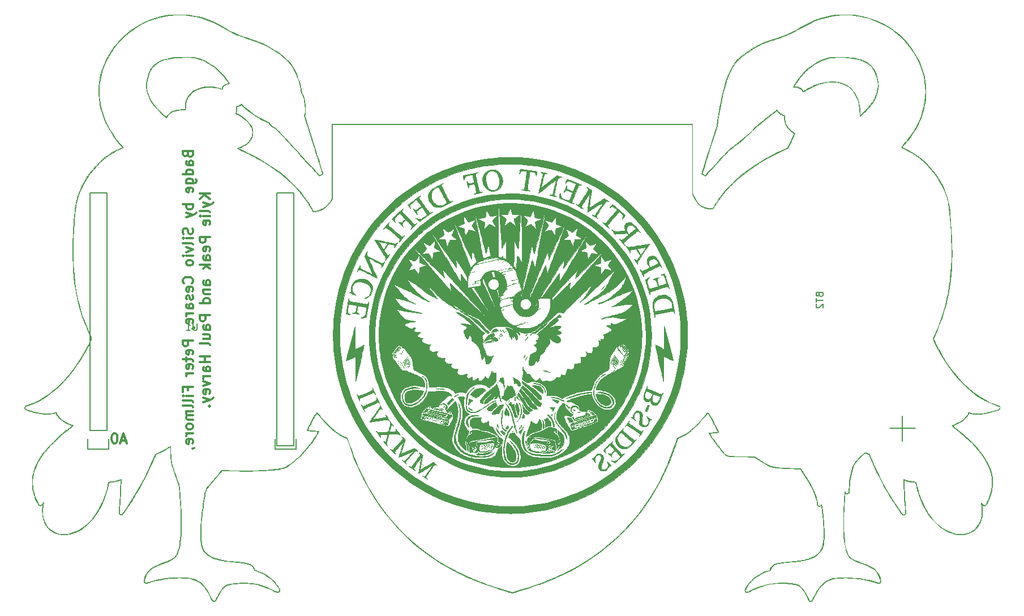
<source format=gbo>
G04 #@! TF.FileFunction,Legend,Bot*
%FSLAX46Y46*%
G04 Gerber Fmt 4.6, Leading zero omitted, Abs format (unit mm)*
G04 Created by KiCad (PCBNEW 4.0.4+e1-6308~48~ubuntu16.04.1-stable) date Sun Feb  5 22:21:47 2017*
%MOMM*%
%LPD*%
G01*
G04 APERTURE LIST*
%ADD10C,0.100000*%
%ADD11C,0.300000*%
%ADD12C,0.150000*%
%ADD13C,0.010000*%
%ADD14O,1.506220X3.014980*%
%ADD15O,2.032000X1.727200*%
%ADD16R,2.032000X1.727200*%
%ADD17R,1.700000X1.700000*%
%ADD18O,1.700000X1.700000*%
%ADD19R,2.000000X2.000000*%
%ADD20C,2.000000*%
G04 APERTURE END LIST*
D10*
D11*
X104281857Y-78834002D02*
X104353286Y-79048288D01*
X104424714Y-79119716D01*
X104567571Y-79191145D01*
X104781857Y-79191145D01*
X104924714Y-79119716D01*
X104996143Y-79048288D01*
X105067571Y-78905430D01*
X105067571Y-78334002D01*
X103567571Y-78334002D01*
X103567571Y-78834002D01*
X103639000Y-78976859D01*
X103710429Y-79048288D01*
X103853286Y-79119716D01*
X103996143Y-79119716D01*
X104139000Y-79048288D01*
X104210429Y-78976859D01*
X104281857Y-78834002D01*
X104281857Y-78334002D01*
X105067571Y-80476859D02*
X104281857Y-80476859D01*
X104139000Y-80405430D01*
X104067571Y-80262573D01*
X104067571Y-79976859D01*
X104139000Y-79834002D01*
X104996143Y-80476859D02*
X105067571Y-80334002D01*
X105067571Y-79976859D01*
X104996143Y-79834002D01*
X104853286Y-79762573D01*
X104710429Y-79762573D01*
X104567571Y-79834002D01*
X104496143Y-79976859D01*
X104496143Y-80334002D01*
X104424714Y-80476859D01*
X105067571Y-81834002D02*
X103567571Y-81834002D01*
X104996143Y-81834002D02*
X105067571Y-81691145D01*
X105067571Y-81405431D01*
X104996143Y-81262573D01*
X104924714Y-81191145D01*
X104781857Y-81119716D01*
X104353286Y-81119716D01*
X104210429Y-81191145D01*
X104139000Y-81262573D01*
X104067571Y-81405431D01*
X104067571Y-81691145D01*
X104139000Y-81834002D01*
X104067571Y-83191145D02*
X105281857Y-83191145D01*
X105424714Y-83119716D01*
X105496143Y-83048288D01*
X105567571Y-82905431D01*
X105567571Y-82691145D01*
X105496143Y-82548288D01*
X104996143Y-83191145D02*
X105067571Y-83048288D01*
X105067571Y-82762574D01*
X104996143Y-82619716D01*
X104924714Y-82548288D01*
X104781857Y-82476859D01*
X104353286Y-82476859D01*
X104210429Y-82548288D01*
X104139000Y-82619716D01*
X104067571Y-82762574D01*
X104067571Y-83048288D01*
X104139000Y-83191145D01*
X104996143Y-84476859D02*
X105067571Y-84334002D01*
X105067571Y-84048288D01*
X104996143Y-83905431D01*
X104853286Y-83834002D01*
X104281857Y-83834002D01*
X104139000Y-83905431D01*
X104067571Y-84048288D01*
X104067571Y-84334002D01*
X104139000Y-84476859D01*
X104281857Y-84548288D01*
X104424714Y-84548288D01*
X104567571Y-83834002D01*
X105067571Y-86334002D02*
X103567571Y-86334002D01*
X104139000Y-86334002D02*
X104067571Y-86476859D01*
X104067571Y-86762573D01*
X104139000Y-86905430D01*
X104210429Y-86976859D01*
X104353286Y-87048288D01*
X104781857Y-87048288D01*
X104924714Y-86976859D01*
X104996143Y-86905430D01*
X105067571Y-86762573D01*
X105067571Y-86476859D01*
X104996143Y-86334002D01*
X104067571Y-87548288D02*
X105067571Y-87905431D01*
X104067571Y-88262573D02*
X105067571Y-87905431D01*
X105424714Y-87762573D01*
X105496143Y-87691145D01*
X105567571Y-87548288D01*
X104996143Y-89905430D02*
X105067571Y-90119716D01*
X105067571Y-90476859D01*
X104996143Y-90619716D01*
X104924714Y-90691145D01*
X104781857Y-90762573D01*
X104639000Y-90762573D01*
X104496143Y-90691145D01*
X104424714Y-90619716D01*
X104353286Y-90476859D01*
X104281857Y-90191145D01*
X104210429Y-90048287D01*
X104139000Y-89976859D01*
X103996143Y-89905430D01*
X103853286Y-89905430D01*
X103710429Y-89976859D01*
X103639000Y-90048287D01*
X103567571Y-90191145D01*
X103567571Y-90548287D01*
X103639000Y-90762573D01*
X105067571Y-91405430D02*
X104067571Y-91405430D01*
X103567571Y-91405430D02*
X103639000Y-91334001D01*
X103710429Y-91405430D01*
X103639000Y-91476858D01*
X103567571Y-91405430D01*
X103710429Y-91405430D01*
X105067571Y-92334002D02*
X104996143Y-92191144D01*
X104853286Y-92119716D01*
X103567571Y-92119716D01*
X104067571Y-92762573D02*
X105067571Y-93119716D01*
X104067571Y-93476858D01*
X105067571Y-94048287D02*
X104067571Y-94048287D01*
X103567571Y-94048287D02*
X103639000Y-93976858D01*
X103710429Y-94048287D01*
X103639000Y-94119715D01*
X103567571Y-94048287D01*
X103710429Y-94048287D01*
X105067571Y-94976859D02*
X104996143Y-94834001D01*
X104924714Y-94762573D01*
X104781857Y-94691144D01*
X104353286Y-94691144D01*
X104210429Y-94762573D01*
X104139000Y-94834001D01*
X104067571Y-94976859D01*
X104067571Y-95191144D01*
X104139000Y-95334001D01*
X104210429Y-95405430D01*
X104353286Y-95476859D01*
X104781857Y-95476859D01*
X104924714Y-95405430D01*
X104996143Y-95334001D01*
X105067571Y-95191144D01*
X105067571Y-94976859D01*
X104924714Y-98119716D02*
X104996143Y-98048287D01*
X105067571Y-97834001D01*
X105067571Y-97691144D01*
X104996143Y-97476859D01*
X104853286Y-97334001D01*
X104710429Y-97262573D01*
X104424714Y-97191144D01*
X104210429Y-97191144D01*
X103924714Y-97262573D01*
X103781857Y-97334001D01*
X103639000Y-97476859D01*
X103567571Y-97691144D01*
X103567571Y-97834001D01*
X103639000Y-98048287D01*
X103710429Y-98119716D01*
X104996143Y-99334001D02*
X105067571Y-99191144D01*
X105067571Y-98905430D01*
X104996143Y-98762573D01*
X104853286Y-98691144D01*
X104281857Y-98691144D01*
X104139000Y-98762573D01*
X104067571Y-98905430D01*
X104067571Y-99191144D01*
X104139000Y-99334001D01*
X104281857Y-99405430D01*
X104424714Y-99405430D01*
X104567571Y-98691144D01*
X104996143Y-99976858D02*
X105067571Y-100119715D01*
X105067571Y-100405430D01*
X104996143Y-100548287D01*
X104853286Y-100619715D01*
X104781857Y-100619715D01*
X104639000Y-100548287D01*
X104567571Y-100405430D01*
X104567571Y-100191144D01*
X104496143Y-100048287D01*
X104353286Y-99976858D01*
X104281857Y-99976858D01*
X104139000Y-100048287D01*
X104067571Y-100191144D01*
X104067571Y-100405430D01*
X104139000Y-100548287D01*
X105067571Y-101905430D02*
X104281857Y-101905430D01*
X104139000Y-101834001D01*
X104067571Y-101691144D01*
X104067571Y-101405430D01*
X104139000Y-101262573D01*
X104996143Y-101905430D02*
X105067571Y-101762573D01*
X105067571Y-101405430D01*
X104996143Y-101262573D01*
X104853286Y-101191144D01*
X104710429Y-101191144D01*
X104567571Y-101262573D01*
X104496143Y-101405430D01*
X104496143Y-101762573D01*
X104424714Y-101905430D01*
X105067571Y-102619716D02*
X104067571Y-102619716D01*
X104353286Y-102619716D02*
X104210429Y-102691144D01*
X104139000Y-102762573D01*
X104067571Y-102905430D01*
X104067571Y-103048287D01*
X104996143Y-104119715D02*
X105067571Y-103976858D01*
X105067571Y-103691144D01*
X104996143Y-103548287D01*
X104853286Y-103476858D01*
X104281857Y-103476858D01*
X104139000Y-103548287D01*
X104067571Y-103691144D01*
X104067571Y-103976858D01*
X104139000Y-104119715D01*
X104281857Y-104191144D01*
X104424714Y-104191144D01*
X104567571Y-103476858D01*
X104996143Y-104905429D02*
X105067571Y-104905429D01*
X105210429Y-104834001D01*
X105281857Y-104762572D01*
X105067571Y-106691144D02*
X103567571Y-106691144D01*
X103567571Y-107262572D01*
X103639000Y-107405430D01*
X103710429Y-107476858D01*
X103853286Y-107548287D01*
X104067571Y-107548287D01*
X104210429Y-107476858D01*
X104281857Y-107405430D01*
X104353286Y-107262572D01*
X104353286Y-106691144D01*
X104996143Y-108762572D02*
X105067571Y-108619715D01*
X105067571Y-108334001D01*
X104996143Y-108191144D01*
X104853286Y-108119715D01*
X104281857Y-108119715D01*
X104139000Y-108191144D01*
X104067571Y-108334001D01*
X104067571Y-108619715D01*
X104139000Y-108762572D01*
X104281857Y-108834001D01*
X104424714Y-108834001D01*
X104567571Y-108119715D01*
X104067571Y-109262572D02*
X104067571Y-109834001D01*
X103567571Y-109476858D02*
X104853286Y-109476858D01*
X104996143Y-109548286D01*
X105067571Y-109691144D01*
X105067571Y-109834001D01*
X104996143Y-110905429D02*
X105067571Y-110762572D01*
X105067571Y-110476858D01*
X104996143Y-110334001D01*
X104853286Y-110262572D01*
X104281857Y-110262572D01*
X104139000Y-110334001D01*
X104067571Y-110476858D01*
X104067571Y-110762572D01*
X104139000Y-110905429D01*
X104281857Y-110976858D01*
X104424714Y-110976858D01*
X104567571Y-110262572D01*
X105067571Y-111619715D02*
X104067571Y-111619715D01*
X104353286Y-111619715D02*
X104210429Y-111691143D01*
X104139000Y-111762572D01*
X104067571Y-111905429D01*
X104067571Y-112048286D01*
X104281857Y-114191143D02*
X104281857Y-113691143D01*
X105067571Y-113691143D02*
X103567571Y-113691143D01*
X103567571Y-114405429D01*
X105067571Y-114976857D02*
X104067571Y-114976857D01*
X103567571Y-114976857D02*
X103639000Y-114905428D01*
X103710429Y-114976857D01*
X103639000Y-115048285D01*
X103567571Y-114976857D01*
X103710429Y-114976857D01*
X105067571Y-115905429D02*
X104996143Y-115762571D01*
X104853286Y-115691143D01*
X103567571Y-115691143D01*
X105067571Y-116691143D02*
X104996143Y-116548285D01*
X104853286Y-116476857D01*
X103567571Y-116476857D01*
X105067571Y-117262571D02*
X104067571Y-117262571D01*
X104210429Y-117262571D02*
X104139000Y-117333999D01*
X104067571Y-117476857D01*
X104067571Y-117691142D01*
X104139000Y-117833999D01*
X104281857Y-117905428D01*
X105067571Y-117905428D01*
X104281857Y-117905428D02*
X104139000Y-117976857D01*
X104067571Y-118119714D01*
X104067571Y-118333999D01*
X104139000Y-118476857D01*
X104281857Y-118548285D01*
X105067571Y-118548285D01*
X105067571Y-119476857D02*
X104996143Y-119333999D01*
X104924714Y-119262571D01*
X104781857Y-119191142D01*
X104353286Y-119191142D01*
X104210429Y-119262571D01*
X104139000Y-119333999D01*
X104067571Y-119476857D01*
X104067571Y-119691142D01*
X104139000Y-119833999D01*
X104210429Y-119905428D01*
X104353286Y-119976857D01*
X104781857Y-119976857D01*
X104924714Y-119905428D01*
X104996143Y-119833999D01*
X105067571Y-119691142D01*
X105067571Y-119476857D01*
X105067571Y-120619714D02*
X104067571Y-120619714D01*
X104353286Y-120619714D02*
X104210429Y-120691142D01*
X104139000Y-120762571D01*
X104067571Y-120905428D01*
X104067571Y-121048285D01*
X104996143Y-122119713D02*
X105067571Y-121976856D01*
X105067571Y-121691142D01*
X104996143Y-121548285D01*
X104853286Y-121476856D01*
X104281857Y-121476856D01*
X104139000Y-121548285D01*
X104067571Y-121691142D01*
X104067571Y-121976856D01*
X104139000Y-122119713D01*
X104281857Y-122191142D01*
X104424714Y-122191142D01*
X104567571Y-121476856D01*
X104996143Y-122905427D02*
X105067571Y-122905427D01*
X105210429Y-122833999D01*
X105281857Y-122762570D01*
X107617571Y-84655429D02*
X106117571Y-84655429D01*
X107617571Y-85512572D02*
X106760429Y-84869715D01*
X106117571Y-85512572D02*
X106974714Y-84655429D01*
X106617571Y-86012572D02*
X107617571Y-86369715D01*
X106617571Y-86726857D02*
X107617571Y-86369715D01*
X107974714Y-86226857D01*
X108046143Y-86155429D01*
X108117571Y-86012572D01*
X107617571Y-87512572D02*
X107546143Y-87369714D01*
X107403286Y-87298286D01*
X106117571Y-87298286D01*
X107617571Y-88084000D02*
X106617571Y-88084000D01*
X106117571Y-88084000D02*
X106189000Y-88012571D01*
X106260429Y-88084000D01*
X106189000Y-88155428D01*
X106117571Y-88084000D01*
X106260429Y-88084000D01*
X107546143Y-89369714D02*
X107617571Y-89226857D01*
X107617571Y-88941143D01*
X107546143Y-88798286D01*
X107403286Y-88726857D01*
X106831857Y-88726857D01*
X106689000Y-88798286D01*
X106617571Y-88941143D01*
X106617571Y-89226857D01*
X106689000Y-89369714D01*
X106831857Y-89441143D01*
X106974714Y-89441143D01*
X107117571Y-88726857D01*
X107617571Y-91226857D02*
X106117571Y-91226857D01*
X106117571Y-91798285D01*
X106189000Y-91941143D01*
X106260429Y-92012571D01*
X106403286Y-92084000D01*
X106617571Y-92084000D01*
X106760429Y-92012571D01*
X106831857Y-91941143D01*
X106903286Y-91798285D01*
X106903286Y-91226857D01*
X107546143Y-93298285D02*
X107617571Y-93155428D01*
X107617571Y-92869714D01*
X107546143Y-92726857D01*
X107403286Y-92655428D01*
X106831857Y-92655428D01*
X106689000Y-92726857D01*
X106617571Y-92869714D01*
X106617571Y-93155428D01*
X106689000Y-93298285D01*
X106831857Y-93369714D01*
X106974714Y-93369714D01*
X107117571Y-92655428D01*
X107617571Y-94655428D02*
X106831857Y-94655428D01*
X106689000Y-94583999D01*
X106617571Y-94441142D01*
X106617571Y-94155428D01*
X106689000Y-94012571D01*
X107546143Y-94655428D02*
X107617571Y-94512571D01*
X107617571Y-94155428D01*
X107546143Y-94012571D01*
X107403286Y-93941142D01*
X107260429Y-93941142D01*
X107117571Y-94012571D01*
X107046143Y-94155428D01*
X107046143Y-94512571D01*
X106974714Y-94655428D01*
X107617571Y-95369714D02*
X106117571Y-95369714D01*
X107046143Y-95512571D02*
X107617571Y-95941142D01*
X106617571Y-95941142D02*
X107189000Y-95369714D01*
X107617571Y-98369714D02*
X106831857Y-98369714D01*
X106689000Y-98298285D01*
X106617571Y-98155428D01*
X106617571Y-97869714D01*
X106689000Y-97726857D01*
X107546143Y-98369714D02*
X107617571Y-98226857D01*
X107617571Y-97869714D01*
X107546143Y-97726857D01*
X107403286Y-97655428D01*
X107260429Y-97655428D01*
X107117571Y-97726857D01*
X107046143Y-97869714D01*
X107046143Y-98226857D01*
X106974714Y-98369714D01*
X106617571Y-99084000D02*
X107617571Y-99084000D01*
X106760429Y-99084000D02*
X106689000Y-99155428D01*
X106617571Y-99298286D01*
X106617571Y-99512571D01*
X106689000Y-99655428D01*
X106831857Y-99726857D01*
X107617571Y-99726857D01*
X107617571Y-101084000D02*
X106117571Y-101084000D01*
X107546143Y-101084000D02*
X107617571Y-100941143D01*
X107617571Y-100655429D01*
X107546143Y-100512571D01*
X107474714Y-100441143D01*
X107331857Y-100369714D01*
X106903286Y-100369714D01*
X106760429Y-100441143D01*
X106689000Y-100512571D01*
X106617571Y-100655429D01*
X106617571Y-100941143D01*
X106689000Y-101084000D01*
X107617571Y-102941143D02*
X106117571Y-102941143D01*
X106117571Y-103512571D01*
X106189000Y-103655429D01*
X106260429Y-103726857D01*
X106403286Y-103798286D01*
X106617571Y-103798286D01*
X106760429Y-103726857D01*
X106831857Y-103655429D01*
X106903286Y-103512571D01*
X106903286Y-102941143D01*
X107617571Y-105084000D02*
X106831857Y-105084000D01*
X106689000Y-105012571D01*
X106617571Y-104869714D01*
X106617571Y-104584000D01*
X106689000Y-104441143D01*
X107546143Y-105084000D02*
X107617571Y-104941143D01*
X107617571Y-104584000D01*
X107546143Y-104441143D01*
X107403286Y-104369714D01*
X107260429Y-104369714D01*
X107117571Y-104441143D01*
X107046143Y-104584000D01*
X107046143Y-104941143D01*
X106974714Y-105084000D01*
X106617571Y-106441143D02*
X107617571Y-106441143D01*
X106617571Y-105798286D02*
X107403286Y-105798286D01*
X107546143Y-105869714D01*
X107617571Y-106012572D01*
X107617571Y-106226857D01*
X107546143Y-106369714D01*
X107474714Y-106441143D01*
X107617571Y-107369715D02*
X107546143Y-107226857D01*
X107403286Y-107155429D01*
X106117571Y-107155429D01*
X107617571Y-109084000D02*
X106117571Y-109084000D01*
X106831857Y-109084000D02*
X106831857Y-109941143D01*
X107617571Y-109941143D02*
X106117571Y-109941143D01*
X107617571Y-111298286D02*
X106831857Y-111298286D01*
X106689000Y-111226857D01*
X106617571Y-111084000D01*
X106617571Y-110798286D01*
X106689000Y-110655429D01*
X107546143Y-111298286D02*
X107617571Y-111155429D01*
X107617571Y-110798286D01*
X107546143Y-110655429D01*
X107403286Y-110584000D01*
X107260429Y-110584000D01*
X107117571Y-110655429D01*
X107046143Y-110798286D01*
X107046143Y-111155429D01*
X106974714Y-111298286D01*
X107617571Y-112012572D02*
X106617571Y-112012572D01*
X106903286Y-112012572D02*
X106760429Y-112084000D01*
X106689000Y-112155429D01*
X106617571Y-112298286D01*
X106617571Y-112441143D01*
X106617571Y-112798286D02*
X107617571Y-113155429D01*
X106617571Y-113512571D01*
X107546143Y-114655428D02*
X107617571Y-114512571D01*
X107617571Y-114226857D01*
X107546143Y-114084000D01*
X107403286Y-114012571D01*
X106831857Y-114012571D01*
X106689000Y-114084000D01*
X106617571Y-114226857D01*
X106617571Y-114512571D01*
X106689000Y-114655428D01*
X106831857Y-114726857D01*
X106974714Y-114726857D01*
X107117571Y-114012571D01*
X106617571Y-115226857D02*
X107617571Y-115584000D01*
X106617571Y-115941142D02*
X107617571Y-115584000D01*
X107974714Y-115441142D01*
X108046143Y-115369714D01*
X108117571Y-115226857D01*
X107474714Y-116512571D02*
X107546143Y-116583999D01*
X107617571Y-116512571D01*
X107546143Y-116441142D01*
X107474714Y-116512571D01*
X107617571Y-116512571D01*
X95051428Y-121662000D02*
X94337142Y-121662000D01*
X95194285Y-122090571D02*
X94694285Y-120590571D01*
X94194285Y-122090571D01*
X93408571Y-120590571D02*
X93265714Y-120590571D01*
X93122857Y-120662000D01*
X93051428Y-120733429D01*
X92979999Y-120876286D01*
X92908571Y-121162000D01*
X92908571Y-121519143D01*
X92979999Y-121804857D01*
X93051428Y-121947714D01*
X93122857Y-122019143D01*
X93265714Y-122090571D01*
X93408571Y-122090571D01*
X93551428Y-122019143D01*
X93622857Y-121947714D01*
X93694285Y-121804857D01*
X93765714Y-121519143D01*
X93765714Y-121162000D01*
X93694285Y-120876286D01*
X93622857Y-120733429D01*
X93551428Y-120662000D01*
X93408571Y-120590571D01*
D12*
X117602000Y-122428000D02*
X117602000Y-120142000D01*
X120142000Y-122428000D02*
X120142000Y-119888000D01*
X117352000Y-122962000D02*
X120452000Y-122962000D01*
X117352000Y-121412000D02*
X117352000Y-122962000D01*
X120172000Y-122428000D02*
X117632000Y-122428000D01*
X120452000Y-122962000D02*
X120452000Y-121412000D01*
X120172000Y-84582000D02*
X120172000Y-120142000D01*
X117632000Y-84582000D02*
X120172000Y-84582000D01*
X117632000Y-120142000D02*
X117632000Y-84582000D01*
X89632000Y-120142000D02*
X89632000Y-84582000D01*
X89632000Y-84582000D02*
X92172000Y-84582000D01*
X92172000Y-84582000D02*
X92172000Y-120142000D01*
X92452000Y-122962000D02*
X92452000Y-121412000D01*
X92172000Y-120142000D02*
X89632000Y-120142000D01*
X89352000Y-121412000D02*
X89352000Y-122962000D01*
X89352000Y-122962000D02*
X92452000Y-122962000D01*
D13*
G36*
X202908493Y-57904907D02*
X203176839Y-57908171D01*
X203425816Y-57913621D01*
X203645707Y-57921258D01*
X203826798Y-57931081D01*
X203959373Y-57943091D01*
X203960541Y-57943237D01*
X204815958Y-58077629D01*
X205643394Y-58262571D01*
X206445548Y-58498931D01*
X207225117Y-58787578D01*
X207984800Y-59129379D01*
X208529232Y-59413439D01*
X208724558Y-59526460D01*
X208952672Y-59666716D01*
X209200388Y-59825442D01*
X209454521Y-59993873D01*
X209701886Y-60163244D01*
X209929297Y-60324791D01*
X210123568Y-60469749D01*
X210154384Y-60493704D01*
X210792033Y-61028349D01*
X211387365Y-61599268D01*
X211938788Y-62203959D01*
X212444713Y-62839917D01*
X212903549Y-63504639D01*
X213313706Y-64195619D01*
X213673592Y-64910355D01*
X213981618Y-65646343D01*
X214236192Y-66401077D01*
X214435725Y-67172055D01*
X214455919Y-67265665D01*
X214565802Y-67896385D01*
X214637172Y-68556894D01*
X214669634Y-69232748D01*
X214662793Y-69909502D01*
X214616254Y-70572714D01*
X214558809Y-71028034D01*
X214410447Y-71812984D01*
X214204784Y-72588191D01*
X213942226Y-73352824D01*
X213623176Y-74106052D01*
X213248042Y-74847047D01*
X212817228Y-75574977D01*
X212331140Y-76289014D01*
X211790182Y-76988326D01*
X211456794Y-77380763D01*
X211351318Y-77502377D01*
X211261033Y-77609277D01*
X211192383Y-77693605D01*
X211151810Y-77747503D01*
X211143545Y-77762710D01*
X211169127Y-77783171D01*
X211237792Y-77820288D01*
X211338617Y-77868517D01*
X211442798Y-77914683D01*
X211848507Y-78102874D01*
X212275338Y-78327055D01*
X212707345Y-78578098D01*
X213128580Y-78846879D01*
X213401399Y-79035603D01*
X214022875Y-79514670D01*
X214612604Y-80037419D01*
X215168013Y-80599887D01*
X215686529Y-81198111D01*
X216165578Y-81828128D01*
X216602587Y-82485972D01*
X216994982Y-83167683D01*
X217340189Y-83869295D01*
X217635636Y-84586845D01*
X217878749Y-85316371D01*
X218066954Y-86053909D01*
X218116356Y-86297229D01*
X218146198Y-86459587D01*
X218172053Y-86613957D01*
X218195281Y-86771034D01*
X218217241Y-86941516D01*
X218239295Y-87136098D01*
X218262802Y-87365478D01*
X218289123Y-87640351D01*
X218294554Y-87698609D01*
X218403698Y-88987040D01*
X218486858Y-90225903D01*
X218543985Y-91417943D01*
X218575027Y-92565908D01*
X218579932Y-93672547D01*
X218558649Y-94740606D01*
X218511127Y-95772832D01*
X218437315Y-96771973D01*
X218337160Y-97740777D01*
X218210613Y-98681991D01*
X218074043Y-99508149D01*
X217884151Y-100451147D01*
X217653949Y-101395111D01*
X217381740Y-102345359D01*
X217065824Y-103307208D01*
X216704504Y-104285974D01*
X216296081Y-105286976D01*
X216044126Y-105863776D01*
X215808387Y-106391367D01*
X215889405Y-106584586D01*
X215969164Y-106767067D01*
X216070696Y-106987442D01*
X216187555Y-107232485D01*
X216313298Y-107488970D01*
X216441478Y-107743671D01*
X216565649Y-107983362D01*
X216629677Y-108103590D01*
X217100488Y-108934174D01*
X217605626Y-109743635D01*
X218141405Y-110527510D01*
X218704137Y-111281339D01*
X219290136Y-112000660D01*
X219895714Y-112681014D01*
X220517184Y-113317939D01*
X221150860Y-113906973D01*
X221793055Y-114443656D01*
X222005405Y-114607895D01*
X222571471Y-115011838D01*
X223152839Y-115378287D01*
X223742338Y-115703492D01*
X224332797Y-115983706D01*
X224917045Y-116215179D01*
X225346173Y-116354347D01*
X225521613Y-116414237D01*
X225645111Y-116478735D01*
X225723107Y-116553416D01*
X225762042Y-116643854D01*
X225769506Y-116720749D01*
X225766333Y-116807188D01*
X225752483Y-116877230D01*
X225721462Y-116935544D01*
X225666776Y-116986799D01*
X225581931Y-117035663D01*
X225460432Y-117086806D01*
X225295786Y-117144897D01*
X225083414Y-117213991D01*
X224476566Y-117391682D01*
X223894214Y-117529556D01*
X223339033Y-117627339D01*
X222813698Y-117684757D01*
X222320883Y-117701536D01*
X221863261Y-117677403D01*
X221443507Y-117612083D01*
X221366450Y-117594561D01*
X221226401Y-117561528D01*
X221133498Y-117543650D01*
X221078066Y-117542628D01*
X221050430Y-117560162D01*
X221040915Y-117597955D01*
X221039851Y-117651983D01*
X221035384Y-117708651D01*
X221017610Y-117763669D01*
X220979967Y-117828473D01*
X220915897Y-117914500D01*
X220826302Y-118024225D01*
X220484470Y-118393359D01*
X220115491Y-118712637D01*
X219721259Y-118980746D01*
X219303668Y-119196373D01*
X218930546Y-119337802D01*
X218818705Y-119376663D01*
X218731731Y-119412826D01*
X218682056Y-119440824D01*
X218675087Y-119450166D01*
X218697062Y-119476881D01*
X218758310Y-119533088D01*
X218851754Y-119612765D01*
X218970317Y-119709890D01*
X219106919Y-119818443D01*
X219120253Y-119828878D01*
X219855056Y-120418771D01*
X220533857Y-120996457D01*
X221157499Y-121563065D01*
X221726829Y-122119721D01*
X222242691Y-122667555D01*
X222705930Y-123207695D01*
X223117391Y-123741268D01*
X223477920Y-124269404D01*
X223788360Y-124793229D01*
X224049557Y-125313873D01*
X224262356Y-125832463D01*
X224427603Y-126350128D01*
X224546141Y-126867995D01*
X224588541Y-127130097D01*
X224611657Y-127358253D01*
X224624676Y-127626443D01*
X224627953Y-127918660D01*
X224621843Y-128218898D01*
X224606698Y-128511151D01*
X224582873Y-128779413D01*
X224550722Y-129007679D01*
X224546492Y-129030720D01*
X224438334Y-129496937D01*
X224288686Y-129980254D01*
X224103488Y-130463717D01*
X223888683Y-130930371D01*
X223863284Y-130980374D01*
X223779438Y-131139614D01*
X223711945Y-131253312D01*
X223652870Y-131329027D01*
X223594278Y-131374316D01*
X223528232Y-131396737D01*
X223446797Y-131403848D01*
X223418358Y-131404126D01*
X223316884Y-131399907D01*
X223249437Y-131381608D01*
X223191923Y-131340763D01*
X223165314Y-131315230D01*
X223108441Y-131264072D01*
X223069708Y-131239730D01*
X223062623Y-131240128D01*
X223060320Y-131273179D01*
X223065516Y-131350528D01*
X223077123Y-131458716D01*
X223085790Y-131526093D01*
X223105417Y-131724052D01*
X223117069Y-131958150D01*
X223120890Y-132211462D01*
X223117023Y-132467062D01*
X223105613Y-132708024D01*
X223086805Y-132917424D01*
X223073122Y-133014426D01*
X222972762Y-133461707D01*
X222827550Y-133876429D01*
X222638840Y-134256230D01*
X222407984Y-134598749D01*
X222136337Y-134901624D01*
X221854729Y-135140871D01*
X221508917Y-135362060D01*
X221134482Y-135534519D01*
X220735421Y-135657943D01*
X220315732Y-135732030D01*
X219879414Y-135756477D01*
X219430465Y-135730981D01*
X218972883Y-135655239D01*
X218510666Y-135528949D01*
X218204243Y-135417454D01*
X217709125Y-135188566D01*
X217226585Y-134904678D01*
X216758867Y-134568260D01*
X216308217Y-134181782D01*
X215876879Y-133747713D01*
X215467099Y-133268523D01*
X215081120Y-132746682D01*
X214721187Y-132184660D01*
X214389546Y-131584925D01*
X214088442Y-130949947D01*
X214038813Y-130834816D01*
X213895141Y-130485062D01*
X213763488Y-130138838D01*
X213640799Y-129786372D01*
X213524018Y-129417889D01*
X213410090Y-129023617D01*
X213295959Y-128593782D01*
X213178571Y-128118613D01*
X213143448Y-127970792D01*
X213131819Y-127942650D01*
X213105423Y-127923315D01*
X213053312Y-127909953D01*
X212964539Y-127899730D01*
X212831439Y-127890027D01*
X212446349Y-127846146D01*
X212051500Y-127767105D01*
X211700343Y-127666567D01*
X211585623Y-127628723D01*
X211492759Y-127599193D01*
X211434934Y-127582116D01*
X211422958Y-127579528D01*
X211413802Y-127607936D01*
X211408596Y-127690304D01*
X211407145Y-127822347D01*
X211409254Y-127999782D01*
X211414729Y-128218326D01*
X211423374Y-128473694D01*
X211434994Y-128761603D01*
X211449395Y-129077768D01*
X211466381Y-129417907D01*
X211485758Y-129777735D01*
X211507330Y-130152968D01*
X211530903Y-130539323D01*
X211556281Y-130932516D01*
X211583270Y-131328263D01*
X211611234Y-131716349D01*
X211626141Y-131929283D01*
X211638276Y-132126177D01*
X211647251Y-132298608D01*
X211652678Y-132438153D01*
X211654169Y-132536388D01*
X211651334Y-132584890D01*
X211651307Y-132584998D01*
X211598789Y-132683745D01*
X211505860Y-132759514D01*
X211389427Y-132800485D01*
X211337439Y-132804471D01*
X211242690Y-132795040D01*
X211162507Y-132773021D01*
X211149899Y-132766944D01*
X211099408Y-132722321D01*
X211022042Y-132631362D01*
X210920400Y-132498137D01*
X210797084Y-132326717D01*
X210654692Y-132121170D01*
X210495825Y-131885567D01*
X210323083Y-131623978D01*
X210139066Y-131340471D01*
X209946375Y-131039117D01*
X209747610Y-130723986D01*
X209545370Y-130399147D01*
X209342255Y-130068670D01*
X209140867Y-129736625D01*
X208943805Y-129407081D01*
X208753669Y-129084108D01*
X208573059Y-128771777D01*
X208404576Y-128474156D01*
X208385948Y-128440793D01*
X207827026Y-127398575D01*
X207289930Y-126315768D01*
X206772094Y-125186998D01*
X206276823Y-124021244D01*
X206164793Y-123747442D01*
X205872839Y-123634580D01*
X205753106Y-123588557D01*
X205655544Y-123551552D01*
X205591696Y-123527912D01*
X205572668Y-123521543D01*
X205543280Y-123541137D01*
X205479927Y-123595934D01*
X205389383Y-123679308D01*
X205278422Y-123784630D01*
X205153817Y-123905274D01*
X205022344Y-124034612D01*
X204890776Y-124166017D01*
X204765887Y-124292862D01*
X204654452Y-124408520D01*
X204563243Y-124506363D01*
X204542473Y-124529417D01*
X204354821Y-124743030D01*
X204202759Y-124925136D01*
X204080316Y-125085242D01*
X203981522Y-125232858D01*
X203900408Y-125377492D01*
X203831004Y-125528654D01*
X203767341Y-125695853D01*
X203718188Y-125842402D01*
X203605437Y-126215810D01*
X203509957Y-126585604D01*
X203430078Y-126961863D01*
X203364131Y-127354668D01*
X203310447Y-127774097D01*
X203267358Y-128230230D01*
X203233193Y-128733148D01*
X203229942Y-128791138D01*
X203218497Y-128975193D01*
X203205538Y-129143860D01*
X203192061Y-129286707D01*
X203179064Y-129393305D01*
X203167543Y-129453223D01*
X203166335Y-129456710D01*
X203117052Y-129530023D01*
X203052821Y-129580790D01*
X202950201Y-129613656D01*
X202835351Y-129621078D01*
X202733254Y-129603086D01*
X202688822Y-129580342D01*
X202637505Y-129546348D01*
X202607746Y-129548146D01*
X202590342Y-129593550D01*
X202578130Y-129674298D01*
X202569414Y-129758867D01*
X202558126Y-129893811D01*
X202544767Y-130071199D01*
X202529836Y-130283095D01*
X202513837Y-130521567D01*
X202497270Y-130778681D01*
X202480636Y-131046503D01*
X202464437Y-131317099D01*
X202449173Y-131582537D01*
X202435346Y-131834882D01*
X202423458Y-132066202D01*
X202414009Y-132268561D01*
X202413532Y-132279577D01*
X202403441Y-132560618D01*
X202395551Y-132877394D01*
X202389861Y-133219675D01*
X202386372Y-133577231D01*
X202385081Y-133939831D01*
X202385989Y-134297243D01*
X202389094Y-134639238D01*
X202394397Y-134955584D01*
X202401896Y-135236052D01*
X202411591Y-135470410D01*
X202413753Y-135510140D01*
X202454766Y-136092916D01*
X202508471Y-136629123D01*
X202574551Y-137117180D01*
X202652688Y-137555510D01*
X202742568Y-137942534D01*
X202843873Y-138276672D01*
X202956286Y-138556346D01*
X203064472Y-138756665D01*
X203182792Y-138924801D01*
X203318881Y-139078658D01*
X203478069Y-139221559D01*
X203665686Y-139356825D01*
X203887059Y-139487779D01*
X204147518Y-139617742D01*
X204452393Y-139750035D01*
X204807012Y-139887980D01*
X204982380Y-139952116D01*
X205251192Y-140049395D01*
X205473653Y-140131373D01*
X205658654Y-140201649D01*
X205815090Y-140263824D01*
X205951855Y-140321500D01*
X206077842Y-140378278D01*
X206201946Y-140437757D01*
X206288532Y-140480944D01*
X206668915Y-140699088D01*
X206997979Y-140944077D01*
X207277038Y-141217469D01*
X207507403Y-141520819D01*
X207690385Y-141855681D01*
X207827297Y-142223612D01*
X207860780Y-142345376D01*
X207900832Y-142513993D01*
X207922841Y-142639484D01*
X207927406Y-142734060D01*
X207915129Y-142809927D01*
X207887020Y-142878503D01*
X207826970Y-142959296D01*
X207743561Y-143007414D01*
X207631047Y-143023201D01*
X207483684Y-143006999D01*
X207295723Y-142959151D01*
X207176956Y-142920831D01*
X206609944Y-142747176D01*
X205998539Y-142595680D01*
X205352985Y-142467911D01*
X204683526Y-142365437D01*
X204000409Y-142289826D01*
X203313878Y-142242645D01*
X202634179Y-142225461D01*
X202632150Y-142225456D01*
X202113686Y-142233143D01*
X201645918Y-142259756D01*
X201223808Y-142306812D01*
X200842316Y-142375825D01*
X200496404Y-142468312D01*
X200181033Y-142585789D01*
X199891164Y-142729771D01*
X199621758Y-142901775D01*
X199367778Y-143103317D01*
X199201870Y-143257459D01*
X199055054Y-143407142D01*
X198920523Y-143556746D01*
X198793632Y-143713238D01*
X198669739Y-143883583D01*
X198544201Y-144074747D01*
X198412373Y-144293694D01*
X198269614Y-144547390D01*
X198111279Y-144842800D01*
X197990495Y-145074643D01*
X197899873Y-145246105D01*
X197814367Y-145400408D01*
X197738940Y-145529132D01*
X197678554Y-145623860D01*
X197638172Y-145676175D01*
X197633398Y-145680447D01*
X197542299Y-145723371D01*
X197427590Y-145739888D01*
X197313650Y-145729554D01*
X197224858Y-145691925D01*
X197219876Y-145687977D01*
X197189272Y-145647533D01*
X197137906Y-145562874D01*
X197070409Y-145442364D01*
X196991412Y-145294368D01*
X196905545Y-145127251D01*
X196868350Y-145052977D01*
X196670981Y-144671464D01*
X196483281Y-144343156D01*
X196301667Y-144064391D01*
X196122558Y-143831504D01*
X195942372Y-143640834D01*
X195757528Y-143488718D01*
X195564443Y-143371493D01*
X195359535Y-143285497D01*
X195139224Y-143227066D01*
X195070541Y-143214521D01*
X194324683Y-143109328D01*
X193613894Y-143047462D01*
X192933884Y-143029121D01*
X192280361Y-143054504D01*
X191649034Y-143123807D01*
X191035611Y-143237227D01*
X190435802Y-143394963D01*
X190311690Y-143433571D01*
X190029647Y-143527264D01*
X189755213Y-143626430D01*
X189477010Y-143735733D01*
X189183658Y-143859838D01*
X188863781Y-144003410D01*
X188505998Y-144171114D01*
X188464771Y-144190789D01*
X188284326Y-144276186D01*
X188147708Y-144338308D01*
X188046621Y-144380196D01*
X187972767Y-144404886D01*
X187917846Y-144415418D01*
X187873562Y-144414830D01*
X187859082Y-144412568D01*
X187727379Y-144363607D01*
X187638204Y-144274861D01*
X187592839Y-144147689D01*
X187590167Y-144127885D01*
X187586079Y-144059880D01*
X187593887Y-143996860D01*
X187618195Y-143924064D01*
X187663608Y-143826731D01*
X187715263Y-143726902D01*
X187898690Y-143420667D01*
X188127615Y-143106463D01*
X188392305Y-142795265D01*
X188683028Y-142498052D01*
X188990050Y-142225801D01*
X189173069Y-142082683D01*
X189564029Y-141815614D01*
X189977870Y-141575871D01*
X190400933Y-141370341D01*
X190819560Y-141205909D01*
X191063586Y-141129656D01*
X191360601Y-141046572D01*
X191394939Y-140911969D01*
X191480716Y-140690719D01*
X191618248Y-140496416D01*
X191807456Y-140329122D01*
X192048262Y-140188902D01*
X192340586Y-140075817D01*
X192494898Y-140032276D01*
X192628900Y-140000341D01*
X192770241Y-139971199D01*
X192925550Y-139943983D01*
X193101456Y-139917826D01*
X193304589Y-139891860D01*
X193541578Y-139865219D01*
X193819052Y-139837037D01*
X194143641Y-139806446D01*
X194395264Y-139783771D01*
X194843354Y-139742242D01*
X195239493Y-139701557D01*
X195590090Y-139660641D01*
X195901553Y-139618422D01*
X196180290Y-139573826D01*
X196432711Y-139525782D01*
X196665223Y-139473215D01*
X196884235Y-139415052D01*
X197096156Y-139350221D01*
X197207666Y-139312832D01*
X197637336Y-139141760D01*
X198022215Y-138940773D01*
X198360305Y-138711267D01*
X198649610Y-138454636D01*
X198888135Y-138172276D01*
X198933899Y-138106392D01*
X199064137Y-137868815D01*
X199173004Y-137577445D01*
X199260504Y-137232220D01*
X199326641Y-136833079D01*
X199371420Y-136379961D01*
X199394844Y-135872807D01*
X199396917Y-135311554D01*
X199377643Y-134696142D01*
X199337027Y-134026510D01*
X199275072Y-133302598D01*
X199259675Y-133146893D01*
X199244110Y-132999522D01*
X199224590Y-132825066D01*
X199202161Y-132631874D01*
X199177868Y-132428295D01*
X199152754Y-132222680D01*
X199127867Y-132023378D01*
X199104249Y-131838740D01*
X199082947Y-131677116D01*
X199065006Y-131546854D01*
X199051469Y-131456305D01*
X199043382Y-131413820D01*
X199042545Y-131411866D01*
X199016083Y-131419833D01*
X198955550Y-131447912D01*
X198922342Y-131464799D01*
X198783288Y-131510519D01*
X198650977Y-131503778D01*
X198535693Y-131445921D01*
X198496935Y-131409087D01*
X198446355Y-131335413D01*
X198415229Y-131241065D01*
X198399373Y-131137226D01*
X198347407Y-130770711D01*
X198271678Y-130406587D01*
X198169989Y-130039625D01*
X198040141Y-129664597D01*
X197879939Y-129276275D01*
X197687184Y-128869431D01*
X197459680Y-128438836D01*
X197195230Y-127979262D01*
X196891636Y-127485481D01*
X196812232Y-127360563D01*
X196688400Y-127166360D01*
X196552936Y-126953034D01*
X196417058Y-126738306D01*
X196291980Y-126539896D01*
X196202411Y-126397115D01*
X196112270Y-126253743D01*
X196031779Y-126127208D01*
X195966425Y-126026022D01*
X195921698Y-125958695D01*
X195903990Y-125934436D01*
X195869789Y-125927626D01*
X195784381Y-125919935D01*
X195654934Y-125911740D01*
X195488618Y-125903418D01*
X195292604Y-125895345D01*
X195074059Y-125887899D01*
X194949449Y-125884278D01*
X194525882Y-125870500D01*
X194103274Y-125852557D01*
X193688693Y-125830965D01*
X193289207Y-125806242D01*
X192911886Y-125778904D01*
X192563798Y-125749470D01*
X192252010Y-125718456D01*
X191983593Y-125686378D01*
X191765615Y-125653755D01*
X191742265Y-125649665D01*
X191597026Y-125617681D01*
X191446141Y-125571394D01*
X191284102Y-125507985D01*
X191105402Y-125424632D01*
X190904535Y-125318517D01*
X190675991Y-125186819D01*
X190414265Y-125026719D01*
X190113848Y-124835397D01*
X189972255Y-124743384D01*
X189790206Y-124626018D01*
X189608998Y-124511938D01*
X189439269Y-124407641D01*
X189291661Y-124319622D01*
X189176811Y-124254376D01*
X189136056Y-124232859D01*
X188894675Y-124110776D01*
X187194562Y-124095821D01*
X186778322Y-124091998D01*
X186415949Y-124087871D01*
X186102922Y-124082715D01*
X185834717Y-124075808D01*
X185606814Y-124066426D01*
X185414690Y-124053845D01*
X185253823Y-124037343D01*
X185119691Y-124016196D01*
X185007772Y-123989681D01*
X184913544Y-123957074D01*
X184832485Y-123917652D01*
X184760073Y-123870692D01*
X184691786Y-123815470D01*
X184623101Y-123751262D01*
X184549497Y-123677347D01*
X184544097Y-123671844D01*
X184341934Y-123456537D01*
X184116770Y-123200356D01*
X183875868Y-122912361D01*
X183626494Y-122601612D01*
X183375911Y-122277169D01*
X183131383Y-121948093D01*
X182900176Y-121623443D01*
X182890192Y-121609069D01*
X182783592Y-121452540D01*
X182674480Y-121287217D01*
X182567728Y-121121032D01*
X182468208Y-120961914D01*
X182380793Y-120817793D01*
X182310356Y-120696600D01*
X182261768Y-120606265D01*
X182239902Y-120554718D01*
X182239161Y-120549481D01*
X182250924Y-120529432D01*
X182290768Y-120513197D01*
X182365529Y-120499707D01*
X182482042Y-120487891D01*
X182647141Y-120476677D01*
X182735483Y-120471736D01*
X182912517Y-120460187D01*
X183087127Y-120445097D01*
X183248879Y-120427753D01*
X183387335Y-120409441D01*
X183492062Y-120391449D01*
X183552624Y-120375062D01*
X183561516Y-120369888D01*
X183553493Y-120340450D01*
X183521608Y-120265875D01*
X183469158Y-120152715D01*
X183399442Y-120007522D01*
X183315760Y-119836847D01*
X183221409Y-119647243D01*
X183119688Y-119445261D01*
X183013895Y-119237454D01*
X182907330Y-119030372D01*
X182803291Y-118830569D01*
X182705076Y-118644596D01*
X182615985Y-118479004D01*
X182543177Y-118347204D01*
X182454863Y-118194753D01*
X182361904Y-118042106D01*
X182269849Y-117897549D01*
X182184246Y-117769362D01*
X182110645Y-117665831D01*
X182054594Y-117595238D01*
X182021644Y-117565866D01*
X182019506Y-117565505D01*
X181985802Y-117587570D01*
X181932891Y-117644663D01*
X181887066Y-117704183D01*
X181747038Y-117889240D01*
X181570840Y-118105240D01*
X181365898Y-118344281D01*
X181139638Y-118598463D01*
X180899486Y-118859885D01*
X180652868Y-119120646D01*
X180407211Y-119372845D01*
X180169941Y-119608582D01*
X179948484Y-119819955D01*
X179750266Y-119999063D01*
X179650514Y-120083699D01*
X179267427Y-120387305D01*
X178908686Y-120646540D01*
X178566917Y-120866061D01*
X178234749Y-121050521D01*
X177904809Y-121204578D01*
X177819527Y-121239805D01*
X177533292Y-121354992D01*
X177262578Y-122168122D01*
X176774616Y-123550650D01*
X176244698Y-124892979D01*
X175672887Y-126195007D01*
X175059243Y-127456634D01*
X174403828Y-128677757D01*
X173706705Y-129858276D01*
X172967934Y-130998088D01*
X172187578Y-132097092D01*
X171365697Y-133155187D01*
X170502355Y-134172272D01*
X169597612Y-135148244D01*
X169020898Y-135727775D01*
X168062720Y-136626239D01*
X167068648Y-137482066D01*
X166037707Y-138295853D01*
X164968926Y-139068196D01*
X163861330Y-139799691D01*
X162713948Y-140490936D01*
X161525806Y-141142527D01*
X160295931Y-141755060D01*
X159023350Y-142329133D01*
X157707090Y-142865341D01*
X156868357Y-143179141D01*
X156692712Y-143241595D01*
X156482558Y-143314455D01*
X156243270Y-143395991D01*
X155980224Y-143484470D01*
X155698797Y-143578163D01*
X155404364Y-143675338D01*
X155102302Y-143774264D01*
X154797986Y-143873210D01*
X154496794Y-143970444D01*
X154204101Y-144064236D01*
X153925284Y-144152855D01*
X153665718Y-144234570D01*
X153430780Y-144307649D01*
X153225845Y-144370362D01*
X153056291Y-144420977D01*
X152927492Y-144457763D01*
X152844827Y-144478990D01*
X152816920Y-144483666D01*
X152773810Y-144474867D01*
X152680426Y-144449558D01*
X152541997Y-144409367D01*
X152363751Y-144355926D01*
X152150916Y-144290864D01*
X151908720Y-144215812D01*
X151642392Y-144132401D01*
X151357159Y-144042259D01*
X151058250Y-143947017D01*
X150750892Y-143848307D01*
X150440314Y-143747756D01*
X150131743Y-143646997D01*
X150095023Y-143634945D01*
X149328402Y-143377537D01*
X148609041Y-143123829D01*
X147926361Y-142869541D01*
X147269779Y-142610392D01*
X146628715Y-142342099D01*
X145992588Y-142060382D01*
X145350815Y-141760958D01*
X144796058Y-141490861D01*
X144049968Y-141111948D01*
X143347534Y-140735521D01*
X142674952Y-140353677D01*
X142018419Y-139958516D01*
X141364132Y-139542132D01*
X141175828Y-139418264D01*
X140065783Y-138648692D01*
X138996980Y-137837873D01*
X137969368Y-136985748D01*
X136982893Y-136092258D01*
X136037503Y-135157343D01*
X135133146Y-134180944D01*
X134269769Y-133163001D01*
X133447321Y-132103455D01*
X132665748Y-131002246D01*
X131924999Y-129859316D01*
X131225021Y-128674604D01*
X130565761Y-127448051D01*
X130476704Y-127272977D01*
X130119381Y-126547071D01*
X129785023Y-125827938D01*
X129468772Y-125103874D01*
X129165770Y-124363177D01*
X128871159Y-123594143D01*
X128580080Y-122785070D01*
X128417900Y-122313362D01*
X128092885Y-121353517D01*
X127909617Y-121284621D01*
X127723997Y-121206482D01*
X127506762Y-121101456D01*
X127272950Y-120977765D01*
X127037602Y-120843634D01*
X126815756Y-120707286D01*
X126645884Y-120593575D01*
X126203374Y-120260724D01*
X125750345Y-119878708D01*
X125293542Y-119454145D01*
X124839706Y-118993653D01*
X124395580Y-118503848D01*
X123967907Y-117991348D01*
X123875789Y-117875053D01*
X123785156Y-117761416D01*
X123706643Y-117666535D01*
X123647475Y-117598880D01*
X123614880Y-117566924D01*
X123611734Y-117565505D01*
X123574727Y-117590651D01*
X123514422Y-117662691D01*
X123434107Y-117776531D01*
X123337067Y-117927076D01*
X123226588Y-118109233D01*
X123105956Y-118317908D01*
X122980876Y-118543551D01*
X122883102Y-118725136D01*
X122780359Y-118918880D01*
X122676100Y-119117981D01*
X122573775Y-119315636D01*
X122476838Y-119505044D01*
X122388739Y-119679401D01*
X122312932Y-119831906D01*
X122252866Y-119955757D01*
X122211995Y-120044150D01*
X122193770Y-120090284D01*
X122193457Y-120095280D01*
X122235302Y-120109698D01*
X122331552Y-120126012D01*
X122478267Y-120143803D01*
X122671505Y-120162651D01*
X122907327Y-120182136D01*
X123181792Y-120201839D01*
X123214623Y-120204032D01*
X123397213Y-120217023D01*
X123559805Y-120230277D01*
X123693459Y-120242925D01*
X123789233Y-120254102D01*
X123838188Y-120262940D01*
X123842306Y-120264895D01*
X123840224Y-120301402D01*
X123810206Y-120379904D01*
X123756199Y-120493479D01*
X123682145Y-120635203D01*
X123591991Y-120798153D01*
X123489682Y-120975404D01*
X123379161Y-121160033D01*
X123264375Y-121345116D01*
X123149268Y-121523731D01*
X123037785Y-121688953D01*
X123001038Y-121741367D01*
X122691873Y-122161801D01*
X122365461Y-122576571D01*
X122025568Y-122982222D01*
X121675960Y-123375299D01*
X121320403Y-123752346D01*
X120962663Y-124109909D01*
X120606507Y-124444533D01*
X120255701Y-124752763D01*
X119914010Y-125031143D01*
X119585200Y-125276220D01*
X119273039Y-125484538D01*
X118981291Y-125652641D01*
X118713723Y-125777076D01*
X118534793Y-125838648D01*
X118342117Y-125884908D01*
X118095997Y-125930296D01*
X117801378Y-125974337D01*
X117463205Y-126016556D01*
X117086424Y-126056478D01*
X116675981Y-126093631D01*
X116236819Y-126127538D01*
X115773886Y-126157726D01*
X115292125Y-126183720D01*
X114796483Y-126205046D01*
X114666403Y-126209752D01*
X114425433Y-126216421D01*
X114134379Y-126221633D01*
X113801531Y-126225426D01*
X113435176Y-126227838D01*
X113043604Y-126228904D01*
X112635101Y-126228663D01*
X112217957Y-126227151D01*
X111800460Y-126224405D01*
X111390899Y-126220463D01*
X110997562Y-126215361D01*
X110628736Y-126209136D01*
X110292712Y-126201826D01*
X109997777Y-126193468D01*
X109850378Y-126188216D01*
X109382035Y-126169935D01*
X109046694Y-126590076D01*
X108935704Y-126726344D01*
X108794713Y-126895128D01*
X108632917Y-127085670D01*
X108459514Y-127287206D01*
X108283700Y-127488978D01*
X108122086Y-127671902D01*
X107883547Y-127940950D01*
X107681528Y-128171948D01*
X107512684Y-128369514D01*
X107373672Y-128538264D01*
X107261147Y-128682814D01*
X107171765Y-128807780D01*
X107102182Y-128917779D01*
X107049052Y-129017426D01*
X107009033Y-129111340D01*
X106978778Y-129204134D01*
X106960641Y-129275098D01*
X106899990Y-129555432D01*
X106835986Y-129885660D01*
X106769857Y-130257466D01*
X106702834Y-130662532D01*
X106636147Y-131092542D01*
X106571025Y-131539179D01*
X106508698Y-131994126D01*
X106450395Y-132449067D01*
X106397346Y-132895685D01*
X106350781Y-133325663D01*
X106328576Y-133549988D01*
X106307736Y-133802299D01*
X106289591Y-134088702D01*
X106274329Y-134399509D01*
X106262135Y-134725028D01*
X106253198Y-135055572D01*
X106247703Y-135381451D01*
X106245839Y-135692975D01*
X106247791Y-135980454D01*
X106253747Y-136234200D01*
X106263894Y-136444523D01*
X106270991Y-136534607D01*
X106310861Y-136895967D01*
X106359499Y-137207241D01*
X106419940Y-137476450D01*
X106495215Y-137711616D01*
X106588360Y-137920762D01*
X106702405Y-138111910D01*
X106840385Y-138293082D01*
X107002610Y-138469550D01*
X107182979Y-138640913D01*
X107361588Y-138785350D01*
X107554911Y-138914346D01*
X107779420Y-139039382D01*
X107922265Y-139110676D01*
X108183928Y-139227148D01*
X108462759Y-139330561D01*
X108764496Y-139422156D01*
X109094883Y-139503172D01*
X109459659Y-139574848D01*
X109864567Y-139638424D01*
X110315347Y-139695141D01*
X110817741Y-139746237D01*
X110900196Y-139753698D01*
X111284857Y-139788270D01*
X111616868Y-139818890D01*
X111901779Y-139846291D01*
X112145142Y-139871209D01*
X112352508Y-139894375D01*
X112529429Y-139916524D01*
X112681456Y-139938389D01*
X112814140Y-139960704D01*
X112933034Y-139984203D01*
X113043688Y-140009619D01*
X113151655Y-140037685D01*
X113241926Y-140063149D01*
X113512411Y-140157147D01*
X113734990Y-140269909D01*
X113918420Y-140406098D01*
X113960799Y-140445939D01*
X114048384Y-140546950D01*
X114129448Y-140665994D01*
X114194698Y-140786619D01*
X114234841Y-140892376D01*
X114243069Y-140945640D01*
X114249197Y-140987041D01*
X114273619Y-141020694D01*
X114325397Y-141051624D01*
X114413590Y-141084853D01*
X114547260Y-141125404D01*
X114588556Y-141137193D01*
X115076965Y-141303236D01*
X115554657Y-141519381D01*
X116015278Y-141780737D01*
X116452476Y-142082409D01*
X116859896Y-142419506D01*
X117231186Y-142787134D01*
X117559992Y-143180399D01*
X117839961Y-143594410D01*
X117889704Y-143679568D01*
X117962052Y-143812144D01*
X118007257Y-143911194D01*
X118030855Y-143991578D01*
X118038384Y-144068155D01*
X118038472Y-144078764D01*
X118014805Y-144220122D01*
X117946537Y-144327069D01*
X117837768Y-144394456D01*
X117774018Y-144410964D01*
X117730418Y-144415715D01*
X117684293Y-144412758D01*
X117627518Y-144399108D01*
X117551971Y-144371782D01*
X117449526Y-144327795D01*
X117312060Y-144264163D01*
X117131448Y-144177901D01*
X117105333Y-144165330D01*
X116556463Y-143910947D01*
X116041792Y-143693981D01*
X115552915Y-143511918D01*
X115081429Y-143362242D01*
X114618929Y-143242441D01*
X114157012Y-143149999D01*
X113687273Y-143082402D01*
X113381805Y-143051291D01*
X113116225Y-143034830D01*
X112823118Y-143028214D01*
X112510341Y-143030736D01*
X112185754Y-143041692D01*
X111857215Y-143060376D01*
X111532582Y-143086083D01*
X111219714Y-143118108D01*
X110926469Y-143155747D01*
X110660707Y-143198293D01*
X110430285Y-143245042D01*
X110243062Y-143295288D01*
X110114808Y-143344439D01*
X109943243Y-143439074D01*
X109781430Y-143554982D01*
X109625680Y-143696856D01*
X109472307Y-143869389D01*
X109317626Y-144077273D01*
X109157948Y-144325203D01*
X108989588Y-144617870D01*
X108808859Y-144959968D01*
X108742371Y-145091506D01*
X108654222Y-145263661D01*
X108571625Y-145417585D01*
X108499244Y-145545118D01*
X108441744Y-145638102D01*
X108403791Y-145688377D01*
X108398544Y-145692884D01*
X108302525Y-145731284D01*
X108184613Y-145739724D01*
X108069720Y-145719380D01*
X107984858Y-145673379D01*
X107951208Y-145629355D01*
X107895858Y-145541453D01*
X107823529Y-145417863D01*
X107738944Y-145266777D01*
X107646825Y-145096387D01*
X107589868Y-144988230D01*
X107415406Y-144658560D01*
X107259375Y-144375593D01*
X107117079Y-144132418D01*
X106983820Y-143922124D01*
X106854900Y-143737798D01*
X106725623Y-143572530D01*
X106591291Y-143419409D01*
X106447205Y-143271522D01*
X106377408Y-143204343D01*
X106109611Y-142975268D01*
X105825232Y-142781415D01*
X105517512Y-142620019D01*
X105179694Y-142488316D01*
X104805022Y-142383542D01*
X104386736Y-142302933D01*
X104068472Y-142259878D01*
X103892784Y-142244863D01*
X103670387Y-142234076D01*
X103412802Y-142227440D01*
X103131551Y-142224875D01*
X102838157Y-142226306D01*
X102544141Y-142231655D01*
X102261026Y-142240843D01*
X102000333Y-142253794D01*
X101773585Y-142270431D01*
X101718242Y-142275689D01*
X100932928Y-142369099D01*
X100198382Y-142486005D01*
X99511665Y-142626983D01*
X98869842Y-142792606D01*
X98498436Y-142906208D01*
X98295614Y-142968428D01*
X98137619Y-143006945D01*
X98016065Y-143022099D01*
X97922568Y-143014227D01*
X97848743Y-142983672D01*
X97790120Y-142934911D01*
X97740368Y-142875541D01*
X97715721Y-142816961D01*
X97708750Y-142735617D01*
X97709561Y-142679451D01*
X97727095Y-142524788D01*
X97768746Y-142337492D01*
X97829288Y-142135411D01*
X97903494Y-141936393D01*
X97970238Y-141789272D01*
X98154875Y-141471611D01*
X98373934Y-141192372D01*
X98525591Y-141037872D01*
X98683319Y-140898471D01*
X98851823Y-140769429D01*
X99037545Y-140647386D01*
X99246923Y-140528980D01*
X99486398Y-140410850D01*
X99762410Y-140289635D01*
X100081399Y-140161975D01*
X100449805Y-140024507D01*
X100506633Y-140003949D01*
X100907639Y-139854235D01*
X101255470Y-139712869D01*
X101554352Y-139577491D01*
X101808509Y-139445738D01*
X102022168Y-139315249D01*
X102199552Y-139183664D01*
X102344889Y-139048620D01*
X102458464Y-138913148D01*
X102596713Y-138693541D01*
X102721099Y-138429459D01*
X102832031Y-138119122D01*
X102929924Y-137760749D01*
X103015188Y-137352559D01*
X103088236Y-136892771D01*
X103149481Y-136379604D01*
X103199333Y-135811276D01*
X103209636Y-135666655D01*
X103219646Y-135479053D01*
X103227836Y-135241941D01*
X103234206Y-134964172D01*
X103238758Y-134654596D01*
X103241490Y-134322067D01*
X103242404Y-133975436D01*
X103241501Y-133623556D01*
X103238779Y-133275279D01*
X103234241Y-132939456D01*
X103227885Y-132624941D01*
X103219714Y-132340586D01*
X103209726Y-132095242D01*
X103209479Y-132090218D01*
X103194207Y-131798288D01*
X103176195Y-131484049D01*
X103155952Y-131154371D01*
X103133987Y-130816125D01*
X103110810Y-130476183D01*
X103086930Y-130141416D01*
X103062857Y-129818695D01*
X103039100Y-129514891D01*
X103016169Y-129236876D01*
X102994573Y-128991520D01*
X102974821Y-128785694D01*
X102957423Y-128626271D01*
X102946478Y-128542977D01*
X102932447Y-128485326D01*
X102900827Y-128378311D01*
X102853493Y-128227616D01*
X102792317Y-128038929D01*
X102719175Y-127817935D01*
X102635939Y-127570321D01*
X102544484Y-127301773D01*
X102446685Y-127017978D01*
X102393237Y-126864241D01*
X102285612Y-126553530D01*
X102184848Y-126258562D01*
X102092719Y-125984779D01*
X102011003Y-125737621D01*
X101941474Y-125522528D01*
X101885908Y-125344942D01*
X101846082Y-125210302D01*
X101823771Y-125124050D01*
X101821464Y-125112517D01*
X101784735Y-124877046D01*
X101750868Y-124596560D01*
X101720879Y-124284405D01*
X101695781Y-123953927D01*
X101676590Y-123618473D01*
X101664320Y-123291390D01*
X101659987Y-122988551D01*
X101658934Y-122848823D01*
X101656155Y-122733016D01*
X101652053Y-122652077D01*
X101647033Y-122616951D01*
X101646232Y-122616310D01*
X101618190Y-122631472D01*
X101550822Y-122673033D01*
X101453452Y-122735103D01*
X101335406Y-122811793D01*
X101301955Y-122833744D01*
X100926573Y-123064012D01*
X100517550Y-123285492D01*
X100099494Y-123485364D01*
X99838972Y-123595858D01*
X99455598Y-123749613D01*
X99370683Y-123963938D01*
X98963843Y-124943770D01*
X98512234Y-125944229D01*
X98020817Y-126955342D01*
X97494551Y-127967134D01*
X96938397Y-128969632D01*
X96556260Y-129623206D01*
X96377533Y-129919683D01*
X96191958Y-130222203D01*
X96002376Y-130526497D01*
X95811626Y-130828297D01*
X95622548Y-131123336D01*
X95437980Y-131407344D01*
X95260764Y-131676055D01*
X95093737Y-131925200D01*
X94939741Y-132150511D01*
X94801614Y-132347719D01*
X94682196Y-132512557D01*
X94584326Y-132640757D01*
X94510845Y-132728050D01*
X94464592Y-132770169D01*
X94461510Y-132771760D01*
X94334133Y-132803487D01*
X94206049Y-132791044D01*
X94093941Y-132739020D01*
X94014488Y-132652007D01*
X94012379Y-132648152D01*
X94001462Y-132622674D01*
X93993163Y-132588479D01*
X93987649Y-132540694D01*
X93985086Y-132474449D01*
X93985643Y-132384874D01*
X93989486Y-132267096D01*
X93996780Y-132116245D01*
X94007694Y-131927450D01*
X94022394Y-131695839D01*
X94041047Y-131416543D01*
X94063820Y-131084690D01*
X94067982Y-131024586D01*
X94093282Y-130639252D01*
X94119350Y-130203389D01*
X94145774Y-129724849D01*
X94172139Y-129211481D01*
X94198032Y-128671135D01*
X94223038Y-128111662D01*
X94229401Y-127962681D01*
X94235929Y-127798816D01*
X94238817Y-127684940D01*
X94237337Y-127612725D01*
X94230760Y-127573842D01*
X94218358Y-127559961D01*
X94199403Y-127562755D01*
X94194594Y-127564651D01*
X93828505Y-127694315D01*
X93432477Y-127796415D01*
X93030665Y-127865370D01*
X92791248Y-127888893D01*
X92655487Y-127899036D01*
X92567202Y-127909372D01*
X92515536Y-127922734D01*
X92489635Y-127941958D01*
X92478643Y-127969880D01*
X92478494Y-127970575D01*
X92287206Y-128776882D01*
X92061805Y-129550278D01*
X91803479Y-130288730D01*
X91513415Y-130990206D01*
X91192800Y-131652672D01*
X90842821Y-132274096D01*
X90464664Y-132852445D01*
X90059517Y-133385686D01*
X89628568Y-133871787D01*
X89173002Y-134308714D01*
X88694007Y-134694435D01*
X88454533Y-134861849D01*
X87975831Y-135151529D01*
X87496244Y-135383422D01*
X87014060Y-135558125D01*
X86527565Y-135676237D01*
X86035045Y-135738353D01*
X85923529Y-135744660D01*
X85465207Y-135740049D01*
X85031810Y-135685251D01*
X84625304Y-135580864D01*
X84247657Y-135427488D01*
X83900836Y-135225721D01*
X83686462Y-135063573D01*
X83392597Y-134787829D01*
X83144654Y-134488189D01*
X82939084Y-134158676D01*
X82772334Y-133793311D01*
X82640852Y-133386116D01*
X82605042Y-133243436D01*
X82566080Y-133031167D01*
X82537102Y-132777261D01*
X82518656Y-132497704D01*
X82511288Y-132208483D01*
X82515546Y-131925583D01*
X82531977Y-131664991D01*
X82546598Y-131535505D01*
X82563370Y-131406002D01*
X82575626Y-131299934D01*
X82582075Y-131229314D01*
X82581987Y-131206084D01*
X82558760Y-131219941D01*
X82508316Y-131264442D01*
X82470686Y-131300969D01*
X82398091Y-131365351D01*
X82331747Y-131395631D01*
X82242323Y-131404004D01*
X82222570Y-131404126D01*
X82133097Y-131398145D01*
X82058936Y-131375398D01*
X81992752Y-131328676D01*
X81927207Y-131250771D01*
X81854964Y-131134476D01*
X81768687Y-130972582D01*
X81754023Y-130943804D01*
X81496097Y-130381845D01*
X81287119Y-129810696D01*
X81130029Y-129239087D01*
X81057760Y-128875151D01*
X81033363Y-128682572D01*
X81016138Y-128448083D01*
X81006082Y-128186337D01*
X81003195Y-127911987D01*
X81007475Y-127639685D01*
X81018919Y-127384083D01*
X81037525Y-127159834D01*
X81057992Y-127010397D01*
X81169471Y-126490747D01*
X81323231Y-125975272D01*
X81520444Y-125462391D01*
X81762284Y-124950524D01*
X82049922Y-124438091D01*
X82384532Y-123923512D01*
X82767286Y-123405207D01*
X83199356Y-122881595D01*
X83681917Y-122351098D01*
X84216140Y-121812134D01*
X84803197Y-121263124D01*
X85444263Y-120702487D01*
X86140509Y-120128643D01*
X86201977Y-120079442D01*
X86357717Y-119955381D01*
X86506866Y-119837164D01*
X86640279Y-119731994D01*
X86748817Y-119647070D01*
X86823336Y-119589595D01*
X86836075Y-119579988D01*
X86909868Y-119520275D01*
X86959803Y-119471180D01*
X86973515Y-119448609D01*
X86947850Y-119427676D01*
X86878689Y-119396849D01*
X86778880Y-119361541D01*
X86733556Y-119347468D01*
X86529621Y-119275101D01*
X86299524Y-119174701D01*
X86061852Y-119055741D01*
X85835193Y-118927698D01*
X85638134Y-118800045D01*
X85587782Y-118763403D01*
X85317442Y-118541044D01*
X85050128Y-118286118D01*
X84808806Y-118020939D01*
X84751048Y-117950432D01*
X84667612Y-117842110D01*
X84616234Y-117763005D01*
X84589712Y-117699112D01*
X84580843Y-117636425D01*
X84580541Y-117618860D01*
X84576121Y-117543734D01*
X84559541Y-117515323D01*
X84535809Y-117518033D01*
X84439874Y-117548058D01*
X84305231Y-117581444D01*
X84151069Y-117613952D01*
X83996575Y-117641344D01*
X83938242Y-117650021D01*
X83548146Y-117689215D01*
X83147161Y-117699110D01*
X82729793Y-117678961D01*
X82290549Y-117628021D01*
X81823936Y-117545544D01*
X81324461Y-117430785D01*
X80786630Y-117282996D01*
X80427113Y-117173064D01*
X80240166Y-117111689D01*
X80101726Y-117059285D01*
X80003730Y-117010373D01*
X79938109Y-116959475D01*
X79896798Y-116901113D01*
X79871729Y-116829809D01*
X79863239Y-116790135D01*
X79864755Y-116732733D01*
X79938472Y-116732733D01*
X79945460Y-116808184D01*
X79971128Y-116870555D01*
X80022532Y-116924773D01*
X80106726Y-116975763D01*
X80230764Y-117028451D01*
X80401703Y-117087764D01*
X80485504Y-117114673D01*
X81073887Y-117289793D01*
X81620348Y-117428937D01*
X82128679Y-117532454D01*
X82602672Y-117600697D01*
X83046119Y-117634015D01*
X83462814Y-117632759D01*
X83856548Y-117597280D01*
X84231113Y-117527929D01*
X84419873Y-117478509D01*
X84522948Y-117449633D01*
X84603833Y-117428610D01*
X84646420Y-117419607D01*
X84647926Y-117419528D01*
X84658401Y-117445152D01*
X84657175Y-117509828D01*
X84652771Y-117545789D01*
X84645893Y-117607093D01*
X84650821Y-117657206D01*
X84673739Y-117709893D01*
X84720831Y-117778917D01*
X84798280Y-117878041D01*
X84806892Y-117888835D01*
X85119432Y-118241246D01*
X85463231Y-118557066D01*
X85829325Y-118828765D01*
X86154826Y-119021222D01*
X86279222Y-119081738D01*
X86426684Y-119146441D01*
X86585125Y-119210811D01*
X86742457Y-119270326D01*
X86886595Y-119320467D01*
X87005451Y-119356711D01*
X87086939Y-119374539D01*
X87102342Y-119375620D01*
X87144806Y-119388987D01*
X87135877Y-119428682D01*
X87075970Y-119494102D01*
X86965499Y-119584641D01*
X86952311Y-119594586D01*
X86869363Y-119657925D01*
X86751297Y-119749678D01*
X86608510Y-119861681D01*
X86451403Y-119985772D01*
X86290371Y-120113789D01*
X86260252Y-120137833D01*
X85557314Y-120714807D01*
X84909802Y-121278717D01*
X84316580Y-121831008D01*
X83776515Y-122373123D01*
X83288473Y-122906508D01*
X82851319Y-123432607D01*
X82463919Y-123952864D01*
X82125139Y-124468723D01*
X81833843Y-124981629D01*
X81588899Y-125493027D01*
X81389172Y-126004361D01*
X81233527Y-126517074D01*
X81225096Y-126549753D01*
X81165103Y-126803988D01*
X81121172Y-127040182D01*
X81091278Y-127275758D01*
X81073396Y-127528143D01*
X81065501Y-127814760D01*
X81064713Y-127929873D01*
X81068203Y-128239306D01*
X81082002Y-128509488D01*
X81108543Y-128759024D01*
X81150258Y-129006522D01*
X81209582Y-129270588D01*
X81270417Y-129502852D01*
X81333021Y-129712404D01*
X81409168Y-129936826D01*
X81495269Y-130168025D01*
X81587737Y-130397907D01*
X81682984Y-130618378D01*
X81777423Y-130821343D01*
X81867466Y-130998708D01*
X81949526Y-131142380D01*
X82020015Y-131244263D01*
X82061141Y-131286850D01*
X82165110Y-131340572D01*
X82269483Y-131337628D01*
X82375324Y-131277565D01*
X82483696Y-131159927D01*
X82536506Y-131083532D01*
X82601756Y-130995222D01*
X82656081Y-130945875D01*
X82693248Y-130937993D01*
X82707024Y-130974076D01*
X82701596Y-131017287D01*
X82657851Y-131233390D01*
X82625876Y-131425828D01*
X82603987Y-131611769D01*
X82590501Y-131808379D01*
X82583734Y-132032827D01*
X82582040Y-132236195D01*
X82585901Y-132536158D01*
X82600265Y-132792825D01*
X82627300Y-133020693D01*
X82669170Y-133234257D01*
X82728042Y-133448016D01*
X82791096Y-133635203D01*
X82962375Y-134030293D01*
X83177589Y-134388991D01*
X83433290Y-134709029D01*
X83726030Y-134988136D01*
X84052361Y-135224043D01*
X84408834Y-135414479D01*
X84792001Y-135557175D01*
X85198413Y-135649861D01*
X85624622Y-135690267D01*
X85908931Y-135687506D01*
X86387636Y-135634810D01*
X86866085Y-135525811D01*
X87341548Y-135362544D01*
X87811298Y-135147045D01*
X88272605Y-134881350D01*
X88722742Y-134567494D01*
X89158979Y-134207513D01*
X89578588Y-133803442D01*
X89978840Y-133357316D01*
X90357007Y-132871171D01*
X90710360Y-132347043D01*
X90965946Y-131915046D01*
X91286477Y-131295252D01*
X91583079Y-130630154D01*
X91852352Y-129929113D01*
X92090894Y-129201489D01*
X92295305Y-128456640D01*
X92419565Y-127914328D01*
X92429455Y-127889781D01*
X92453471Y-127871397D01*
X92501005Y-127856980D01*
X92581448Y-127844335D01*
X92704189Y-127831264D01*
X92819905Y-127820722D01*
X93268112Y-127759351D01*
X93700345Y-127657470D01*
X94020860Y-127550186D01*
X94129050Y-127509847D01*
X94217367Y-127479353D01*
X94270926Y-127463763D01*
X94278159Y-127462747D01*
X94289738Y-127489868D01*
X94295800Y-127571892D01*
X94296365Y-127709808D01*
X94291456Y-127904607D01*
X94289222Y-127966367D01*
X94271606Y-128400663D01*
X94250889Y-128862486D01*
X94227812Y-129337594D01*
X94203118Y-129811747D01*
X94177549Y-130270705D01*
X94151847Y-130700227D01*
X94126757Y-131086072D01*
X94125970Y-131097574D01*
X94103679Y-131422597D01*
X94085138Y-131694403D01*
X94070194Y-131918038D01*
X94058698Y-132098546D01*
X94050500Y-132240972D01*
X94045448Y-132350360D01*
X94043393Y-132431755D01*
X94044184Y-132490201D01*
X94047671Y-132530743D01*
X94053704Y-132558426D01*
X94062131Y-132578293D01*
X94072803Y-132595390D01*
X94080952Y-132607529D01*
X94145262Y-132674547D01*
X94216447Y-132718509D01*
X94278982Y-132738004D01*
X94336827Y-132737899D01*
X94395722Y-132713311D01*
X94461411Y-132659360D01*
X94539636Y-132571162D01*
X94636139Y-132443835D01*
X94756663Y-132272498D01*
X94778659Y-132240529D01*
X95612562Y-130987789D01*
X96390743Y-129739867D01*
X97112848Y-128497414D01*
X97778522Y-127261083D01*
X98387410Y-126031526D01*
X98939158Y-124809395D01*
X99312292Y-123905547D01*
X99397207Y-123691222D01*
X99780581Y-123537467D01*
X100287465Y-123312770D01*
X100791399Y-123048654D01*
X101265807Y-122759096D01*
X101285776Y-122745864D01*
X101416464Y-122660245D01*
X101531118Y-122587559D01*
X101620525Y-122533459D01*
X101675472Y-122503601D01*
X101687213Y-122499528D01*
X101701395Y-122528441D01*
X101711364Y-122614339D01*
X101717021Y-122755961D01*
X101718377Y-122900965D01*
X101722842Y-123221911D01*
X101735372Y-123561458D01*
X101754986Y-123906515D01*
X101780703Y-124243992D01*
X101811540Y-124560798D01*
X101846516Y-124843840D01*
X101879854Y-125054126D01*
X101898232Y-125129443D01*
X101934500Y-125254298D01*
X101986883Y-125423251D01*
X102053606Y-125630861D01*
X102132892Y-125871688D01*
X102222965Y-126140292D01*
X102322051Y-126431231D01*
X102428372Y-126739065D01*
X102451628Y-126805850D01*
X102552017Y-127095392D01*
X102647049Y-127372683D01*
X102734848Y-127632035D01*
X102813542Y-127867764D01*
X102881257Y-128074182D01*
X102936118Y-128245604D01*
X102976251Y-128376342D01*
X102999783Y-128460711D01*
X103004868Y-128484586D01*
X103020191Y-128605480D01*
X103038246Y-128777824D01*
X103058527Y-128994769D01*
X103080524Y-129249463D01*
X103103730Y-129535058D01*
X103127636Y-129844702D01*
X103151734Y-130171545D01*
X103175516Y-130508738D01*
X103198474Y-130849430D01*
X103220098Y-131186770D01*
X103239881Y-131513909D01*
X103257314Y-131823996D01*
X103268075Y-132031827D01*
X103277818Y-132268210D01*
X103285872Y-132544853D01*
X103292235Y-132853185D01*
X103296908Y-133184635D01*
X103299890Y-133530631D01*
X103301180Y-133882601D01*
X103300780Y-134231975D01*
X103298687Y-134570180D01*
X103294901Y-134888645D01*
X103289423Y-135178798D01*
X103282252Y-135432069D01*
X103273387Y-135639885D01*
X103268252Y-135725046D01*
X103221020Y-136305315D01*
X103162715Y-136830026D01*
X103092906Y-137301036D01*
X103011163Y-137720200D01*
X102917059Y-138089371D01*
X102810162Y-138410407D01*
X102690044Y-138685161D01*
X102556275Y-138915490D01*
X102516855Y-138971539D01*
X102398378Y-139112143D01*
X102251921Y-139247016D01*
X102073258Y-139378518D01*
X101858163Y-139509011D01*
X101602411Y-139640857D01*
X101301778Y-139776417D01*
X100952037Y-139918052D01*
X100565023Y-140062339D01*
X100189060Y-140201476D01*
X99863431Y-140330327D01*
X99581695Y-140452254D01*
X99337412Y-140570618D01*
X99124143Y-140688779D01*
X98935448Y-140810100D01*
X98764886Y-140937940D01*
X98606017Y-141075662D01*
X98583981Y-141096263D01*
X98320362Y-141384534D01*
X98103226Y-141707703D01*
X97933727Y-142063857D01*
X97850047Y-142310756D01*
X97801902Y-142496297D01*
X97779433Y-142638415D01*
X97782776Y-142746199D01*
X97812069Y-142828735D01*
X97858747Y-142887055D01*
X97929971Y-142938805D01*
X97999434Y-142964789D01*
X98009466Y-142965505D01*
X98062556Y-142956707D01*
X98157941Y-142932678D01*
X98282628Y-142896971D01*
X98423624Y-142853136D01*
X98440045Y-142847817D01*
X99046746Y-142669251D01*
X99695238Y-142515012D01*
X100388877Y-142384440D01*
X101131022Y-142276878D01*
X101659851Y-142217075D01*
X101866881Y-142200070D01*
X102112691Y-142186378D01*
X102386264Y-142176069D01*
X102676583Y-142169212D01*
X102972630Y-142165880D01*
X103263387Y-142166142D01*
X103537837Y-142170069D01*
X103784963Y-142177731D01*
X103993747Y-142189199D01*
X104126862Y-142201288D01*
X104578572Y-142266882D01*
X104981925Y-142354445D01*
X105343712Y-142466756D01*
X105670723Y-142606593D01*
X105969748Y-142776735D01*
X106247578Y-142979958D01*
X106435799Y-143145952D01*
X106585853Y-143293742D01*
X106724025Y-143443634D01*
X106855012Y-143602539D01*
X106983511Y-143777369D01*
X107114221Y-143975034D01*
X107251838Y-144202447D01*
X107401060Y-144466518D01*
X107566585Y-144774160D01*
X107648259Y-144929839D01*
X107742632Y-145107884D01*
X107832307Y-145271542D01*
X107912560Y-145412622D01*
X107978670Y-145522932D01*
X108025915Y-145594281D01*
X108043249Y-145614988D01*
X108143238Y-145670463D01*
X108253322Y-145673026D01*
X108340153Y-145634493D01*
X108373198Y-145594671D01*
X108426812Y-145510352D01*
X108496330Y-145389695D01*
X108577087Y-145240858D01*
X108664418Y-145072001D01*
X108683980Y-145033115D01*
X108869880Y-144672710D01*
X109042127Y-144363370D01*
X109204408Y-144100400D01*
X109360411Y-143879109D01*
X109513821Y-143694803D01*
X109668325Y-143542790D01*
X109827609Y-143418376D01*
X109995361Y-143316868D01*
X110056417Y-143286048D01*
X110196308Y-143233332D01*
X110386894Y-143183496D01*
X110620518Y-143137203D01*
X110889528Y-143095115D01*
X111186267Y-143057896D01*
X111503081Y-143026208D01*
X111832316Y-143000715D01*
X112166317Y-142982080D01*
X112497428Y-142970966D01*
X112817996Y-142968036D01*
X113120366Y-142973953D01*
X113396882Y-142989380D01*
X113440196Y-142992946D01*
X113942772Y-143049393D01*
X114431991Y-143131714D01*
X114916557Y-143242489D01*
X115405175Y-143384300D01*
X115906550Y-143559729D01*
X116429387Y-143771356D01*
X116982390Y-144021764D01*
X117101364Y-144078648D01*
X117309318Y-144177541D01*
X117472627Y-144250877D01*
X117598395Y-144300153D01*
X117693722Y-144326865D01*
X117765709Y-144332509D01*
X117821460Y-144318583D01*
X117868075Y-144286581D01*
X117904497Y-144247863D01*
X117954042Y-144169453D01*
X117979268Y-144091328D01*
X117980081Y-144078764D01*
X117961568Y-143996275D01*
X117909566Y-143878041D01*
X117829376Y-143731962D01*
X117726301Y-143565933D01*
X117605644Y-143387854D01*
X117472707Y-143205621D01*
X117332793Y-143027134D01*
X117191205Y-142860289D01*
X117084457Y-142744803D01*
X116710132Y-142393055D01*
X116296846Y-142069206D01*
X115854697Y-141779378D01*
X115393781Y-141529697D01*
X114924197Y-141326287D01*
X114530165Y-141195584D01*
X114383798Y-141152435D01*
X114285157Y-141117857D01*
X114225182Y-141086825D01*
X114194811Y-141054317D01*
X114184986Y-141015309D01*
X114184679Y-141004031D01*
X114165988Y-140916903D01*
X114116111Y-140804144D01*
X114044342Y-140682204D01*
X113959972Y-140567536D01*
X113902409Y-140504330D01*
X113727728Y-140361283D01*
X113516175Y-140242876D01*
X113258995Y-140144445D01*
X113183536Y-140121539D01*
X113073637Y-140090757D01*
X112965595Y-140063226D01*
X112853859Y-140038212D01*
X112732877Y-140014983D01*
X112597097Y-139992803D01*
X112440968Y-139970941D01*
X112258939Y-139948662D01*
X112045458Y-139925233D01*
X111794973Y-139899919D01*
X111501934Y-139871989D01*
X111160789Y-139840706D01*
X110841805Y-139812089D01*
X110330939Y-139761749D01*
X109872572Y-139705980D01*
X109460963Y-139643542D01*
X109090371Y-139573196D01*
X108755054Y-139493702D01*
X108449272Y-139403820D01*
X108167283Y-139302311D01*
X107903346Y-139187934D01*
X107863874Y-139169067D01*
X107615173Y-139041309D01*
X107406724Y-138915914D01*
X107222055Y-138781396D01*
X107044693Y-138626273D01*
X106944219Y-138527940D01*
X106779564Y-138348578D01*
X106641870Y-138167105D01*
X106528098Y-137975493D01*
X106435212Y-137765714D01*
X106360176Y-137529742D01*
X106299952Y-137259547D01*
X106251504Y-136947101D01*
X106212710Y-136594175D01*
X106200495Y-136414421D01*
X106192286Y-136185872D01*
X106187911Y-135917975D01*
X106187194Y-135620176D01*
X106189960Y-135301921D01*
X106196037Y-134972656D01*
X106205249Y-134641828D01*
X106217422Y-134318883D01*
X106232382Y-134013266D01*
X106249954Y-133734425D01*
X106269963Y-133491805D01*
X106269983Y-133491597D01*
X106312766Y-133072625D01*
X106362653Y-132632827D01*
X106418418Y-132180493D01*
X106478836Y-131723915D01*
X106542681Y-131271383D01*
X106608726Y-130831185D01*
X106675745Y-130411614D01*
X106742511Y-130020958D01*
X106807800Y-129667509D01*
X106870384Y-129359556D01*
X106902250Y-129216707D01*
X106927414Y-129121754D01*
X106959858Y-129029112D01*
X107002926Y-128934166D01*
X107059964Y-128832300D01*
X107134315Y-128718897D01*
X107229323Y-128589340D01*
X107348334Y-128439013D01*
X107494691Y-128263301D01*
X107671739Y-128057586D01*
X107882821Y-127817253D01*
X108063696Y-127613512D01*
X108233233Y-127421549D01*
X108409138Y-127219547D01*
X108582214Y-127018266D01*
X108743263Y-126828468D01*
X108883089Y-126660914D01*
X108988303Y-126531624D01*
X109323644Y-126111422D01*
X109878357Y-126129756D01*
X110220075Y-126139723D01*
X110597573Y-126148374D01*
X111002568Y-126155672D01*
X111426779Y-126161579D01*
X111861925Y-126166057D01*
X112299724Y-126169068D01*
X112731896Y-126170575D01*
X113150158Y-126170539D01*
X113546230Y-126168922D01*
X113911830Y-126165688D01*
X114238676Y-126160798D01*
X114518489Y-126154214D01*
X114608012Y-126151356D01*
X115106421Y-126131320D01*
X115592236Y-126106493D01*
X116060510Y-126077348D01*
X116506298Y-126044361D01*
X116924655Y-126008005D01*
X117310633Y-125968756D01*
X117659288Y-125927087D01*
X117965674Y-125883473D01*
X118224844Y-125838389D01*
X118431853Y-125792309D01*
X118476403Y-125780257D01*
X118728347Y-125688383D01*
X119006035Y-125550053D01*
X119305611Y-125369143D01*
X119623224Y-125149531D01*
X119955019Y-124895094D01*
X120297142Y-124609708D01*
X120645740Y-124297252D01*
X120996959Y-123961603D01*
X121346945Y-123606637D01*
X121691845Y-123236232D01*
X122027804Y-122854265D01*
X122350970Y-122464614D01*
X122657489Y-122071155D01*
X122943506Y-121677766D01*
X123205169Y-121288324D01*
X123438623Y-120906707D01*
X123587744Y-120637707D01*
X123657356Y-120502151D01*
X123699722Y-120409043D01*
X123717649Y-120350767D01*
X123713944Y-120319708D01*
X123707330Y-120313383D01*
X123665074Y-120302990D01*
X123576443Y-120291611D01*
X123453413Y-120280468D01*
X123307958Y-120270782D01*
X123269399Y-120268727D01*
X123030640Y-120254849D01*
X122793209Y-120237786D01*
X122570806Y-120218727D01*
X122377129Y-120198862D01*
X122225876Y-120179384D01*
X122206115Y-120176316D01*
X122124910Y-120151922D01*
X122096633Y-120114480D01*
X122096633Y-120114242D01*
X122109833Y-120075928D01*
X122147190Y-119992745D01*
X122205340Y-119871320D01*
X122280916Y-119718284D01*
X122370553Y-119540264D01*
X122470886Y-119343888D01*
X122578549Y-119135785D01*
X122690177Y-118922583D01*
X122802405Y-118710911D01*
X122911868Y-118507397D01*
X122920969Y-118490627D01*
X123062020Y-118236204D01*
X123193019Y-118010280D01*
X123311333Y-117816873D01*
X123414330Y-117660002D01*
X123499376Y-117543684D01*
X123563839Y-117471938D01*
X123603698Y-117448724D01*
X123633848Y-117470534D01*
X123692574Y-117530718D01*
X123772802Y-117621404D01*
X123867458Y-117734721D01*
X123925115Y-117806367D01*
X124236060Y-118186018D01*
X124563825Y-118564213D01*
X124900078Y-118932210D01*
X125236488Y-119281264D01*
X125564721Y-119602634D01*
X125876448Y-119887574D01*
X126047378Y-120033511D01*
X126394347Y-120307136D01*
X126748915Y-120560586D01*
X127101946Y-120788188D01*
X127444307Y-120984270D01*
X127766863Y-121143158D01*
X127968008Y-121226230D01*
X128151276Y-121295126D01*
X128476291Y-122254971D01*
X128767507Y-123091382D01*
X129059553Y-123881243D01*
X129357289Y-124636259D01*
X129665570Y-125368131D01*
X129989256Y-126088563D01*
X130333205Y-126809257D01*
X130535095Y-127214586D01*
X131188657Y-128447001D01*
X131882931Y-129637568D01*
X132617968Y-130786345D01*
X133393822Y-131893391D01*
X134210544Y-132958767D01*
X135068187Y-133982531D01*
X135966803Y-134964743D01*
X136906445Y-135905463D01*
X137887165Y-136804750D01*
X138909014Y-137662663D01*
X139972047Y-138479261D01*
X141076314Y-139254605D01*
X141234219Y-139359873D01*
X141890397Y-139783765D01*
X142544881Y-140184179D01*
X143211473Y-140569019D01*
X143903977Y-140946186D01*
X144636197Y-141323583D01*
X144854449Y-141432470D01*
X145355729Y-141676916D01*
X145849690Y-141909432D01*
X146341914Y-142132153D01*
X146837980Y-142347215D01*
X147343469Y-142556753D01*
X147863962Y-142762902D01*
X148405040Y-142967800D01*
X148972282Y-143173580D01*
X149571269Y-143382379D01*
X150207582Y-143596332D01*
X150886801Y-143817576D01*
X151614507Y-144048245D01*
X152017822Y-144173832D01*
X152816597Y-144421186D01*
X153608971Y-144173181D01*
X154185009Y-143992042D01*
X154710529Y-143824905D01*
X155191183Y-143669821D01*
X155632625Y-143524842D01*
X156040505Y-143388020D01*
X156420478Y-143257406D01*
X156778194Y-143131053D01*
X157119307Y-143007012D01*
X157449468Y-142883335D01*
X157774331Y-142758073D01*
X158099546Y-142629279D01*
X158167552Y-142601949D01*
X159482767Y-142043457D01*
X160756104Y-141444480D01*
X161987495Y-140805058D01*
X163176871Y-140125231D01*
X164324164Y-139405041D01*
X165429304Y-138644527D01*
X166492224Y-137843730D01*
X167145138Y-137314407D01*
X168153581Y-136435509D01*
X169120427Y-135515654D01*
X170045635Y-134554904D01*
X170929164Y-133553321D01*
X171770972Y-132510968D01*
X172571018Y-131427908D01*
X173329261Y-130304203D01*
X174045659Y-129139914D01*
X174720171Y-127935106D01*
X175352755Y-126689840D01*
X175943371Y-125404179D01*
X176491977Y-124078185D01*
X176998532Y-122711921D01*
X177204187Y-122109732D01*
X177474901Y-121296602D01*
X177761137Y-121181414D01*
X178094077Y-121033240D01*
X178427467Y-120855381D01*
X178768635Y-120643210D01*
X179124908Y-120392098D01*
X179503614Y-120097420D01*
X179592124Y-120025085D01*
X179802851Y-119842614D01*
X180040340Y-119621638D01*
X180296629Y-119370598D01*
X180563758Y-119097935D01*
X180833765Y-118812089D01*
X181098690Y-118521500D01*
X181350572Y-118234610D01*
X181581450Y-117959859D01*
X181783363Y-117705687D01*
X181798940Y-117685295D01*
X181878492Y-117585949D01*
X181949061Y-117507152D01*
X182001224Y-117458932D01*
X182021239Y-117448724D01*
X182059098Y-117473185D01*
X182120558Y-117542190D01*
X182200990Y-117649171D01*
X182295764Y-117787557D01*
X182400251Y-117950781D01*
X182509820Y-118132274D01*
X182542094Y-118187748D01*
X182602229Y-118294778D01*
X182679049Y-118435812D01*
X182769168Y-118604259D01*
X182869200Y-118793531D01*
X182975758Y-118997039D01*
X183085456Y-119208194D01*
X183194908Y-119420406D01*
X183300727Y-119627087D01*
X183399528Y-119821647D01*
X183487924Y-119997498D01*
X183562529Y-120148050D01*
X183619957Y-120266714D01*
X183656821Y-120346902D01*
X183669736Y-120381950D01*
X183645614Y-120423647D01*
X183618644Y-120437783D01*
X183534175Y-120455833D01*
X183404290Y-120475153D01*
X183241905Y-120494325D01*
X183059933Y-120511926D01*
X182871289Y-120526537D01*
X182741686Y-120534250D01*
X182602919Y-120543216D01*
X182486475Y-120554296D01*
X182404149Y-120566116D01*
X182367739Y-120577301D01*
X182367307Y-120577864D01*
X182372642Y-120619193D01*
X182409726Y-120701983D01*
X182475200Y-120821038D01*
X182565702Y-120971164D01*
X182677872Y-121147165D01*
X182808347Y-121343848D01*
X182953767Y-121556016D01*
X183110772Y-121778476D01*
X183275999Y-122006032D01*
X183393404Y-122163781D01*
X183637000Y-122481525D01*
X183879968Y-122786782D01*
X184115277Y-123071119D01*
X184335895Y-123326103D01*
X184534790Y-123543299D01*
X184600323Y-123611231D01*
X184674800Y-123686250D01*
X184743937Y-123751458D01*
X184812259Y-123807581D01*
X184884292Y-123855347D01*
X184964559Y-123895483D01*
X185057587Y-123928715D01*
X185167898Y-123955770D01*
X185300019Y-123977376D01*
X185458474Y-123994260D01*
X185647787Y-124007148D01*
X185872484Y-124016768D01*
X186137089Y-124023846D01*
X186446126Y-124029110D01*
X186804121Y-124033286D01*
X187215599Y-124037101D01*
X187252953Y-124037430D01*
X188953066Y-124052385D01*
X189194447Y-124174468D01*
X189289563Y-124226320D01*
X189422602Y-124304098D01*
X189582924Y-124401306D01*
X189759889Y-124511449D01*
X189942859Y-124628031D01*
X190030646Y-124684993D01*
X190349283Y-124890523D01*
X190626876Y-125063626D01*
X190868931Y-125207121D01*
X191080956Y-125323827D01*
X191268459Y-125416566D01*
X191436946Y-125488156D01*
X191591925Y-125541417D01*
X191738904Y-125579170D01*
X191800656Y-125591274D01*
X192011832Y-125623929D01*
X192274330Y-125656103D01*
X192581082Y-125687278D01*
X192925019Y-125716938D01*
X193299073Y-125744566D01*
X193696174Y-125769644D01*
X194109255Y-125791656D01*
X194531246Y-125810083D01*
X194955080Y-125824410D01*
X195007840Y-125825887D01*
X195235553Y-125832840D01*
X195444601Y-125840621D01*
X195627813Y-125848856D01*
X195778021Y-125857166D01*
X195888055Y-125865175D01*
X195950745Y-125872507D01*
X195962381Y-125876046D01*
X195985227Y-125907851D01*
X196033373Y-125980760D01*
X196101329Y-126086260D01*
X196183606Y-126215841D01*
X196260801Y-126338724D01*
X196367845Y-126509278D01*
X196495238Y-126711236D01*
X196631765Y-126926877D01*
X196766208Y-127138481D01*
X196870623Y-127302172D01*
X197184544Y-127805934D01*
X197458711Y-128274256D01*
X197695306Y-128712328D01*
X197896512Y-129125339D01*
X198064511Y-129518480D01*
X198201486Y-129896939D01*
X198309619Y-130265908D01*
X198391093Y-130630576D01*
X198448090Y-130996132D01*
X198457357Y-131075334D01*
X198493480Y-131242495D01*
X198560031Y-131360798D01*
X198657881Y-131431742D01*
X198666806Y-131435310D01*
X198757731Y-131442592D01*
X198856550Y-131411250D01*
X198939315Y-131351604D01*
X198972748Y-131303459D01*
X199015221Y-131241734D01*
X199055564Y-131237105D01*
X199087064Y-131288459D01*
X199095578Y-131323839D01*
X199113177Y-131432172D01*
X199135734Y-131587882D01*
X199161907Y-131780299D01*
X199190353Y-131998750D01*
X199219729Y-132232563D01*
X199248692Y-132471066D01*
X199275900Y-132703588D01*
X199300009Y-132919456D01*
X199318112Y-133092322D01*
X199382087Y-133805257D01*
X199426575Y-134472526D01*
X199451604Y-135092924D01*
X199457202Y-135665243D01*
X199443397Y-136188278D01*
X199410217Y-136660821D01*
X199357689Y-137081666D01*
X199285843Y-137449607D01*
X199210906Y-137715933D01*
X199082433Y-138012841D01*
X198899990Y-138293303D01*
X198666255Y-138555042D01*
X198383902Y-138795779D01*
X198055608Y-139013237D01*
X197684049Y-139205137D01*
X197271903Y-139369203D01*
X197266056Y-139371223D01*
X197055295Y-139440019D01*
X196840836Y-139501579D01*
X196616269Y-139556975D01*
X196375186Y-139607280D01*
X196111180Y-139653567D01*
X195817840Y-139696911D01*
X195488760Y-139738383D01*
X195117530Y-139779057D01*
X194697741Y-139820006D01*
X194453655Y-139842162D01*
X194093155Y-139874892D01*
X193784289Y-139904622D01*
X193520426Y-139932220D01*
X193294938Y-139958551D01*
X193101194Y-139984484D01*
X192932566Y-140010884D01*
X192782425Y-140038620D01*
X192644140Y-140068557D01*
X192553288Y-140090667D01*
X192236906Y-140191044D01*
X191972006Y-140318587D01*
X191758666Y-140473231D01*
X191596965Y-140654915D01*
X191486983Y-140863575D01*
X191453330Y-140970360D01*
X191418992Y-141104963D01*
X191121977Y-141188047D01*
X190712600Y-141324434D01*
X190290570Y-141506062D01*
X189869543Y-141726046D01*
X189463180Y-141977499D01*
X189231460Y-142141074D01*
X188921396Y-142391975D01*
X188621545Y-142674110D01*
X188341636Y-142976515D01*
X188091396Y-143288225D01*
X187880553Y-143598275D01*
X187774910Y-143782910D01*
X187700337Y-143935821D01*
X187660406Y-144051782D01*
X187654605Y-144140466D01*
X187682422Y-144211547D01*
X187743346Y-144274698D01*
X187748673Y-144278943D01*
X187819672Y-144320287D01*
X187899366Y-144333067D01*
X187998126Y-144315844D01*
X188126323Y-144267181D01*
X188246699Y-144209851D01*
X188880252Y-143908388D01*
X189495232Y-143648500D01*
X190087166Y-143431896D01*
X190651581Y-143260285D01*
X190895134Y-143198256D01*
X191533714Y-143073894D01*
X192205179Y-142997332D01*
X192908870Y-142968577D01*
X193644129Y-142987637D01*
X194410296Y-143054516D01*
X195128931Y-143156131D01*
X195400000Y-143219895D01*
X195637094Y-143319139D01*
X195854725Y-143461459D01*
X196053008Y-143639772D01*
X196193472Y-143791986D01*
X196327549Y-143959691D01*
X196460188Y-144150566D01*
X196596342Y-144372288D01*
X196740962Y-144632534D01*
X196898999Y-144938983D01*
X196926741Y-144994586D01*
X197014118Y-145167265D01*
X197096580Y-145324354D01*
X197169498Y-145457490D01*
X197228240Y-145558306D01*
X197268175Y-145618439D01*
X197278267Y-145629586D01*
X197374130Y-145674434D01*
X197481809Y-145669488D01*
X197575007Y-145622057D01*
X197611250Y-145578296D01*
X197668391Y-145490602D01*
X197741470Y-145367392D01*
X197825523Y-145217084D01*
X197915589Y-145048097D01*
X197932105Y-145016252D01*
X198103897Y-144687991D01*
X198256909Y-144406251D01*
X198395784Y-144164067D01*
X198525166Y-143954474D01*
X198649698Y-143770507D01*
X198774024Y-143605199D01*
X198902785Y-143451586D01*
X199040627Y-143302702D01*
X199143479Y-143199069D01*
X199383404Y-142981648D01*
X199633791Y-142793622D01*
X199899731Y-142633476D01*
X200186315Y-142499697D01*
X200498635Y-142390770D01*
X200841781Y-142305181D01*
X201220843Y-142241417D01*
X201640914Y-142197964D01*
X202107083Y-142173307D01*
X202617552Y-142165925D01*
X203331271Y-142182704D01*
X204046104Y-142230631D01*
X204752704Y-142308297D01*
X205441723Y-142414292D01*
X206103814Y-142547205D01*
X206729629Y-142705627D01*
X207235346Y-142862440D01*
X207400898Y-142916286D01*
X207523009Y-142948840D01*
X207612109Y-142961338D01*
X207678628Y-142955016D01*
X207732997Y-142931111D01*
X207745423Y-142922875D01*
X207811436Y-142861241D01*
X207847184Y-142783650D01*
X207854294Y-142679423D01*
X207834396Y-142537882D01*
X207816473Y-142456677D01*
X207698473Y-142072334D01*
X207534481Y-141721635D01*
X207323344Y-141403188D01*
X207063912Y-141115601D01*
X206755032Y-140857483D01*
X206395554Y-140627443D01*
X206230142Y-140539335D01*
X206102320Y-140476027D01*
X205978579Y-140417836D01*
X205850022Y-140361161D01*
X205707757Y-140302400D01*
X205542891Y-140237953D01*
X205346528Y-140164218D01*
X205109776Y-140077596D01*
X204923989Y-140010507D01*
X204545497Y-139868974D01*
X204219123Y-139734574D01*
X203939538Y-139603983D01*
X203701413Y-139473881D01*
X203499419Y-139340946D01*
X203328227Y-139201856D01*
X203182507Y-139053289D01*
X203056930Y-138891924D01*
X203006081Y-138815056D01*
X202880778Y-138578349D01*
X202767798Y-138286249D01*
X202667260Y-137940461D01*
X202579282Y-137542694D01*
X202503981Y-137094654D01*
X202441475Y-136598047D01*
X202391881Y-136054582D01*
X202355318Y-135465965D01*
X202331904Y-134833903D01*
X202321756Y-134160103D01*
X202324991Y-133446271D01*
X202341729Y-132694116D01*
X202372086Y-131905344D01*
X202416181Y-131081661D01*
X202443255Y-130659643D01*
X202464413Y-130347194D01*
X202482166Y-130088024D01*
X202497021Y-129877156D01*
X202509483Y-129709608D01*
X202520058Y-129580403D01*
X202529251Y-129484560D01*
X202537567Y-129417100D01*
X202545511Y-129373043D01*
X202553590Y-129347410D01*
X202562309Y-129335221D01*
X202572172Y-129331497D01*
X202578086Y-129331252D01*
X202613586Y-129354503D01*
X202617552Y-129372450D01*
X202640781Y-129421505D01*
X202697689Y-129479850D01*
X202769106Y-129531941D01*
X202835865Y-129562237D01*
X202854805Y-129564816D01*
X202955178Y-129541256D01*
X203047361Y-129481368D01*
X203106741Y-129401341D01*
X203107944Y-129398319D01*
X203119226Y-129344559D01*
X203132102Y-129242896D01*
X203145574Y-129103761D01*
X203158646Y-128937582D01*
X203170320Y-128754792D01*
X203171552Y-128732747D01*
X203204845Y-128224129D01*
X203246883Y-127763392D01*
X203299332Y-127340457D01*
X203363864Y-126945244D01*
X203442145Y-126567672D01*
X203535847Y-126197663D01*
X203646636Y-125825137D01*
X203659797Y-125784011D01*
X203723262Y-125597442D01*
X203787802Y-125434507D01*
X203859451Y-125285543D01*
X203944240Y-125140886D01*
X204048204Y-124990873D01*
X204177376Y-124825840D01*
X204337789Y-124636123D01*
X204471460Y-124483952D01*
X204564699Y-124382226D01*
X204678966Y-124262768D01*
X204807627Y-124131975D01*
X204944047Y-123996244D01*
X205081589Y-123861973D01*
X205213620Y-123735557D01*
X205333504Y-123623395D01*
X205434605Y-123531883D01*
X205510288Y-123467419D01*
X205553919Y-123436399D01*
X205559899Y-123434574D01*
X205593789Y-123445092D01*
X205670376Y-123473116D01*
X205778197Y-123514343D01*
X205902035Y-123562981D01*
X206223184Y-123690594D01*
X206335214Y-123963625D01*
X206511352Y-124389826D01*
X206672617Y-124772829D01*
X206824272Y-125124245D01*
X206971579Y-125455685D01*
X207119802Y-125778761D01*
X207274203Y-126105082D01*
X207440045Y-126446260D01*
X207622591Y-126813907D01*
X207669806Y-126908034D01*
X208070596Y-127686784D01*
X208481010Y-128445605D01*
X208907989Y-129196436D01*
X209358478Y-129951216D01*
X209839418Y-130721883D01*
X210309956Y-131447919D01*
X210499580Y-131735049D01*
X210660693Y-131976865D01*
X210796320Y-132177196D01*
X210909487Y-132339870D01*
X211003218Y-132468715D01*
X211080539Y-132567560D01*
X211144475Y-132640234D01*
X211198050Y-132690564D01*
X211244291Y-132722380D01*
X211286223Y-132739509D01*
X211326870Y-132745780D01*
X211335741Y-132746080D01*
X211412435Y-132724336D01*
X211494787Y-132668235D01*
X211560749Y-132594820D01*
X211580786Y-132556699D01*
X211586403Y-132506682D01*
X211586697Y-132404665D01*
X211581894Y-132256775D01*
X211572222Y-132069137D01*
X211557909Y-131847878D01*
X211550862Y-131750360D01*
X211504017Y-131085131D01*
X211461051Y-130405743D01*
X211423138Y-129732467D01*
X211391450Y-129085573D01*
X211377060Y-128747344D01*
X211368089Y-128526361D01*
X211358991Y-128308182D01*
X211350285Y-128104816D01*
X211342490Y-127928273D01*
X211336123Y-127790561D01*
X211333101Y-127729548D01*
X211327378Y-127602215D01*
X211327222Y-127523037D01*
X211334056Y-127481927D01*
X211349303Y-127468796D01*
X211369442Y-127471942D01*
X211416985Y-127487718D01*
X211505687Y-127517985D01*
X211621588Y-127557958D01*
X211716199Y-127590812D01*
X212147242Y-127716690D01*
X212590553Y-127800739D01*
X212889830Y-127831636D01*
X213025148Y-127841532D01*
X213113076Y-127851791D01*
X213164562Y-127865245D01*
X213190553Y-127884729D01*
X213201839Y-127912402D01*
X213320745Y-128402561D01*
X213435507Y-128844549D01*
X213549179Y-129248137D01*
X213664817Y-129623100D01*
X213785477Y-129979209D01*
X213914213Y-130326238D01*
X214054081Y-130673960D01*
X214097203Y-130776425D01*
X214392705Y-131417345D01*
X214719139Y-132023457D01*
X215074258Y-132592291D01*
X215455819Y-133121378D01*
X215861576Y-133608248D01*
X216289286Y-134050431D01*
X216736702Y-134445457D01*
X217201581Y-134790858D01*
X217681677Y-135084163D01*
X218174745Y-135322903D01*
X218262634Y-135359063D01*
X218729754Y-135520499D01*
X219190508Y-135628921D01*
X219641994Y-135684558D01*
X220081313Y-135687636D01*
X220505565Y-135638381D01*
X220911850Y-135537022D01*
X221297267Y-135383784D01*
X221658918Y-135178895D01*
X221796338Y-135082480D01*
X222108001Y-134815049D01*
X222377169Y-134508581D01*
X222603008Y-134164945D01*
X222784690Y-133786013D01*
X222921382Y-133373656D01*
X223012253Y-132929745D01*
X223056472Y-132456150D01*
X223060932Y-132236195D01*
X223059135Y-132065210D01*
X223053307Y-131909967D01*
X223042116Y-131756700D01*
X223024230Y-131591642D01*
X222998318Y-131401028D01*
X222963049Y-131171090D01*
X222950105Y-131090275D01*
X222944345Y-131002770D01*
X222962835Y-130967524D01*
X223004205Y-130984325D01*
X223067083Y-131052963D01*
X223112014Y-131115188D01*
X223198305Y-131230800D01*
X223273242Y-131301828D01*
X223348957Y-131337145D01*
X223427099Y-131345735D01*
X223493485Y-131337223D01*
X223553292Y-131306935D01*
X223612875Y-131247745D01*
X223678588Y-131152525D01*
X223756784Y-131014148D01*
X223804893Y-130921984D01*
X224021263Y-130461404D01*
X224209034Y-129982477D01*
X224362318Y-129502015D01*
X224475226Y-129036829D01*
X224487767Y-128972330D01*
X224524260Y-128725246D01*
X224550185Y-128438982D01*
X224565114Y-128131595D01*
X224568615Y-127821146D01*
X224560259Y-127525694D01*
X224539616Y-127263298D01*
X224530237Y-127188488D01*
X224438101Y-126682438D01*
X224302821Y-126178418D01*
X224123375Y-125675070D01*
X223898742Y-125171034D01*
X223627904Y-124664952D01*
X223309838Y-124155465D01*
X222943525Y-123641213D01*
X222527944Y-123120840D01*
X222062075Y-122592984D01*
X221544897Y-122056288D01*
X220975389Y-121509394D01*
X220352532Y-120950941D01*
X219675304Y-120379572D01*
X219025368Y-119858580D01*
X218839228Y-119711149D01*
X218697283Y-119594949D01*
X218596461Y-119506932D01*
X218533689Y-119444045D01*
X218505896Y-119403240D01*
X218510008Y-119381466D01*
X218538871Y-119375620D01*
X218584284Y-119366933D01*
X218670313Y-119343621D01*
X218782275Y-119309809D01*
X218847739Y-119288837D01*
X219299355Y-119112127D01*
X219720286Y-118886774D01*
X220112246Y-118611597D01*
X220476948Y-118285414D01*
X220767911Y-117965834D01*
X220861365Y-117851650D01*
X220922850Y-117769392D01*
X220958949Y-117707133D01*
X220976247Y-117652945D01*
X220981327Y-117594901D01*
X220981460Y-117578995D01*
X220982043Y-117518584D01*
X220989757Y-117478776D01*
X221013547Y-117458216D01*
X221062360Y-117455550D01*
X221145142Y-117469422D01*
X221270841Y-117498478D01*
X221364082Y-117521064D01*
X221762586Y-117597263D01*
X222177784Y-117635925D01*
X222614689Y-117636779D01*
X223078319Y-117599554D01*
X223573689Y-117523977D01*
X224105814Y-117409777D01*
X224295138Y-117362325D01*
X224615144Y-117275955D01*
X224923883Y-117186008D01*
X225206487Y-117097002D01*
X225448087Y-117013455D01*
X225470669Y-117005110D01*
X225587532Y-116948892D01*
X225656900Y-116882445D01*
X225667738Y-116864012D01*
X225705435Y-116752244D01*
X225693262Y-116655091D01*
X225629253Y-116570220D01*
X225511444Y-116495298D01*
X225337871Y-116427992D01*
X225287782Y-116412738D01*
X224712882Y-116220218D01*
X224126400Y-115976150D01*
X223535507Y-115684283D01*
X222947376Y-115348366D01*
X222369177Y-114972147D01*
X221947014Y-114666286D01*
X221300781Y-114146108D01*
X220662175Y-113572088D01*
X220034839Y-112948638D01*
X219422413Y-112280170D01*
X218828537Y-111571097D01*
X218256852Y-110825831D01*
X217711000Y-110048785D01*
X217194621Y-109244370D01*
X216711355Y-108417000D01*
X216556224Y-108133090D01*
X216364727Y-107767571D01*
X216177843Y-107393973D01*
X216004310Y-107030246D01*
X215852868Y-106694336D01*
X215830971Y-106643670D01*
X215723263Y-106392755D01*
X215972247Y-105835569D01*
X216377968Y-104895082D01*
X216740837Y-103983292D01*
X217063165Y-103091879D01*
X217347261Y-102212524D01*
X217595432Y-101336908D01*
X217809989Y-100456713D01*
X217993240Y-99563620D01*
X218147493Y-98649309D01*
X218275059Y-97705463D01*
X218307875Y-97420678D01*
X218395517Y-96516680D01*
X218460254Y-95588942D01*
X218502057Y-94633867D01*
X218520901Y-93647854D01*
X218516759Y-92627306D01*
X218489603Y-91568624D01*
X218439408Y-90468208D01*
X218366146Y-89322462D01*
X218269791Y-88127785D01*
X218236164Y-87757000D01*
X218193632Y-87329597D01*
X218149299Y-86950276D01*
X218101247Y-86608730D01*
X218047559Y-86294649D01*
X217986317Y-85997726D01*
X217915603Y-85707653D01*
X217833499Y-85414120D01*
X217750062Y-85144011D01*
X217482411Y-84399804D01*
X217163862Y-83674686D01*
X216797189Y-82971775D01*
X216385167Y-82294187D01*
X215930571Y-81645040D01*
X215436174Y-81027450D01*
X214904750Y-80444535D01*
X214339076Y-79899412D01*
X213741924Y-79395199D01*
X213116069Y-78935011D01*
X212464285Y-78521966D01*
X211789347Y-78159182D01*
X211354433Y-77958243D01*
X211228362Y-77900645D01*
X211124678Y-77847637D01*
X211053776Y-77804942D01*
X211026051Y-77778279D01*
X211025985Y-77777494D01*
X211044545Y-77742692D01*
X211095528Y-77674116D01*
X211171709Y-77580857D01*
X211265861Y-77472006D01*
X211292866Y-77441747D01*
X211866065Y-76765913D01*
X212385819Y-76074895D01*
X212851853Y-75370160D01*
X213263888Y-74653177D01*
X213621649Y-73925417D01*
X213924857Y-73188347D01*
X214173236Y-72443437D01*
X214366510Y-71692156D01*
X214504400Y-70935973D01*
X214586631Y-70176357D01*
X214612925Y-69414778D01*
X214583005Y-68652704D01*
X214496594Y-67891604D01*
X214353416Y-67132947D01*
X214153193Y-66378204D01*
X213895649Y-65628842D01*
X213636699Y-65008787D01*
X213291626Y-64314028D01*
X212892991Y-63635900D01*
X212444338Y-62978866D01*
X211949216Y-62347392D01*
X211411171Y-61745940D01*
X210833748Y-61178974D01*
X210220495Y-60650958D01*
X210095993Y-60552095D01*
X209909186Y-60411106D01*
X209686834Y-60251931D01*
X209442125Y-60083333D01*
X209188243Y-59914077D01*
X208938374Y-59752929D01*
X208705703Y-59608652D01*
X208503416Y-59490011D01*
X208470841Y-59471830D01*
X207723991Y-59090613D01*
X206959228Y-58763186D01*
X206173853Y-58488681D01*
X205365168Y-58266228D01*
X204530475Y-58094961D01*
X203902150Y-58001628D01*
X203766487Y-57989208D01*
X203582611Y-57979148D01*
X203360640Y-57971447D01*
X203110691Y-57966105D01*
X202842883Y-57963123D01*
X202567333Y-57962500D01*
X202294159Y-57964235D01*
X202033481Y-57968330D01*
X201795414Y-57974783D01*
X201590078Y-57983595D01*
X201427590Y-57994765D01*
X201362150Y-58001660D01*
X200646904Y-58108675D01*
X199960471Y-58247341D01*
X199294771Y-58420512D01*
X198641724Y-58631045D01*
X197993248Y-58881792D01*
X197341263Y-59175609D01*
X196677689Y-59515350D01*
X196019391Y-59889053D01*
X195662457Y-60095113D01*
X195290743Y-60299413D01*
X194917267Y-60495255D01*
X194555046Y-60675941D01*
X194217100Y-60834775D01*
X193975713Y-60940454D01*
X193804570Y-61009771D01*
X193603101Y-61086411D01*
X193367406Y-61171716D01*
X193093587Y-61267030D01*
X192777744Y-61373697D01*
X192415976Y-61493062D01*
X192004385Y-61626467D01*
X191727667Y-61715159D01*
X191291493Y-61858832D01*
X190900871Y-61997557D01*
X190543828Y-62136418D01*
X190208393Y-62280494D01*
X189882593Y-62434870D01*
X189554458Y-62604625D01*
X189294220Y-62748140D01*
X189051554Y-62890181D01*
X188785038Y-63055082D01*
X188502616Y-63237260D01*
X188212231Y-63431132D01*
X187921826Y-63631114D01*
X187639346Y-63831625D01*
X187372732Y-64027080D01*
X187129929Y-64211896D01*
X186918880Y-64380491D01*
X186747529Y-64527281D01*
X186697677Y-64573158D01*
X186404169Y-64879820D01*
X186124819Y-65233595D01*
X185857239Y-65637860D01*
X185599041Y-66095995D01*
X185539996Y-66210793D01*
X185361818Y-66581335D01*
X185191152Y-66974604D01*
X185027247Y-67393501D01*
X184869352Y-67840925D01*
X184716718Y-68319774D01*
X184568595Y-68832950D01*
X184424232Y-69383351D01*
X184282878Y-69973877D01*
X184143784Y-70607428D01*
X184006200Y-71286903D01*
X183869374Y-72015202D01*
X183732557Y-72795224D01*
X183594999Y-73629870D01*
X183554755Y-73883224D01*
X183441092Y-74604471D01*
X182329207Y-78134862D01*
X182190982Y-78574015D01*
X182057720Y-78997916D01*
X181930468Y-79403217D01*
X181810270Y-79786567D01*
X181698171Y-80144618D01*
X181595215Y-80474019D01*
X181502447Y-80771421D01*
X181420912Y-81033475D01*
X181351654Y-81256831D01*
X181295719Y-81438139D01*
X181254151Y-81574049D01*
X181227995Y-81661213D01*
X181218295Y-81696281D01*
X181218260Y-81696701D01*
X181242438Y-81724417D01*
X181306196Y-81771486D01*
X181397733Y-81829523D01*
X181439891Y-81854164D01*
X181549070Y-81914535D01*
X181619757Y-81947234D01*
X181662789Y-81955825D01*
X181689009Y-81943873D01*
X181694413Y-81937835D01*
X181718837Y-81910421D01*
X181779871Y-81843189D01*
X181874610Y-81739308D01*
X182000150Y-81601951D01*
X182153588Y-81434287D01*
X182332018Y-81239488D01*
X182532537Y-81020725D01*
X182752240Y-80781168D01*
X182988223Y-80523989D01*
X183237582Y-80252358D01*
X183454370Y-80016303D01*
X183758846Y-79684995D01*
X184026774Y-79393909D01*
X184260967Y-79140135D01*
X184464235Y-78920764D01*
X184639392Y-78732885D01*
X184789248Y-78573590D01*
X184916616Y-78439968D01*
X185024307Y-78329110D01*
X185115134Y-78238105D01*
X185191907Y-78164045D01*
X185257439Y-78104020D01*
X185314542Y-78055119D01*
X185366026Y-78014434D01*
X185414706Y-77979054D01*
X185439615Y-77961942D01*
X185853915Y-77671791D01*
X186273045Y-77357696D01*
X186702233Y-77015305D01*
X187146710Y-76640265D01*
X187611704Y-76228225D01*
X188102445Y-75774833D01*
X188351311Y-75538724D01*
X188633946Y-75268758D01*
X188880357Y-75034386D01*
X189096305Y-74830622D01*
X189287551Y-74652482D01*
X189459855Y-74494979D01*
X189618980Y-74353129D01*
X189770686Y-74221946D01*
X189920735Y-74096445D01*
X190074888Y-73971641D01*
X190238907Y-73842547D01*
X190418551Y-73704180D01*
X190619584Y-73551552D01*
X190837207Y-73387616D01*
X191067811Y-73213117D01*
X191293568Y-73040124D01*
X191509465Y-72872648D01*
X191710489Y-72714697D01*
X191891625Y-72570281D01*
X192047859Y-72443408D01*
X192174178Y-72338088D01*
X192265567Y-72258330D01*
X192317014Y-72208142D01*
X192324723Y-72198196D01*
X192368967Y-72164241D01*
X192420843Y-72182435D01*
X192473019Y-72248485D01*
X192497409Y-72299282D01*
X192569406Y-72418177D01*
X192684763Y-72544661D01*
X192830852Y-72669757D01*
X192995040Y-72784487D01*
X193164698Y-72879873D01*
X193327197Y-72946938D01*
X193447581Y-72974661D01*
X193586949Y-72991167D01*
X193573256Y-73275524D01*
X193574465Y-73562364D01*
X193610083Y-73829351D01*
X193684048Y-74101041D01*
X193723217Y-74211130D01*
X193824233Y-74443380D01*
X193949161Y-74660275D01*
X194103493Y-74867953D01*
X194292721Y-75072552D01*
X194522338Y-75280212D01*
X194797833Y-75497072D01*
X195011042Y-75650729D01*
X195032174Y-75668436D01*
X195042200Y-75691223D01*
X195038590Y-75727860D01*
X195018814Y-75787116D01*
X194980340Y-75877758D01*
X194920639Y-76008557D01*
X194886616Y-76081902D01*
X194822445Y-76221390D01*
X194740669Y-76401254D01*
X194647180Y-76608415D01*
X194547868Y-76829795D01*
X194448624Y-77052316D01*
X194390265Y-77183864D01*
X194075623Y-77894751D01*
X193551242Y-78131041D01*
X192538741Y-78606452D01*
X191560992Y-79104158D01*
X190620520Y-79622446D01*
X189719849Y-80159605D01*
X188861503Y-80713922D01*
X188048004Y-81283685D01*
X187281877Y-81867181D01*
X186565646Y-82462699D01*
X185901835Y-83068526D01*
X185292966Y-83682950D01*
X185165426Y-83820430D01*
X184741089Y-84299473D01*
X184335042Y-84789344D01*
X183953372Y-85281875D01*
X183602163Y-85768895D01*
X183287502Y-86242235D01*
X183015475Y-86693723D01*
X182985291Y-86747288D01*
X182840960Y-87005488D01*
X182547360Y-86985969D01*
X182151474Y-86945772D01*
X181799084Y-86879512D01*
X181480279Y-86784733D01*
X181185147Y-86658981D01*
X181144334Y-86638341D01*
X180898441Y-86480971D01*
X180658774Y-86265857D01*
X180425619Y-85993345D01*
X180199259Y-85663779D01*
X179979978Y-85277504D01*
X179914129Y-85147604D01*
X179728357Y-84771656D01*
X179728357Y-74327115D01*
X125892035Y-74327115D01*
X125887327Y-79545793D01*
X125886871Y-80099667D01*
X125886509Y-80641456D01*
X125886240Y-81167944D01*
X125886063Y-81675918D01*
X125885976Y-82162165D01*
X125885977Y-82623471D01*
X125886065Y-83056621D01*
X125886238Y-83458403D01*
X125886495Y-83825602D01*
X125886834Y-84155005D01*
X125887254Y-84443398D01*
X125887753Y-84687566D01*
X125888329Y-84884298D01*
X125888982Y-85030377D01*
X125889709Y-85122592D01*
X125890026Y-85144011D01*
X125897434Y-85523551D01*
X125686560Y-85841551D01*
X125489128Y-86111177D01*
X125262334Y-86373085D01*
X125019006Y-86614238D01*
X124771974Y-86821599D01*
X124609773Y-86935782D01*
X124292143Y-87112227D01*
X123956763Y-87246844D01*
X123615755Y-87335846D01*
X123281237Y-87375450D01*
X123196191Y-87377187D01*
X122987092Y-87376916D01*
X122841115Y-87108309D01*
X122768395Y-86977928D01*
X122694183Y-86850575D01*
X122629808Y-86745465D01*
X122603475Y-86705233D01*
X122532922Y-86594347D01*
X122462251Y-86472055D01*
X122438155Y-86426698D01*
X122395220Y-86350407D01*
X122327425Y-86238932D01*
X122242902Y-86105266D01*
X122149780Y-85962403D01*
X122114554Y-85909487D01*
X121583182Y-85162577D01*
X121004912Y-84438864D01*
X120378670Y-83737415D01*
X119703383Y-83057298D01*
X118977977Y-82397578D01*
X118201381Y-81757324D01*
X117372520Y-81135602D01*
X116490321Y-80531480D01*
X115553712Y-79944025D01*
X114651805Y-79422358D01*
X114494381Y-79336778D01*
X114295085Y-79231742D01*
X114062788Y-79111661D01*
X113806362Y-78980952D01*
X113534679Y-78844026D01*
X113256610Y-78705300D01*
X112981028Y-78569186D01*
X112716804Y-78440098D01*
X112472810Y-78322452D01*
X112257917Y-78220660D01*
X112080998Y-78139136D01*
X112003193Y-78104581D01*
X111852250Y-78035276D01*
X111744928Y-77978201D01*
X111685670Y-77935880D01*
X111675018Y-77918149D01*
X111702214Y-77884377D01*
X111785381Y-77844804D01*
X111900412Y-77806346D01*
X112271931Y-77671819D01*
X112619879Y-77500901D01*
X112938900Y-77298142D01*
X113223642Y-77068090D01*
X113468747Y-76815294D01*
X113668863Y-76544302D01*
X113818635Y-76259665D01*
X113865208Y-76137229D01*
X113919700Y-75912247D01*
X113945189Y-75660279D01*
X113940524Y-75405663D01*
X113909784Y-75195222D01*
X113845238Y-74979181D01*
X113746702Y-74743866D01*
X113623488Y-74509171D01*
X113494665Y-74308545D01*
X113280743Y-74044759D01*
X113016586Y-73779472D01*
X112709856Y-73518774D01*
X112368214Y-73268750D01*
X111999321Y-73035487D01*
X111656355Y-72847958D01*
X111564134Y-72801476D01*
X111500935Y-72764080D01*
X111463652Y-72724651D01*
X111449179Y-72672070D01*
X111454410Y-72595216D01*
X111476238Y-72482970D01*
X111510889Y-72327229D01*
X111533071Y-72194631D01*
X111549349Y-72035967D01*
X111556497Y-71883501D01*
X111556585Y-71869968D01*
X111557092Y-71617075D01*
X111681173Y-71597007D01*
X111888398Y-71538051D01*
X112064428Y-71435412D01*
X112139429Y-71367460D01*
X112202255Y-71306362D01*
X112250736Y-71268116D01*
X112265815Y-71261597D01*
X112293865Y-71281351D01*
X112355532Y-71336111D01*
X112443621Y-71419123D01*
X112550937Y-71523634D01*
X112646927Y-71619320D01*
X113095526Y-72037781D01*
X113594050Y-72439803D01*
X114144675Y-72826977D01*
X114749577Y-73200897D01*
X115013128Y-73350381D01*
X115155741Y-73427483D01*
X115319909Y-73513201D01*
X115497466Y-73603585D01*
X115680244Y-73694685D01*
X115860079Y-73782551D01*
X116028804Y-73863236D01*
X116178251Y-73932788D01*
X116300256Y-73987259D01*
X116386652Y-74022699D01*
X116429035Y-74035160D01*
X116456302Y-74059745D01*
X116485537Y-74119407D01*
X116487258Y-74124231D01*
X116539916Y-74219248D01*
X116633669Y-74333697D01*
X116758391Y-74458971D01*
X116903955Y-74586467D01*
X117060238Y-74707580D01*
X117217114Y-74813703D01*
X117364457Y-74896231D01*
X117429953Y-74925389D01*
X117450932Y-74936658D01*
X117479961Y-74957762D01*
X117518820Y-74990593D01*
X117569283Y-75037043D01*
X117633127Y-75099006D01*
X117712131Y-75178374D01*
X117808070Y-75277040D01*
X117922721Y-75396896D01*
X118057861Y-75539835D01*
X118215268Y-75707749D01*
X118396717Y-75902532D01*
X118603985Y-76126076D01*
X118838851Y-76380274D01*
X119103089Y-76667017D01*
X119398478Y-76988200D01*
X119726793Y-77345714D01*
X120089813Y-77741452D01*
X120489313Y-78177307D01*
X120749663Y-78461484D01*
X121101770Y-78845590D01*
X121443520Y-79217845D01*
X121772804Y-79575980D01*
X122087516Y-79917724D01*
X122385550Y-80240809D01*
X122664799Y-80542964D01*
X122923155Y-80821919D01*
X123158513Y-81075405D01*
X123368765Y-81301152D01*
X123551804Y-81496890D01*
X123705525Y-81660351D01*
X123827820Y-81789263D01*
X123916582Y-81881357D01*
X123969704Y-81934363D01*
X123985018Y-81947115D01*
X124037744Y-81932221D01*
X124116962Y-81893786D01*
X124207754Y-81841180D01*
X124295204Y-81783773D01*
X124364393Y-81730937D01*
X124400403Y-81692039D01*
X124402510Y-81684874D01*
X124393948Y-81652591D01*
X124368765Y-81567660D01*
X124327906Y-81433118D01*
X124272319Y-81252002D01*
X124202949Y-81027351D01*
X124120742Y-80762202D01*
X124026644Y-80459592D01*
X123921602Y-80122558D01*
X123806561Y-79754138D01*
X123682467Y-79357369D01*
X123550268Y-78935290D01*
X123410908Y-78490936D01*
X123265334Y-78027346D01*
X123114492Y-77547557D01*
X123047533Y-77334759D01*
X121691997Y-73027919D01*
X121754745Y-72852747D01*
X121778081Y-72781315D01*
X121794859Y-72709966D01*
X121806110Y-72627341D01*
X121812864Y-72522082D01*
X121816152Y-72382828D01*
X121817003Y-72198222D01*
X121816985Y-72166655D01*
X121808704Y-71846276D01*
X121785530Y-71521793D01*
X121749025Y-71200699D01*
X121700750Y-70890485D01*
X121642269Y-70598647D01*
X121575143Y-70332676D01*
X121500935Y-70100066D01*
X121421206Y-69908310D01*
X121337519Y-69764901D01*
X121308752Y-69728839D01*
X121276103Y-69667124D01*
X121248595Y-69572838D01*
X121237846Y-69509873D01*
X121224909Y-69423009D01*
X121202705Y-69294194D01*
X121173987Y-69138618D01*
X121141505Y-68971469D01*
X121129558Y-68912068D01*
X120977889Y-68264918D01*
X120791733Y-67643592D01*
X120573168Y-67052594D01*
X120324273Y-66496425D01*
X120047126Y-65979590D01*
X119743806Y-65506591D01*
X119416392Y-65081931D01*
X119300813Y-64950306D01*
X119068990Y-64713181D01*
X118790318Y-64460849D01*
X118463256Y-64192092D01*
X118086266Y-63905693D01*
X117657807Y-63600434D01*
X117221000Y-63304644D01*
X116775878Y-63017884D01*
X116355034Y-62765445D01*
X115945847Y-62541300D01*
X115535696Y-62339425D01*
X115111960Y-62153791D01*
X114662016Y-61978375D01*
X114173243Y-61807149D01*
X113892725Y-61715587D01*
X113484229Y-61584693D01*
X113125548Y-61468614D01*
X112810664Y-61365069D01*
X112533558Y-61271780D01*
X112288213Y-61186467D01*
X112068611Y-61106851D01*
X111868733Y-61030651D01*
X111682561Y-60955590D01*
X111504078Y-60879386D01*
X111327266Y-60799762D01*
X111146106Y-60714438D01*
X110954580Y-60621133D01*
X110799050Y-60543815D01*
X110575169Y-60429123D01*
X110325482Y-60296712D01*
X110069271Y-60157100D01*
X109825824Y-60020804D01*
X109614424Y-59898344D01*
X109601000Y-59890369D01*
X108905190Y-59495530D01*
X108226459Y-59150850D01*
X107557157Y-58853593D01*
X106889633Y-58601023D01*
X106216235Y-58390404D01*
X105529312Y-58219001D01*
X104821213Y-58084078D01*
X104360426Y-58016527D01*
X104134486Y-57993467D01*
X103862433Y-57976254D01*
X103556242Y-57964828D01*
X103227891Y-57959134D01*
X102889358Y-57959112D01*
X102552619Y-57964705D01*
X102229652Y-57975857D01*
X101932433Y-57992508D01*
X101672941Y-58014602D01*
X101543069Y-58030074D01*
X100702120Y-58171324D01*
X99889424Y-58362934D01*
X99101692Y-58606132D01*
X98335632Y-58902140D01*
X97587952Y-59252186D01*
X96855363Y-59657494D01*
X96390081Y-59948302D01*
X95903793Y-60281618D01*
X95448465Y-60627449D01*
X95009943Y-60997500D01*
X94574076Y-61403476D01*
X94302342Y-61674899D01*
X93739295Y-62290576D01*
X93226506Y-62933859D01*
X92764725Y-63603175D01*
X92354700Y-64296956D01*
X91997182Y-65013632D01*
X91692918Y-65751631D01*
X91442659Y-66509383D01*
X91247153Y-67285319D01*
X91107149Y-68077868D01*
X91058865Y-68473436D01*
X91041523Y-68695446D01*
X91030213Y-68960322D01*
X91024819Y-69252961D01*
X91025222Y-69558262D01*
X91031306Y-69861122D01*
X91042954Y-70146437D01*
X91060049Y-70399105D01*
X91074934Y-70546310D01*
X91196248Y-71335774D01*
X91368560Y-72106709D01*
X91592722Y-72860888D01*
X91869583Y-73600084D01*
X92199991Y-74326067D01*
X92584798Y-75040612D01*
X93024853Y-75745491D01*
X93521005Y-76442475D01*
X94074105Y-77133338D01*
X94426690Y-77537905D01*
X94509721Y-77633440D01*
X94575479Y-77714914D01*
X94615520Y-77771526D01*
X94623759Y-77790016D01*
X94598708Y-77817898D01*
X94534685Y-77853322D01*
X94485081Y-77873791D01*
X94360758Y-77924581D01*
X94197190Y-77998661D01*
X94005782Y-78090265D01*
X93797937Y-78193628D01*
X93585060Y-78302984D01*
X93378554Y-78412567D01*
X93189825Y-78516612D01*
X93030911Y-78608970D01*
X92372648Y-79039119D01*
X91743142Y-79516844D01*
X91145120Y-80038455D01*
X90581307Y-80600262D01*
X90054429Y-81198575D01*
X89567214Y-81829704D01*
X89122387Y-82489960D01*
X88722674Y-83175653D01*
X88370802Y-83883093D01*
X88069497Y-84608589D01*
X87821486Y-85348453D01*
X87689366Y-85838530D01*
X87637683Y-86058052D01*
X87593008Y-86266131D01*
X87553910Y-86472425D01*
X87518960Y-86686590D01*
X87486729Y-86918285D01*
X87455786Y-87177165D01*
X87424702Y-87472888D01*
X87392048Y-87815110D01*
X87384456Y-87898206D01*
X87337402Y-88424507D01*
X87296506Y-88901711D01*
X87261358Y-89338742D01*
X87231550Y-89744523D01*
X87206671Y-90127979D01*
X87186313Y-90498034D01*
X87170067Y-90863610D01*
X87157524Y-91233632D01*
X87148274Y-91617023D01*
X87141908Y-92022707D01*
X87138017Y-92459608D01*
X87136193Y-92936650D01*
X87135932Y-93318724D01*
X87136351Y-93740284D01*
X87137382Y-94109216D01*
X87139138Y-94431279D01*
X87141734Y-94712233D01*
X87145282Y-94957837D01*
X87149898Y-95173852D01*
X87155694Y-95366038D01*
X87162785Y-95540153D01*
X87171284Y-95701959D01*
X87181305Y-95857215D01*
X87187842Y-95946310D01*
X87274287Y-96935767D01*
X87379783Y-97877154D01*
X87506236Y-98778216D01*
X87655549Y-99646699D01*
X87829626Y-100490349D01*
X88030372Y-101316911D01*
X88259690Y-102134131D01*
X88519485Y-102949755D01*
X88811660Y-103771528D01*
X89138120Y-104607196D01*
X89500769Y-105464505D01*
X89561670Y-105602825D01*
X89661272Y-105826901D01*
X89740031Y-106004380D01*
X89799541Y-106142572D01*
X89841396Y-106248790D01*
X89867190Y-106330345D01*
X89878517Y-106394547D01*
X89876970Y-106448707D01*
X89864144Y-106500138D01*
X89841632Y-106556150D01*
X89811028Y-106624054D01*
X89793176Y-106664781D01*
X89463827Y-107385308D01*
X89089533Y-108116626D01*
X88675528Y-108851215D01*
X88227045Y-109581552D01*
X87749316Y-110300116D01*
X87247575Y-110999385D01*
X86727056Y-111671838D01*
X86192992Y-112309952D01*
X85650615Y-112906205D01*
X85105159Y-113453077D01*
X85003482Y-113549027D01*
X84423069Y-114070513D01*
X83854280Y-114538713D01*
X83292600Y-114956459D01*
X82733515Y-115326580D01*
X82172510Y-115651908D01*
X81605070Y-115935273D01*
X81026680Y-116179506D01*
X80522380Y-116358675D01*
X80325490Y-116424577D01*
X80177937Y-116479212D01*
X80072814Y-116527005D01*
X80003215Y-116572380D01*
X79962234Y-116619762D01*
X79942963Y-116673575D01*
X79938472Y-116732733D01*
X79864755Y-116732733D01*
X79866418Y-116669808D01*
X79898966Y-116581505D01*
X79918560Y-116543888D01*
X79941151Y-116513103D01*
X79974461Y-116485396D01*
X80026214Y-116457010D01*
X80104134Y-116424191D01*
X80215944Y-116383183D01*
X80369367Y-116330232D01*
X80522380Y-116278397D01*
X80929720Y-116134590D01*
X81297906Y-115990319D01*
X81641535Y-115838479D01*
X81975202Y-115671960D01*
X82313506Y-115483656D01*
X82671041Y-115266458D01*
X82895320Y-115122920D01*
X83538249Y-114675360D01*
X84176080Y-114172766D01*
X84805905Y-113618457D01*
X85424818Y-113015749D01*
X86029911Y-112367958D01*
X86618278Y-111678401D01*
X87187010Y-110950396D01*
X87733202Y-110187258D01*
X88253944Y-109392306D01*
X88746332Y-108568855D01*
X88934195Y-108233150D01*
X89060756Y-107997487D01*
X89194950Y-107738673D01*
X89330352Y-107469770D01*
X89460537Y-107203841D01*
X89579078Y-106953949D01*
X89679550Y-106733155D01*
X89733049Y-106609222D01*
X89760749Y-106544267D01*
X89781251Y-106490947D01*
X89792734Y-106441730D01*
X89793378Y-106389087D01*
X89781360Y-106325485D01*
X89754859Y-106243394D01*
X89712055Y-106135283D01*
X89651125Y-105993622D01*
X89570248Y-105810879D01*
X89503777Y-105661216D01*
X89134595Y-104799642D01*
X88801916Y-103960060D01*
X88503853Y-103134788D01*
X88238515Y-102316143D01*
X88004014Y-101496446D01*
X87798462Y-100668013D01*
X87619970Y-99823163D01*
X87466649Y-98954215D01*
X87336609Y-98053488D01*
X87227963Y-97113298D01*
X87138821Y-96125966D01*
X87129403Y-96004701D01*
X87118143Y-95821207D01*
X87108131Y-95586217D01*
X87099385Y-95306608D01*
X87091925Y-94989263D01*
X87085771Y-94641060D01*
X87080942Y-94268881D01*
X87077458Y-93879605D01*
X87075339Y-93480112D01*
X87074605Y-93077284D01*
X87075274Y-92678000D01*
X87077367Y-92289140D01*
X87080903Y-91917584D01*
X87085902Y-91570213D01*
X87092384Y-91253908D01*
X87100368Y-90975547D01*
X87109874Y-90742012D01*
X87114150Y-90661942D01*
X87138470Y-90262979D01*
X87165481Y-89854124D01*
X87194656Y-89441483D01*
X87225465Y-89031159D01*
X87257379Y-88629257D01*
X87289870Y-88241881D01*
X87322408Y-87875136D01*
X87354464Y-87535125D01*
X87385510Y-87227954D01*
X87415017Y-86959726D01*
X87442456Y-86736545D01*
X87467297Y-86564517D01*
X87471254Y-86540620D01*
X87628671Y-85785141D01*
X87841805Y-85038823D01*
X88108257Y-84305147D01*
X88425631Y-83587595D01*
X88791529Y-82889650D01*
X89203554Y-82214794D01*
X89659307Y-81566510D01*
X90156392Y-80948278D01*
X90692410Y-80363582D01*
X91264965Y-79815904D01*
X91871659Y-79308725D01*
X92510094Y-78845528D01*
X92972520Y-78550579D01*
X93120682Y-78464378D01*
X93296908Y-78366892D01*
X93490658Y-78263469D01*
X93691394Y-78159453D01*
X93888576Y-78060190D01*
X94071667Y-77971026D01*
X94230128Y-77897307D01*
X94353419Y-77844379D01*
X94397495Y-77827760D01*
X94466649Y-77799068D01*
X94504531Y-77774384D01*
X94506977Y-77769251D01*
X94488663Y-77739746D01*
X94439804Y-77678612D01*
X94369531Y-77597060D01*
X94339104Y-77563042D01*
X93765662Y-76891486D01*
X93242642Y-76202704D01*
X92771094Y-75498718D01*
X92352070Y-74781548D01*
X91986621Y-74053217D01*
X91675798Y-73315744D01*
X91420652Y-72571151D01*
X91222234Y-71821459D01*
X91137645Y-71407574D01*
X91073366Y-71028519D01*
X91025731Y-70678181D01*
X90992954Y-70336560D01*
X90973247Y-69983659D01*
X90964826Y-69599479D01*
X90964222Y-69466080D01*
X90979701Y-68810905D01*
X91028969Y-68190236D01*
X91114288Y-67589433D01*
X91237917Y-66993854D01*
X91402119Y-66388859D01*
X91475962Y-66152402D01*
X91747942Y-65404397D01*
X92073791Y-64675539D01*
X92451313Y-63968661D01*
X92878313Y-63286594D01*
X93352594Y-62632170D01*
X93871960Y-62008223D01*
X94434216Y-61417583D01*
X95037165Y-60863084D01*
X95678611Y-60347557D01*
X96331690Y-59889911D01*
X97055739Y-59448678D01*
X97792661Y-59063447D01*
X98545816Y-58732968D01*
X99318565Y-58455989D01*
X100114271Y-58231259D01*
X100936292Y-58057527D01*
X101484679Y-57971579D01*
X101624875Y-57953325D01*
X101754805Y-57938732D01*
X101883585Y-57927396D01*
X102020331Y-57918916D01*
X102174162Y-57912890D01*
X102354195Y-57908916D01*
X102569545Y-57906594D01*
X102829332Y-57905520D01*
X102988242Y-57905320D01*
X103289960Y-57905742D01*
X103541836Y-57907617D01*
X103752407Y-57911261D01*
X103930210Y-57916988D01*
X104083782Y-57925114D01*
X104221660Y-57935955D01*
X104352382Y-57949824D01*
X104418816Y-57958136D01*
X105144200Y-58071465D01*
X105843583Y-58219550D01*
X106524617Y-58405124D01*
X107194954Y-58630926D01*
X107862243Y-58899689D01*
X108534138Y-59214150D01*
X109218288Y-59577045D01*
X109659391Y-59831978D01*
X109867750Y-59953041D01*
X110109540Y-60088694D01*
X110365476Y-60228419D01*
X110616274Y-60361697D01*
X110842649Y-60478010D01*
X110857441Y-60485424D01*
X111060813Y-60586284D01*
X111249265Y-60677438D01*
X111428814Y-60761167D01*
X111605479Y-60839750D01*
X111785277Y-60915466D01*
X111974228Y-60990594D01*
X112178347Y-61067415D01*
X112403654Y-61148207D01*
X112656167Y-61235249D01*
X112941904Y-61330822D01*
X113266883Y-61437204D01*
X113637121Y-61556676D01*
X113951115Y-61657196D01*
X114465719Y-61828650D01*
X114934773Y-62001084D01*
X115370896Y-62180526D01*
X115786712Y-62373001D01*
X116194841Y-62584535D01*
X116607906Y-62821154D01*
X117038526Y-63088885D01*
X117279391Y-63246253D01*
X117756117Y-63569770D01*
X118179972Y-63873317D01*
X118552495Y-64158110D01*
X118875224Y-64425368D01*
X119149701Y-64676309D01*
X119359204Y-64891915D01*
X119694281Y-65299244D01*
X120005966Y-65756432D01*
X120292179Y-66258975D01*
X120550841Y-66802372D01*
X120779875Y-67382118D01*
X120977202Y-67993711D01*
X121140743Y-68632649D01*
X121187949Y-68853677D01*
X121221106Y-69021279D01*
X121251479Y-69182715D01*
X121276317Y-69322795D01*
X121292867Y-69426330D01*
X121296237Y-69451482D01*
X121316452Y-69553020D01*
X121346929Y-69637795D01*
X121367143Y-69670448D01*
X121445360Y-69787250D01*
X121523046Y-69956847D01*
X121598612Y-70173652D01*
X121670465Y-70432079D01*
X121737014Y-70726542D01*
X121796667Y-71051453D01*
X121837054Y-71319988D01*
X121849609Y-71442343D01*
X121860569Y-71607034D01*
X121869177Y-71798016D01*
X121874675Y-71999239D01*
X121876316Y-72152057D01*
X121875817Y-72361576D01*
X121872684Y-72523048D01*
X121866194Y-72646783D01*
X121855624Y-72743094D01*
X121840253Y-72822293D01*
X121825662Y-72874978D01*
X121773657Y-73043187D01*
X123132156Y-77359598D01*
X123285170Y-77846062D01*
X123433335Y-78317671D01*
X123575705Y-78771390D01*
X123711335Y-79204183D01*
X123839279Y-79613013D01*
X123958591Y-79994846D01*
X124068326Y-80346644D01*
X124167539Y-80665374D01*
X124255284Y-80947998D01*
X124330615Y-81191481D01*
X124392587Y-81392787D01*
X124440254Y-81548881D01*
X124472671Y-81656727D01*
X124488892Y-81713289D01*
X124490656Y-81721201D01*
X124466581Y-81755455D01*
X124403352Y-81806811D01*
X124314458Y-81867115D01*
X124213389Y-81928211D01*
X124113637Y-81981944D01*
X124028691Y-82020159D01*
X123972057Y-82034701D01*
X123950168Y-82020271D01*
X123901955Y-81976302D01*
X123826465Y-81901771D01*
X123722742Y-81795657D01*
X123589834Y-81656936D01*
X123426785Y-81484588D01*
X123232644Y-81277591D01*
X123006454Y-81034922D01*
X122747263Y-80755559D01*
X122454116Y-80438481D01*
X122126060Y-80082666D01*
X121762141Y-79687092D01*
X121361404Y-79250736D01*
X120922896Y-78772578D01*
X120704738Y-78534487D01*
X120281354Y-78072419D01*
X119895531Y-77651618D01*
X119545498Y-77270194D01*
X119229480Y-76926258D01*
X118945706Y-76617924D01*
X118692403Y-76343302D01*
X118467798Y-76100503D01*
X118270118Y-75887640D01*
X118097590Y-75702824D01*
X117948442Y-75544167D01*
X117820902Y-75409780D01*
X117713196Y-75297774D01*
X117623551Y-75206262D01*
X117550195Y-75133355D01*
X117491356Y-75077165D01*
X117445260Y-75035802D01*
X117410135Y-75007380D01*
X117384207Y-74990008D01*
X117371562Y-74983794D01*
X117232540Y-74915907D01*
X117079044Y-74820225D01*
X116921198Y-74705353D01*
X116769128Y-74579896D01*
X116632958Y-74452459D01*
X116522813Y-74331647D01*
X116448817Y-74226063D01*
X116428867Y-74182622D01*
X116400002Y-74121335D01*
X116372161Y-74093681D01*
X116370644Y-74093551D01*
X116327407Y-74080770D01*
X116240499Y-74045059D01*
X116118088Y-73990369D01*
X115968339Y-73920647D01*
X115799420Y-73839845D01*
X115619495Y-73751911D01*
X115436732Y-73660795D01*
X115259296Y-73570447D01*
X115095354Y-73484815D01*
X114954737Y-73408772D01*
X114334906Y-73044356D01*
X113765133Y-72665367D01*
X113247664Y-72273437D01*
X112784745Y-71870202D01*
X112616073Y-71706827D01*
X112502980Y-71595204D01*
X112403582Y-71499846D01*
X112325415Y-71427770D01*
X112276016Y-71385991D01*
X112263182Y-71378379D01*
X112228940Y-71397962D01*
X112176721Y-71446031D01*
X112167986Y-71455333D01*
X112058843Y-71540966D01*
X111911244Y-71610408D01*
X111744694Y-71654552D01*
X111739564Y-71655398D01*
X111615483Y-71675465D01*
X111614976Y-71928359D01*
X111605778Y-72117210D01*
X111581422Y-72320805D01*
X111545724Y-72512492D01*
X111514387Y-72630574D01*
X111521829Y-72663177D01*
X111567595Y-72704063D01*
X111658252Y-72758372D01*
X111717399Y-72789567D01*
X112159049Y-73036447D01*
X112559655Y-73301050D01*
X112916760Y-73580814D01*
X113227906Y-73873177D01*
X113490635Y-74175578D01*
X113702490Y-74485453D01*
X113861014Y-74800242D01*
X113963749Y-75117381D01*
X113967961Y-75135869D01*
X113997695Y-75336265D01*
X114007289Y-75563271D01*
X113997594Y-75796202D01*
X113969465Y-76014372D01*
X113924257Y-76195620D01*
X113807694Y-76460672D01*
X113642598Y-76724510D01*
X113437994Y-76976098D01*
X113202906Y-77204399D01*
X112946362Y-77398380D01*
X112934050Y-77406388D01*
X112759960Y-77510376D01*
X112559925Y-77616354D01*
X112353078Y-77715115D01*
X112158551Y-77797456D01*
X112016327Y-77847924D01*
X111929230Y-77879670D01*
X111872006Y-77909911D01*
X111857565Y-77929108D01*
X111886605Y-77951687D01*
X111958478Y-77991606D01*
X112062341Y-78043214D01*
X112186607Y-78100530D01*
X112349954Y-78175362D01*
X112555407Y-78272687D01*
X112793435Y-78387732D01*
X113054509Y-78515727D01*
X113329100Y-78651899D01*
X113607679Y-78791477D01*
X113880715Y-78929690D01*
X114138678Y-79061764D01*
X114372041Y-79182930D01*
X114571273Y-79288415D01*
X114710196Y-79364148D01*
X115699393Y-79938192D01*
X116633277Y-80528529D01*
X117512855Y-81136032D01*
X118339133Y-81761577D01*
X119113118Y-82406038D01*
X119835815Y-83070289D01*
X120508230Y-83755206D01*
X121131371Y-84461663D01*
X121706242Y-85190535D01*
X122172945Y-85851096D01*
X122267191Y-85994063D01*
X122355866Y-86132672D01*
X122430839Y-86253928D01*
X122483980Y-86344837D01*
X122496546Y-86368307D01*
X122559899Y-86483030D01*
X122633478Y-86603772D01*
X122661866Y-86646842D01*
X122716396Y-86732299D01*
X122786787Y-86850216D01*
X122861711Y-86981379D01*
X122899506Y-87049918D01*
X123045483Y-87318525D01*
X123196191Y-87318797D01*
X123455774Y-87297670D01*
X123738198Y-87236602D01*
X124028769Y-87140381D01*
X124312790Y-87013791D01*
X124551382Y-86877391D01*
X124793720Y-86700136D01*
X125040989Y-86480297D01*
X125280358Y-86230914D01*
X125498994Y-85965027D01*
X125628144Y-85783160D01*
X125838993Y-85465160D01*
X125829706Y-85085620D01*
X125828761Y-85016317D01*
X125827916Y-84891837D01*
X125827173Y-84715394D01*
X125826534Y-84490201D01*
X125825999Y-84219473D01*
X125825570Y-83906422D01*
X125825250Y-83554264D01*
X125825038Y-83166211D01*
X125824938Y-82745477D01*
X125824950Y-82295276D01*
X125825077Y-81818823D01*
X125825318Y-81319330D01*
X125825677Y-80800011D01*
X125826155Y-80264080D01*
X125826753Y-79714751D01*
X125827032Y-79487402D01*
X125833644Y-74268724D01*
X179786748Y-74268724D01*
X179786748Y-84713265D01*
X179972519Y-85089213D01*
X180189569Y-85492827D01*
X180413786Y-85839838D01*
X180644886Y-86129901D01*
X180882584Y-86362671D01*
X181126596Y-86537804D01*
X181202725Y-86579950D01*
X181484072Y-86705637D01*
X181788996Y-86802904D01*
X182127436Y-86874289D01*
X182509332Y-86922328D01*
X182562429Y-86926969D01*
X182783512Y-86945417D01*
X182927371Y-86688058D01*
X183025422Y-86520325D01*
X183150643Y-86317856D01*
X183295117Y-86092590D01*
X183450929Y-85856462D01*
X183610161Y-85621412D01*
X183764896Y-85399376D01*
X183907218Y-85202292D01*
X183956156Y-85136748D01*
X184534856Y-84411440D01*
X185157326Y-83710768D01*
X185825185Y-83033387D01*
X186540048Y-82377952D01*
X187303535Y-81743119D01*
X188117263Y-81127543D01*
X188982849Y-80529880D01*
X189901910Y-79948784D01*
X190876066Y-79382911D01*
X190881000Y-79380161D01*
X191108628Y-79256001D01*
X191378254Y-79113379D01*
X191678677Y-78957902D01*
X191998699Y-78795178D01*
X192327117Y-78630814D01*
X192652731Y-78470416D01*
X192964341Y-78319593D01*
X193250745Y-78183951D01*
X193492565Y-78072780D01*
X194016658Y-77836619D01*
X194457477Y-76848246D01*
X194559071Y-76620891D01*
X194654525Y-76408101D01*
X194740917Y-76216329D01*
X194815327Y-76052022D01*
X194874832Y-75921632D01*
X194916512Y-75831608D01*
X194937446Y-75788400D01*
X194937584Y-75788148D01*
X194961133Y-75733128D01*
X194947806Y-75701532D01*
X194924657Y-75685964D01*
X194810427Y-75611362D01*
X194670463Y-75508089D01*
X194520398Y-75388682D01*
X194375866Y-75265677D01*
X194252502Y-75151611D01*
X194228801Y-75127994D01*
X193977493Y-74838141D01*
X193781812Y-74533398D01*
X193640030Y-74209559D01*
X193550422Y-73862416D01*
X193511259Y-73487763D01*
X193509094Y-73374726D01*
X193508587Y-73050039D01*
X193369908Y-73031174D01*
X193254957Y-73002897D01*
X193140548Y-72955888D01*
X193114449Y-72941346D01*
X193015785Y-72882602D01*
X192916619Y-72825345D01*
X192895483Y-72813469D01*
X192773186Y-72732158D01*
X192649767Y-72628134D01*
X192541725Y-72517035D01*
X192465559Y-72414500D01*
X192455738Y-72396662D01*
X192417655Y-72327841D01*
X192389678Y-72287679D01*
X192383630Y-72283436D01*
X192357425Y-72301109D01*
X192294334Y-72349923D01*
X192202273Y-72423574D01*
X192089161Y-72515757D01*
X192011982Y-72579410D01*
X191895917Y-72673630D01*
X191742548Y-72795238D01*
X191561446Y-72936806D01*
X191362180Y-73090904D01*
X191154322Y-73250102D01*
X190947443Y-73406972D01*
X190895598Y-73446007D01*
X190668716Y-73616939D01*
X190468733Y-73768843D01*
X190289887Y-73906704D01*
X190126417Y-74035508D01*
X189972562Y-74160239D01*
X189822561Y-74285883D01*
X189670652Y-74417426D01*
X189511074Y-74559853D01*
X189338066Y-74718148D01*
X189145867Y-74897299D01*
X188928716Y-75102289D01*
X188680850Y-75338104D01*
X188409701Y-75597115D01*
X187969462Y-76012611D01*
X187558437Y-76388621D01*
X187169337Y-76731232D01*
X186794870Y-77046530D01*
X186427745Y-77340602D01*
X186060673Y-77619534D01*
X185686363Y-77889412D01*
X185550384Y-77984178D01*
X185493364Y-78023967D01*
X185439671Y-78062882D01*
X185386426Y-78103887D01*
X185330755Y-78149947D01*
X185269777Y-78204024D01*
X185200618Y-78269084D01*
X185120399Y-78348090D01*
X185026243Y-78444005D01*
X184915272Y-78559794D01*
X184784610Y-78698420D01*
X184631380Y-78862847D01*
X184452703Y-79056040D01*
X184245703Y-79280962D01*
X184007502Y-79540576D01*
X183735224Y-79837848D01*
X183477511Y-80119436D01*
X183153238Y-80473384D01*
X182866212Y-80785735D01*
X182614671Y-81058341D01*
X182396858Y-81293057D01*
X182211013Y-81491737D01*
X182055377Y-81656235D01*
X181928190Y-81788405D01*
X181827693Y-81890102D01*
X181752127Y-81963179D01*
X181699732Y-82009490D01*
X181668750Y-82030889D01*
X181661881Y-82032891D01*
X181608037Y-82019472D01*
X181519818Y-81982030D01*
X181412439Y-81927370D01*
X181360065Y-81897892D01*
X181249409Y-81832014D01*
X181181221Y-81785389D01*
X181146626Y-81749467D01*
X181136746Y-81715695D01*
X181140300Y-81686225D01*
X181150894Y-81649491D01*
X181178000Y-81560478D01*
X181220552Y-81422589D01*
X181277485Y-81239227D01*
X181347735Y-81013795D01*
X181430237Y-80749696D01*
X181523925Y-80450334D01*
X181627733Y-80119112D01*
X181740598Y-79759432D01*
X181861454Y-79374698D01*
X181989236Y-78968314D01*
X182122878Y-78543682D01*
X182261316Y-78104205D01*
X182269347Y-78078724D01*
X183382702Y-74546080D01*
X183496364Y-73824833D01*
X183634279Y-72973761D01*
X183771234Y-72178155D01*
X183907980Y-71435115D01*
X184045266Y-70741743D01*
X184183844Y-70095138D01*
X184324463Y-69492400D01*
X184467874Y-68930631D01*
X184614826Y-68406931D01*
X184766071Y-67918399D01*
X184922359Y-67462137D01*
X185084439Y-67035244D01*
X185253062Y-66634822D01*
X185428978Y-66257971D01*
X185481605Y-66152402D01*
X185737961Y-65681235D01*
X186003143Y-65264725D01*
X186279538Y-64899493D01*
X186569536Y-64582160D01*
X186639286Y-64514767D01*
X186794610Y-64377075D01*
X186992455Y-64215593D01*
X187224879Y-64035904D01*
X187483937Y-63843592D01*
X187761687Y-63644239D01*
X188050184Y-63443429D01*
X188341486Y-63246745D01*
X188627650Y-63059770D01*
X188900731Y-62888087D01*
X189152786Y-62737279D01*
X189235829Y-62689749D01*
X189573843Y-62504785D01*
X189900357Y-62339092D01*
X190227341Y-62187587D01*
X190566768Y-62045189D01*
X190930610Y-61906817D01*
X191330838Y-61767387D01*
X191669276Y-61656768D01*
X192113119Y-61514154D01*
X192504763Y-61386399D01*
X192848109Y-61272159D01*
X193147056Y-61170091D01*
X193405503Y-61078851D01*
X193627350Y-60997094D01*
X193816496Y-60923478D01*
X193917322Y-60882063D01*
X194226869Y-60745242D01*
X194570980Y-60581275D01*
X194936638Y-60396858D01*
X195310823Y-60198690D01*
X195680518Y-59993467D01*
X195961000Y-59830662D01*
X196643399Y-59443942D01*
X197306417Y-59105899D01*
X197958136Y-58813676D01*
X198606637Y-58564421D01*
X199259999Y-58355279D01*
X199926303Y-58183395D01*
X200613629Y-58045914D01*
X201303759Y-57943270D01*
X201435677Y-57931232D01*
X201616230Y-57921380D01*
X201835703Y-57913713D01*
X202084381Y-57908233D01*
X202352548Y-57904938D01*
X202630491Y-57903830D01*
X202908493Y-57904907D01*
X202908493Y-57904907D01*
G37*
X202908493Y-57904907D02*
X203176839Y-57908171D01*
X203425816Y-57913621D01*
X203645707Y-57921258D01*
X203826798Y-57931081D01*
X203959373Y-57943091D01*
X203960541Y-57943237D01*
X204815958Y-58077629D01*
X205643394Y-58262571D01*
X206445548Y-58498931D01*
X207225117Y-58787578D01*
X207984800Y-59129379D01*
X208529232Y-59413439D01*
X208724558Y-59526460D01*
X208952672Y-59666716D01*
X209200388Y-59825442D01*
X209454521Y-59993873D01*
X209701886Y-60163244D01*
X209929297Y-60324791D01*
X210123568Y-60469749D01*
X210154384Y-60493704D01*
X210792033Y-61028349D01*
X211387365Y-61599268D01*
X211938788Y-62203959D01*
X212444713Y-62839917D01*
X212903549Y-63504639D01*
X213313706Y-64195619D01*
X213673592Y-64910355D01*
X213981618Y-65646343D01*
X214236192Y-66401077D01*
X214435725Y-67172055D01*
X214455919Y-67265665D01*
X214565802Y-67896385D01*
X214637172Y-68556894D01*
X214669634Y-69232748D01*
X214662793Y-69909502D01*
X214616254Y-70572714D01*
X214558809Y-71028034D01*
X214410447Y-71812984D01*
X214204784Y-72588191D01*
X213942226Y-73352824D01*
X213623176Y-74106052D01*
X213248042Y-74847047D01*
X212817228Y-75574977D01*
X212331140Y-76289014D01*
X211790182Y-76988326D01*
X211456794Y-77380763D01*
X211351318Y-77502377D01*
X211261033Y-77609277D01*
X211192383Y-77693605D01*
X211151810Y-77747503D01*
X211143545Y-77762710D01*
X211169127Y-77783171D01*
X211237792Y-77820288D01*
X211338617Y-77868517D01*
X211442798Y-77914683D01*
X211848507Y-78102874D01*
X212275338Y-78327055D01*
X212707345Y-78578098D01*
X213128580Y-78846879D01*
X213401399Y-79035603D01*
X214022875Y-79514670D01*
X214612604Y-80037419D01*
X215168013Y-80599887D01*
X215686529Y-81198111D01*
X216165578Y-81828128D01*
X216602587Y-82485972D01*
X216994982Y-83167683D01*
X217340189Y-83869295D01*
X217635636Y-84586845D01*
X217878749Y-85316371D01*
X218066954Y-86053909D01*
X218116356Y-86297229D01*
X218146198Y-86459587D01*
X218172053Y-86613957D01*
X218195281Y-86771034D01*
X218217241Y-86941516D01*
X218239295Y-87136098D01*
X218262802Y-87365478D01*
X218289123Y-87640351D01*
X218294554Y-87698609D01*
X218403698Y-88987040D01*
X218486858Y-90225903D01*
X218543985Y-91417943D01*
X218575027Y-92565908D01*
X218579932Y-93672547D01*
X218558649Y-94740606D01*
X218511127Y-95772832D01*
X218437315Y-96771973D01*
X218337160Y-97740777D01*
X218210613Y-98681991D01*
X218074043Y-99508149D01*
X217884151Y-100451147D01*
X217653949Y-101395111D01*
X217381740Y-102345359D01*
X217065824Y-103307208D01*
X216704504Y-104285974D01*
X216296081Y-105286976D01*
X216044126Y-105863776D01*
X215808387Y-106391367D01*
X215889405Y-106584586D01*
X215969164Y-106767067D01*
X216070696Y-106987442D01*
X216187555Y-107232485D01*
X216313298Y-107488970D01*
X216441478Y-107743671D01*
X216565649Y-107983362D01*
X216629677Y-108103590D01*
X217100488Y-108934174D01*
X217605626Y-109743635D01*
X218141405Y-110527510D01*
X218704137Y-111281339D01*
X219290136Y-112000660D01*
X219895714Y-112681014D01*
X220517184Y-113317939D01*
X221150860Y-113906973D01*
X221793055Y-114443656D01*
X222005405Y-114607895D01*
X222571471Y-115011838D01*
X223152839Y-115378287D01*
X223742338Y-115703492D01*
X224332797Y-115983706D01*
X224917045Y-116215179D01*
X225346173Y-116354347D01*
X225521613Y-116414237D01*
X225645111Y-116478735D01*
X225723107Y-116553416D01*
X225762042Y-116643854D01*
X225769506Y-116720749D01*
X225766333Y-116807188D01*
X225752483Y-116877230D01*
X225721462Y-116935544D01*
X225666776Y-116986799D01*
X225581931Y-117035663D01*
X225460432Y-117086806D01*
X225295786Y-117144897D01*
X225083414Y-117213991D01*
X224476566Y-117391682D01*
X223894214Y-117529556D01*
X223339033Y-117627339D01*
X222813698Y-117684757D01*
X222320883Y-117701536D01*
X221863261Y-117677403D01*
X221443507Y-117612083D01*
X221366450Y-117594561D01*
X221226401Y-117561528D01*
X221133498Y-117543650D01*
X221078066Y-117542628D01*
X221050430Y-117560162D01*
X221040915Y-117597955D01*
X221039851Y-117651983D01*
X221035384Y-117708651D01*
X221017610Y-117763669D01*
X220979967Y-117828473D01*
X220915897Y-117914500D01*
X220826302Y-118024225D01*
X220484470Y-118393359D01*
X220115491Y-118712637D01*
X219721259Y-118980746D01*
X219303668Y-119196373D01*
X218930546Y-119337802D01*
X218818705Y-119376663D01*
X218731731Y-119412826D01*
X218682056Y-119440824D01*
X218675087Y-119450166D01*
X218697062Y-119476881D01*
X218758310Y-119533088D01*
X218851754Y-119612765D01*
X218970317Y-119709890D01*
X219106919Y-119818443D01*
X219120253Y-119828878D01*
X219855056Y-120418771D01*
X220533857Y-120996457D01*
X221157499Y-121563065D01*
X221726829Y-122119721D01*
X222242691Y-122667555D01*
X222705930Y-123207695D01*
X223117391Y-123741268D01*
X223477920Y-124269404D01*
X223788360Y-124793229D01*
X224049557Y-125313873D01*
X224262356Y-125832463D01*
X224427603Y-126350128D01*
X224546141Y-126867995D01*
X224588541Y-127130097D01*
X224611657Y-127358253D01*
X224624676Y-127626443D01*
X224627953Y-127918660D01*
X224621843Y-128218898D01*
X224606698Y-128511151D01*
X224582873Y-128779413D01*
X224550722Y-129007679D01*
X224546492Y-129030720D01*
X224438334Y-129496937D01*
X224288686Y-129980254D01*
X224103488Y-130463717D01*
X223888683Y-130930371D01*
X223863284Y-130980374D01*
X223779438Y-131139614D01*
X223711945Y-131253312D01*
X223652870Y-131329027D01*
X223594278Y-131374316D01*
X223528232Y-131396737D01*
X223446797Y-131403848D01*
X223418358Y-131404126D01*
X223316884Y-131399907D01*
X223249437Y-131381608D01*
X223191923Y-131340763D01*
X223165314Y-131315230D01*
X223108441Y-131264072D01*
X223069708Y-131239730D01*
X223062623Y-131240128D01*
X223060320Y-131273179D01*
X223065516Y-131350528D01*
X223077123Y-131458716D01*
X223085790Y-131526093D01*
X223105417Y-131724052D01*
X223117069Y-131958150D01*
X223120890Y-132211462D01*
X223117023Y-132467062D01*
X223105613Y-132708024D01*
X223086805Y-132917424D01*
X223073122Y-133014426D01*
X222972762Y-133461707D01*
X222827550Y-133876429D01*
X222638840Y-134256230D01*
X222407984Y-134598749D01*
X222136337Y-134901624D01*
X221854729Y-135140871D01*
X221508917Y-135362060D01*
X221134482Y-135534519D01*
X220735421Y-135657943D01*
X220315732Y-135732030D01*
X219879414Y-135756477D01*
X219430465Y-135730981D01*
X218972883Y-135655239D01*
X218510666Y-135528949D01*
X218204243Y-135417454D01*
X217709125Y-135188566D01*
X217226585Y-134904678D01*
X216758867Y-134568260D01*
X216308217Y-134181782D01*
X215876879Y-133747713D01*
X215467099Y-133268523D01*
X215081120Y-132746682D01*
X214721187Y-132184660D01*
X214389546Y-131584925D01*
X214088442Y-130949947D01*
X214038813Y-130834816D01*
X213895141Y-130485062D01*
X213763488Y-130138838D01*
X213640799Y-129786372D01*
X213524018Y-129417889D01*
X213410090Y-129023617D01*
X213295959Y-128593782D01*
X213178571Y-128118613D01*
X213143448Y-127970792D01*
X213131819Y-127942650D01*
X213105423Y-127923315D01*
X213053312Y-127909953D01*
X212964539Y-127899730D01*
X212831439Y-127890027D01*
X212446349Y-127846146D01*
X212051500Y-127767105D01*
X211700343Y-127666567D01*
X211585623Y-127628723D01*
X211492759Y-127599193D01*
X211434934Y-127582116D01*
X211422958Y-127579528D01*
X211413802Y-127607936D01*
X211408596Y-127690304D01*
X211407145Y-127822347D01*
X211409254Y-127999782D01*
X211414729Y-128218326D01*
X211423374Y-128473694D01*
X211434994Y-128761603D01*
X211449395Y-129077768D01*
X211466381Y-129417907D01*
X211485758Y-129777735D01*
X211507330Y-130152968D01*
X211530903Y-130539323D01*
X211556281Y-130932516D01*
X211583270Y-131328263D01*
X211611234Y-131716349D01*
X211626141Y-131929283D01*
X211638276Y-132126177D01*
X211647251Y-132298608D01*
X211652678Y-132438153D01*
X211654169Y-132536388D01*
X211651334Y-132584890D01*
X211651307Y-132584998D01*
X211598789Y-132683745D01*
X211505860Y-132759514D01*
X211389427Y-132800485D01*
X211337439Y-132804471D01*
X211242690Y-132795040D01*
X211162507Y-132773021D01*
X211149899Y-132766944D01*
X211099408Y-132722321D01*
X211022042Y-132631362D01*
X210920400Y-132498137D01*
X210797084Y-132326717D01*
X210654692Y-132121170D01*
X210495825Y-131885567D01*
X210323083Y-131623978D01*
X210139066Y-131340471D01*
X209946375Y-131039117D01*
X209747610Y-130723986D01*
X209545370Y-130399147D01*
X209342255Y-130068670D01*
X209140867Y-129736625D01*
X208943805Y-129407081D01*
X208753669Y-129084108D01*
X208573059Y-128771777D01*
X208404576Y-128474156D01*
X208385948Y-128440793D01*
X207827026Y-127398575D01*
X207289930Y-126315768D01*
X206772094Y-125186998D01*
X206276823Y-124021244D01*
X206164793Y-123747442D01*
X205872839Y-123634580D01*
X205753106Y-123588557D01*
X205655544Y-123551552D01*
X205591696Y-123527912D01*
X205572668Y-123521543D01*
X205543280Y-123541137D01*
X205479927Y-123595934D01*
X205389383Y-123679308D01*
X205278422Y-123784630D01*
X205153817Y-123905274D01*
X205022344Y-124034612D01*
X204890776Y-124166017D01*
X204765887Y-124292862D01*
X204654452Y-124408520D01*
X204563243Y-124506363D01*
X204542473Y-124529417D01*
X204354821Y-124743030D01*
X204202759Y-124925136D01*
X204080316Y-125085242D01*
X203981522Y-125232858D01*
X203900408Y-125377492D01*
X203831004Y-125528654D01*
X203767341Y-125695853D01*
X203718188Y-125842402D01*
X203605437Y-126215810D01*
X203509957Y-126585604D01*
X203430078Y-126961863D01*
X203364131Y-127354668D01*
X203310447Y-127774097D01*
X203267358Y-128230230D01*
X203233193Y-128733148D01*
X203229942Y-128791138D01*
X203218497Y-128975193D01*
X203205538Y-129143860D01*
X203192061Y-129286707D01*
X203179064Y-129393305D01*
X203167543Y-129453223D01*
X203166335Y-129456710D01*
X203117052Y-129530023D01*
X203052821Y-129580790D01*
X202950201Y-129613656D01*
X202835351Y-129621078D01*
X202733254Y-129603086D01*
X202688822Y-129580342D01*
X202637505Y-129546348D01*
X202607746Y-129548146D01*
X202590342Y-129593550D01*
X202578130Y-129674298D01*
X202569414Y-129758867D01*
X202558126Y-129893811D01*
X202544767Y-130071199D01*
X202529836Y-130283095D01*
X202513837Y-130521567D01*
X202497270Y-130778681D01*
X202480636Y-131046503D01*
X202464437Y-131317099D01*
X202449173Y-131582537D01*
X202435346Y-131834882D01*
X202423458Y-132066202D01*
X202414009Y-132268561D01*
X202413532Y-132279577D01*
X202403441Y-132560618D01*
X202395551Y-132877394D01*
X202389861Y-133219675D01*
X202386372Y-133577231D01*
X202385081Y-133939831D01*
X202385989Y-134297243D01*
X202389094Y-134639238D01*
X202394397Y-134955584D01*
X202401896Y-135236052D01*
X202411591Y-135470410D01*
X202413753Y-135510140D01*
X202454766Y-136092916D01*
X202508471Y-136629123D01*
X202574551Y-137117180D01*
X202652688Y-137555510D01*
X202742568Y-137942534D01*
X202843873Y-138276672D01*
X202956286Y-138556346D01*
X203064472Y-138756665D01*
X203182792Y-138924801D01*
X203318881Y-139078658D01*
X203478069Y-139221559D01*
X203665686Y-139356825D01*
X203887059Y-139487779D01*
X204147518Y-139617742D01*
X204452393Y-139750035D01*
X204807012Y-139887980D01*
X204982380Y-139952116D01*
X205251192Y-140049395D01*
X205473653Y-140131373D01*
X205658654Y-140201649D01*
X205815090Y-140263824D01*
X205951855Y-140321500D01*
X206077842Y-140378278D01*
X206201946Y-140437757D01*
X206288532Y-140480944D01*
X206668915Y-140699088D01*
X206997979Y-140944077D01*
X207277038Y-141217469D01*
X207507403Y-141520819D01*
X207690385Y-141855681D01*
X207827297Y-142223612D01*
X207860780Y-142345376D01*
X207900832Y-142513993D01*
X207922841Y-142639484D01*
X207927406Y-142734060D01*
X207915129Y-142809927D01*
X207887020Y-142878503D01*
X207826970Y-142959296D01*
X207743561Y-143007414D01*
X207631047Y-143023201D01*
X207483684Y-143006999D01*
X207295723Y-142959151D01*
X207176956Y-142920831D01*
X206609944Y-142747176D01*
X205998539Y-142595680D01*
X205352985Y-142467911D01*
X204683526Y-142365437D01*
X204000409Y-142289826D01*
X203313878Y-142242645D01*
X202634179Y-142225461D01*
X202632150Y-142225456D01*
X202113686Y-142233143D01*
X201645918Y-142259756D01*
X201223808Y-142306812D01*
X200842316Y-142375825D01*
X200496404Y-142468312D01*
X200181033Y-142585789D01*
X199891164Y-142729771D01*
X199621758Y-142901775D01*
X199367778Y-143103317D01*
X199201870Y-143257459D01*
X199055054Y-143407142D01*
X198920523Y-143556746D01*
X198793632Y-143713238D01*
X198669739Y-143883583D01*
X198544201Y-144074747D01*
X198412373Y-144293694D01*
X198269614Y-144547390D01*
X198111279Y-144842800D01*
X197990495Y-145074643D01*
X197899873Y-145246105D01*
X197814367Y-145400408D01*
X197738940Y-145529132D01*
X197678554Y-145623860D01*
X197638172Y-145676175D01*
X197633398Y-145680447D01*
X197542299Y-145723371D01*
X197427590Y-145739888D01*
X197313650Y-145729554D01*
X197224858Y-145691925D01*
X197219876Y-145687977D01*
X197189272Y-145647533D01*
X197137906Y-145562874D01*
X197070409Y-145442364D01*
X196991412Y-145294368D01*
X196905545Y-145127251D01*
X196868350Y-145052977D01*
X196670981Y-144671464D01*
X196483281Y-144343156D01*
X196301667Y-144064391D01*
X196122558Y-143831504D01*
X195942372Y-143640834D01*
X195757528Y-143488718D01*
X195564443Y-143371493D01*
X195359535Y-143285497D01*
X195139224Y-143227066D01*
X195070541Y-143214521D01*
X194324683Y-143109328D01*
X193613894Y-143047462D01*
X192933884Y-143029121D01*
X192280361Y-143054504D01*
X191649034Y-143123807D01*
X191035611Y-143237227D01*
X190435802Y-143394963D01*
X190311690Y-143433571D01*
X190029647Y-143527264D01*
X189755213Y-143626430D01*
X189477010Y-143735733D01*
X189183658Y-143859838D01*
X188863781Y-144003410D01*
X188505998Y-144171114D01*
X188464771Y-144190789D01*
X188284326Y-144276186D01*
X188147708Y-144338308D01*
X188046621Y-144380196D01*
X187972767Y-144404886D01*
X187917846Y-144415418D01*
X187873562Y-144414830D01*
X187859082Y-144412568D01*
X187727379Y-144363607D01*
X187638204Y-144274861D01*
X187592839Y-144147689D01*
X187590167Y-144127885D01*
X187586079Y-144059880D01*
X187593887Y-143996860D01*
X187618195Y-143924064D01*
X187663608Y-143826731D01*
X187715263Y-143726902D01*
X187898690Y-143420667D01*
X188127615Y-143106463D01*
X188392305Y-142795265D01*
X188683028Y-142498052D01*
X188990050Y-142225801D01*
X189173069Y-142082683D01*
X189564029Y-141815614D01*
X189977870Y-141575871D01*
X190400933Y-141370341D01*
X190819560Y-141205909D01*
X191063586Y-141129656D01*
X191360601Y-141046572D01*
X191394939Y-140911969D01*
X191480716Y-140690719D01*
X191618248Y-140496416D01*
X191807456Y-140329122D01*
X192048262Y-140188902D01*
X192340586Y-140075817D01*
X192494898Y-140032276D01*
X192628900Y-140000341D01*
X192770241Y-139971199D01*
X192925550Y-139943983D01*
X193101456Y-139917826D01*
X193304589Y-139891860D01*
X193541578Y-139865219D01*
X193819052Y-139837037D01*
X194143641Y-139806446D01*
X194395264Y-139783771D01*
X194843354Y-139742242D01*
X195239493Y-139701557D01*
X195590090Y-139660641D01*
X195901553Y-139618422D01*
X196180290Y-139573826D01*
X196432711Y-139525782D01*
X196665223Y-139473215D01*
X196884235Y-139415052D01*
X197096156Y-139350221D01*
X197207666Y-139312832D01*
X197637336Y-139141760D01*
X198022215Y-138940773D01*
X198360305Y-138711267D01*
X198649610Y-138454636D01*
X198888135Y-138172276D01*
X198933899Y-138106392D01*
X199064137Y-137868815D01*
X199173004Y-137577445D01*
X199260504Y-137232220D01*
X199326641Y-136833079D01*
X199371420Y-136379961D01*
X199394844Y-135872807D01*
X199396917Y-135311554D01*
X199377643Y-134696142D01*
X199337027Y-134026510D01*
X199275072Y-133302598D01*
X199259675Y-133146893D01*
X199244110Y-132999522D01*
X199224590Y-132825066D01*
X199202161Y-132631874D01*
X199177868Y-132428295D01*
X199152754Y-132222680D01*
X199127867Y-132023378D01*
X199104249Y-131838740D01*
X199082947Y-131677116D01*
X199065006Y-131546854D01*
X199051469Y-131456305D01*
X199043382Y-131413820D01*
X199042545Y-131411866D01*
X199016083Y-131419833D01*
X198955550Y-131447912D01*
X198922342Y-131464799D01*
X198783288Y-131510519D01*
X198650977Y-131503778D01*
X198535693Y-131445921D01*
X198496935Y-131409087D01*
X198446355Y-131335413D01*
X198415229Y-131241065D01*
X198399373Y-131137226D01*
X198347407Y-130770711D01*
X198271678Y-130406587D01*
X198169989Y-130039625D01*
X198040141Y-129664597D01*
X197879939Y-129276275D01*
X197687184Y-128869431D01*
X197459680Y-128438836D01*
X197195230Y-127979262D01*
X196891636Y-127485481D01*
X196812232Y-127360563D01*
X196688400Y-127166360D01*
X196552936Y-126953034D01*
X196417058Y-126738306D01*
X196291980Y-126539896D01*
X196202411Y-126397115D01*
X196112270Y-126253743D01*
X196031779Y-126127208D01*
X195966425Y-126026022D01*
X195921698Y-125958695D01*
X195903990Y-125934436D01*
X195869789Y-125927626D01*
X195784381Y-125919935D01*
X195654934Y-125911740D01*
X195488618Y-125903418D01*
X195292604Y-125895345D01*
X195074059Y-125887899D01*
X194949449Y-125884278D01*
X194525882Y-125870500D01*
X194103274Y-125852557D01*
X193688693Y-125830965D01*
X193289207Y-125806242D01*
X192911886Y-125778904D01*
X192563798Y-125749470D01*
X192252010Y-125718456D01*
X191983593Y-125686378D01*
X191765615Y-125653755D01*
X191742265Y-125649665D01*
X191597026Y-125617681D01*
X191446141Y-125571394D01*
X191284102Y-125507985D01*
X191105402Y-125424632D01*
X190904535Y-125318517D01*
X190675991Y-125186819D01*
X190414265Y-125026719D01*
X190113848Y-124835397D01*
X189972255Y-124743384D01*
X189790206Y-124626018D01*
X189608998Y-124511938D01*
X189439269Y-124407641D01*
X189291661Y-124319622D01*
X189176811Y-124254376D01*
X189136056Y-124232859D01*
X188894675Y-124110776D01*
X187194562Y-124095821D01*
X186778322Y-124091998D01*
X186415949Y-124087871D01*
X186102922Y-124082715D01*
X185834717Y-124075808D01*
X185606814Y-124066426D01*
X185414690Y-124053845D01*
X185253823Y-124037343D01*
X185119691Y-124016196D01*
X185007772Y-123989681D01*
X184913544Y-123957074D01*
X184832485Y-123917652D01*
X184760073Y-123870692D01*
X184691786Y-123815470D01*
X184623101Y-123751262D01*
X184549497Y-123677347D01*
X184544097Y-123671844D01*
X184341934Y-123456537D01*
X184116770Y-123200356D01*
X183875868Y-122912361D01*
X183626494Y-122601612D01*
X183375911Y-122277169D01*
X183131383Y-121948093D01*
X182900176Y-121623443D01*
X182890192Y-121609069D01*
X182783592Y-121452540D01*
X182674480Y-121287217D01*
X182567728Y-121121032D01*
X182468208Y-120961914D01*
X182380793Y-120817793D01*
X182310356Y-120696600D01*
X182261768Y-120606265D01*
X182239902Y-120554718D01*
X182239161Y-120549481D01*
X182250924Y-120529432D01*
X182290768Y-120513197D01*
X182365529Y-120499707D01*
X182482042Y-120487891D01*
X182647141Y-120476677D01*
X182735483Y-120471736D01*
X182912517Y-120460187D01*
X183087127Y-120445097D01*
X183248879Y-120427753D01*
X183387335Y-120409441D01*
X183492062Y-120391449D01*
X183552624Y-120375062D01*
X183561516Y-120369888D01*
X183553493Y-120340450D01*
X183521608Y-120265875D01*
X183469158Y-120152715D01*
X183399442Y-120007522D01*
X183315760Y-119836847D01*
X183221409Y-119647243D01*
X183119688Y-119445261D01*
X183013895Y-119237454D01*
X182907330Y-119030372D01*
X182803291Y-118830569D01*
X182705076Y-118644596D01*
X182615985Y-118479004D01*
X182543177Y-118347204D01*
X182454863Y-118194753D01*
X182361904Y-118042106D01*
X182269849Y-117897549D01*
X182184246Y-117769362D01*
X182110645Y-117665831D01*
X182054594Y-117595238D01*
X182021644Y-117565866D01*
X182019506Y-117565505D01*
X181985802Y-117587570D01*
X181932891Y-117644663D01*
X181887066Y-117704183D01*
X181747038Y-117889240D01*
X181570840Y-118105240D01*
X181365898Y-118344281D01*
X181139638Y-118598463D01*
X180899486Y-118859885D01*
X180652868Y-119120646D01*
X180407211Y-119372845D01*
X180169941Y-119608582D01*
X179948484Y-119819955D01*
X179750266Y-119999063D01*
X179650514Y-120083699D01*
X179267427Y-120387305D01*
X178908686Y-120646540D01*
X178566917Y-120866061D01*
X178234749Y-121050521D01*
X177904809Y-121204578D01*
X177819527Y-121239805D01*
X177533292Y-121354992D01*
X177262578Y-122168122D01*
X176774616Y-123550650D01*
X176244698Y-124892979D01*
X175672887Y-126195007D01*
X175059243Y-127456634D01*
X174403828Y-128677757D01*
X173706705Y-129858276D01*
X172967934Y-130998088D01*
X172187578Y-132097092D01*
X171365697Y-133155187D01*
X170502355Y-134172272D01*
X169597612Y-135148244D01*
X169020898Y-135727775D01*
X168062720Y-136626239D01*
X167068648Y-137482066D01*
X166037707Y-138295853D01*
X164968926Y-139068196D01*
X163861330Y-139799691D01*
X162713948Y-140490936D01*
X161525806Y-141142527D01*
X160295931Y-141755060D01*
X159023350Y-142329133D01*
X157707090Y-142865341D01*
X156868357Y-143179141D01*
X156692712Y-143241595D01*
X156482558Y-143314455D01*
X156243270Y-143395991D01*
X155980224Y-143484470D01*
X155698797Y-143578163D01*
X155404364Y-143675338D01*
X155102302Y-143774264D01*
X154797986Y-143873210D01*
X154496794Y-143970444D01*
X154204101Y-144064236D01*
X153925284Y-144152855D01*
X153665718Y-144234570D01*
X153430780Y-144307649D01*
X153225845Y-144370362D01*
X153056291Y-144420977D01*
X152927492Y-144457763D01*
X152844827Y-144478990D01*
X152816920Y-144483666D01*
X152773810Y-144474867D01*
X152680426Y-144449558D01*
X152541997Y-144409367D01*
X152363751Y-144355926D01*
X152150916Y-144290864D01*
X151908720Y-144215812D01*
X151642392Y-144132401D01*
X151357159Y-144042259D01*
X151058250Y-143947017D01*
X150750892Y-143848307D01*
X150440314Y-143747756D01*
X150131743Y-143646997D01*
X150095023Y-143634945D01*
X149328402Y-143377537D01*
X148609041Y-143123829D01*
X147926361Y-142869541D01*
X147269779Y-142610392D01*
X146628715Y-142342099D01*
X145992588Y-142060382D01*
X145350815Y-141760958D01*
X144796058Y-141490861D01*
X144049968Y-141111948D01*
X143347534Y-140735521D01*
X142674952Y-140353677D01*
X142018419Y-139958516D01*
X141364132Y-139542132D01*
X141175828Y-139418264D01*
X140065783Y-138648692D01*
X138996980Y-137837873D01*
X137969368Y-136985748D01*
X136982893Y-136092258D01*
X136037503Y-135157343D01*
X135133146Y-134180944D01*
X134269769Y-133163001D01*
X133447321Y-132103455D01*
X132665748Y-131002246D01*
X131924999Y-129859316D01*
X131225021Y-128674604D01*
X130565761Y-127448051D01*
X130476704Y-127272977D01*
X130119381Y-126547071D01*
X129785023Y-125827938D01*
X129468772Y-125103874D01*
X129165770Y-124363177D01*
X128871159Y-123594143D01*
X128580080Y-122785070D01*
X128417900Y-122313362D01*
X128092885Y-121353517D01*
X127909617Y-121284621D01*
X127723997Y-121206482D01*
X127506762Y-121101456D01*
X127272950Y-120977765D01*
X127037602Y-120843634D01*
X126815756Y-120707286D01*
X126645884Y-120593575D01*
X126203374Y-120260724D01*
X125750345Y-119878708D01*
X125293542Y-119454145D01*
X124839706Y-118993653D01*
X124395580Y-118503848D01*
X123967907Y-117991348D01*
X123875789Y-117875053D01*
X123785156Y-117761416D01*
X123706643Y-117666535D01*
X123647475Y-117598880D01*
X123614880Y-117566924D01*
X123611734Y-117565505D01*
X123574727Y-117590651D01*
X123514422Y-117662691D01*
X123434107Y-117776531D01*
X123337067Y-117927076D01*
X123226588Y-118109233D01*
X123105956Y-118317908D01*
X122980876Y-118543551D01*
X122883102Y-118725136D01*
X122780359Y-118918880D01*
X122676100Y-119117981D01*
X122573775Y-119315636D01*
X122476838Y-119505044D01*
X122388739Y-119679401D01*
X122312932Y-119831906D01*
X122252866Y-119955757D01*
X122211995Y-120044150D01*
X122193770Y-120090284D01*
X122193457Y-120095280D01*
X122235302Y-120109698D01*
X122331552Y-120126012D01*
X122478267Y-120143803D01*
X122671505Y-120162651D01*
X122907327Y-120182136D01*
X123181792Y-120201839D01*
X123214623Y-120204032D01*
X123397213Y-120217023D01*
X123559805Y-120230277D01*
X123693459Y-120242925D01*
X123789233Y-120254102D01*
X123838188Y-120262940D01*
X123842306Y-120264895D01*
X123840224Y-120301402D01*
X123810206Y-120379904D01*
X123756199Y-120493479D01*
X123682145Y-120635203D01*
X123591991Y-120798153D01*
X123489682Y-120975404D01*
X123379161Y-121160033D01*
X123264375Y-121345116D01*
X123149268Y-121523731D01*
X123037785Y-121688953D01*
X123001038Y-121741367D01*
X122691873Y-122161801D01*
X122365461Y-122576571D01*
X122025568Y-122982222D01*
X121675960Y-123375299D01*
X121320403Y-123752346D01*
X120962663Y-124109909D01*
X120606507Y-124444533D01*
X120255701Y-124752763D01*
X119914010Y-125031143D01*
X119585200Y-125276220D01*
X119273039Y-125484538D01*
X118981291Y-125652641D01*
X118713723Y-125777076D01*
X118534793Y-125838648D01*
X118342117Y-125884908D01*
X118095997Y-125930296D01*
X117801378Y-125974337D01*
X117463205Y-126016556D01*
X117086424Y-126056478D01*
X116675981Y-126093631D01*
X116236819Y-126127538D01*
X115773886Y-126157726D01*
X115292125Y-126183720D01*
X114796483Y-126205046D01*
X114666403Y-126209752D01*
X114425433Y-126216421D01*
X114134379Y-126221633D01*
X113801531Y-126225426D01*
X113435176Y-126227838D01*
X113043604Y-126228904D01*
X112635101Y-126228663D01*
X112217957Y-126227151D01*
X111800460Y-126224405D01*
X111390899Y-126220463D01*
X110997562Y-126215361D01*
X110628736Y-126209136D01*
X110292712Y-126201826D01*
X109997777Y-126193468D01*
X109850378Y-126188216D01*
X109382035Y-126169935D01*
X109046694Y-126590076D01*
X108935704Y-126726344D01*
X108794713Y-126895128D01*
X108632917Y-127085670D01*
X108459514Y-127287206D01*
X108283700Y-127488978D01*
X108122086Y-127671902D01*
X107883547Y-127940950D01*
X107681528Y-128171948D01*
X107512684Y-128369514D01*
X107373672Y-128538264D01*
X107261147Y-128682814D01*
X107171765Y-128807780D01*
X107102182Y-128917779D01*
X107049052Y-129017426D01*
X107009033Y-129111340D01*
X106978778Y-129204134D01*
X106960641Y-129275098D01*
X106899990Y-129555432D01*
X106835986Y-129885660D01*
X106769857Y-130257466D01*
X106702834Y-130662532D01*
X106636147Y-131092542D01*
X106571025Y-131539179D01*
X106508698Y-131994126D01*
X106450395Y-132449067D01*
X106397346Y-132895685D01*
X106350781Y-133325663D01*
X106328576Y-133549988D01*
X106307736Y-133802299D01*
X106289591Y-134088702D01*
X106274329Y-134399509D01*
X106262135Y-134725028D01*
X106253198Y-135055572D01*
X106247703Y-135381451D01*
X106245839Y-135692975D01*
X106247791Y-135980454D01*
X106253747Y-136234200D01*
X106263894Y-136444523D01*
X106270991Y-136534607D01*
X106310861Y-136895967D01*
X106359499Y-137207241D01*
X106419940Y-137476450D01*
X106495215Y-137711616D01*
X106588360Y-137920762D01*
X106702405Y-138111910D01*
X106840385Y-138293082D01*
X107002610Y-138469550D01*
X107182979Y-138640913D01*
X107361588Y-138785350D01*
X107554911Y-138914346D01*
X107779420Y-139039382D01*
X107922265Y-139110676D01*
X108183928Y-139227148D01*
X108462759Y-139330561D01*
X108764496Y-139422156D01*
X109094883Y-139503172D01*
X109459659Y-139574848D01*
X109864567Y-139638424D01*
X110315347Y-139695141D01*
X110817741Y-139746237D01*
X110900196Y-139753698D01*
X111284857Y-139788270D01*
X111616868Y-139818890D01*
X111901779Y-139846291D01*
X112145142Y-139871209D01*
X112352508Y-139894375D01*
X112529429Y-139916524D01*
X112681456Y-139938389D01*
X112814140Y-139960704D01*
X112933034Y-139984203D01*
X113043688Y-140009619D01*
X113151655Y-140037685D01*
X113241926Y-140063149D01*
X113512411Y-140157147D01*
X113734990Y-140269909D01*
X113918420Y-140406098D01*
X113960799Y-140445939D01*
X114048384Y-140546950D01*
X114129448Y-140665994D01*
X114194698Y-140786619D01*
X114234841Y-140892376D01*
X114243069Y-140945640D01*
X114249197Y-140987041D01*
X114273619Y-141020694D01*
X114325397Y-141051624D01*
X114413590Y-141084853D01*
X114547260Y-141125404D01*
X114588556Y-141137193D01*
X115076965Y-141303236D01*
X115554657Y-141519381D01*
X116015278Y-141780737D01*
X116452476Y-142082409D01*
X116859896Y-142419506D01*
X117231186Y-142787134D01*
X117559992Y-143180399D01*
X117839961Y-143594410D01*
X117889704Y-143679568D01*
X117962052Y-143812144D01*
X118007257Y-143911194D01*
X118030855Y-143991578D01*
X118038384Y-144068155D01*
X118038472Y-144078764D01*
X118014805Y-144220122D01*
X117946537Y-144327069D01*
X117837768Y-144394456D01*
X117774018Y-144410964D01*
X117730418Y-144415715D01*
X117684293Y-144412758D01*
X117627518Y-144399108D01*
X117551971Y-144371782D01*
X117449526Y-144327795D01*
X117312060Y-144264163D01*
X117131448Y-144177901D01*
X117105333Y-144165330D01*
X116556463Y-143910947D01*
X116041792Y-143693981D01*
X115552915Y-143511918D01*
X115081429Y-143362242D01*
X114618929Y-143242441D01*
X114157012Y-143149999D01*
X113687273Y-143082402D01*
X113381805Y-143051291D01*
X113116225Y-143034830D01*
X112823118Y-143028214D01*
X112510341Y-143030736D01*
X112185754Y-143041692D01*
X111857215Y-143060376D01*
X111532582Y-143086083D01*
X111219714Y-143118108D01*
X110926469Y-143155747D01*
X110660707Y-143198293D01*
X110430285Y-143245042D01*
X110243062Y-143295288D01*
X110114808Y-143344439D01*
X109943243Y-143439074D01*
X109781430Y-143554982D01*
X109625680Y-143696856D01*
X109472307Y-143869389D01*
X109317626Y-144077273D01*
X109157948Y-144325203D01*
X108989588Y-144617870D01*
X108808859Y-144959968D01*
X108742371Y-145091506D01*
X108654222Y-145263661D01*
X108571625Y-145417585D01*
X108499244Y-145545118D01*
X108441744Y-145638102D01*
X108403791Y-145688377D01*
X108398544Y-145692884D01*
X108302525Y-145731284D01*
X108184613Y-145739724D01*
X108069720Y-145719380D01*
X107984858Y-145673379D01*
X107951208Y-145629355D01*
X107895858Y-145541453D01*
X107823529Y-145417863D01*
X107738944Y-145266777D01*
X107646825Y-145096387D01*
X107589868Y-144988230D01*
X107415406Y-144658560D01*
X107259375Y-144375593D01*
X107117079Y-144132418D01*
X106983820Y-143922124D01*
X106854900Y-143737798D01*
X106725623Y-143572530D01*
X106591291Y-143419409D01*
X106447205Y-143271522D01*
X106377408Y-143204343D01*
X106109611Y-142975268D01*
X105825232Y-142781415D01*
X105517512Y-142620019D01*
X105179694Y-142488316D01*
X104805022Y-142383542D01*
X104386736Y-142302933D01*
X104068472Y-142259878D01*
X103892784Y-142244863D01*
X103670387Y-142234076D01*
X103412802Y-142227440D01*
X103131551Y-142224875D01*
X102838157Y-142226306D01*
X102544141Y-142231655D01*
X102261026Y-142240843D01*
X102000333Y-142253794D01*
X101773585Y-142270431D01*
X101718242Y-142275689D01*
X100932928Y-142369099D01*
X100198382Y-142486005D01*
X99511665Y-142626983D01*
X98869842Y-142792606D01*
X98498436Y-142906208D01*
X98295614Y-142968428D01*
X98137619Y-143006945D01*
X98016065Y-143022099D01*
X97922568Y-143014227D01*
X97848743Y-142983672D01*
X97790120Y-142934911D01*
X97740368Y-142875541D01*
X97715721Y-142816961D01*
X97708750Y-142735617D01*
X97709561Y-142679451D01*
X97727095Y-142524788D01*
X97768746Y-142337492D01*
X97829288Y-142135411D01*
X97903494Y-141936393D01*
X97970238Y-141789272D01*
X98154875Y-141471611D01*
X98373934Y-141192372D01*
X98525591Y-141037872D01*
X98683319Y-140898471D01*
X98851823Y-140769429D01*
X99037545Y-140647386D01*
X99246923Y-140528980D01*
X99486398Y-140410850D01*
X99762410Y-140289635D01*
X100081399Y-140161975D01*
X100449805Y-140024507D01*
X100506633Y-140003949D01*
X100907639Y-139854235D01*
X101255470Y-139712869D01*
X101554352Y-139577491D01*
X101808509Y-139445738D01*
X102022168Y-139315249D01*
X102199552Y-139183664D01*
X102344889Y-139048620D01*
X102458464Y-138913148D01*
X102596713Y-138693541D01*
X102721099Y-138429459D01*
X102832031Y-138119122D01*
X102929924Y-137760749D01*
X103015188Y-137352559D01*
X103088236Y-136892771D01*
X103149481Y-136379604D01*
X103199333Y-135811276D01*
X103209636Y-135666655D01*
X103219646Y-135479053D01*
X103227836Y-135241941D01*
X103234206Y-134964172D01*
X103238758Y-134654596D01*
X103241490Y-134322067D01*
X103242404Y-133975436D01*
X103241501Y-133623556D01*
X103238779Y-133275279D01*
X103234241Y-132939456D01*
X103227885Y-132624941D01*
X103219714Y-132340586D01*
X103209726Y-132095242D01*
X103209479Y-132090218D01*
X103194207Y-131798288D01*
X103176195Y-131484049D01*
X103155952Y-131154371D01*
X103133987Y-130816125D01*
X103110810Y-130476183D01*
X103086930Y-130141416D01*
X103062857Y-129818695D01*
X103039100Y-129514891D01*
X103016169Y-129236876D01*
X102994573Y-128991520D01*
X102974821Y-128785694D01*
X102957423Y-128626271D01*
X102946478Y-128542977D01*
X102932447Y-128485326D01*
X102900827Y-128378311D01*
X102853493Y-128227616D01*
X102792317Y-128038929D01*
X102719175Y-127817935D01*
X102635939Y-127570321D01*
X102544484Y-127301773D01*
X102446685Y-127017978D01*
X102393237Y-126864241D01*
X102285612Y-126553530D01*
X102184848Y-126258562D01*
X102092719Y-125984779D01*
X102011003Y-125737621D01*
X101941474Y-125522528D01*
X101885908Y-125344942D01*
X101846082Y-125210302D01*
X101823771Y-125124050D01*
X101821464Y-125112517D01*
X101784735Y-124877046D01*
X101750868Y-124596560D01*
X101720879Y-124284405D01*
X101695781Y-123953927D01*
X101676590Y-123618473D01*
X101664320Y-123291390D01*
X101659987Y-122988551D01*
X101658934Y-122848823D01*
X101656155Y-122733016D01*
X101652053Y-122652077D01*
X101647033Y-122616951D01*
X101646232Y-122616310D01*
X101618190Y-122631472D01*
X101550822Y-122673033D01*
X101453452Y-122735103D01*
X101335406Y-122811793D01*
X101301955Y-122833744D01*
X100926573Y-123064012D01*
X100517550Y-123285492D01*
X100099494Y-123485364D01*
X99838972Y-123595858D01*
X99455598Y-123749613D01*
X99370683Y-123963938D01*
X98963843Y-124943770D01*
X98512234Y-125944229D01*
X98020817Y-126955342D01*
X97494551Y-127967134D01*
X96938397Y-128969632D01*
X96556260Y-129623206D01*
X96377533Y-129919683D01*
X96191958Y-130222203D01*
X96002376Y-130526497D01*
X95811626Y-130828297D01*
X95622548Y-131123336D01*
X95437980Y-131407344D01*
X95260764Y-131676055D01*
X95093737Y-131925200D01*
X94939741Y-132150511D01*
X94801614Y-132347719D01*
X94682196Y-132512557D01*
X94584326Y-132640757D01*
X94510845Y-132728050D01*
X94464592Y-132770169D01*
X94461510Y-132771760D01*
X94334133Y-132803487D01*
X94206049Y-132791044D01*
X94093941Y-132739020D01*
X94014488Y-132652007D01*
X94012379Y-132648152D01*
X94001462Y-132622674D01*
X93993163Y-132588479D01*
X93987649Y-132540694D01*
X93985086Y-132474449D01*
X93985643Y-132384874D01*
X93989486Y-132267096D01*
X93996780Y-132116245D01*
X94007694Y-131927450D01*
X94022394Y-131695839D01*
X94041047Y-131416543D01*
X94063820Y-131084690D01*
X94067982Y-131024586D01*
X94093282Y-130639252D01*
X94119350Y-130203389D01*
X94145774Y-129724849D01*
X94172139Y-129211481D01*
X94198032Y-128671135D01*
X94223038Y-128111662D01*
X94229401Y-127962681D01*
X94235929Y-127798816D01*
X94238817Y-127684940D01*
X94237337Y-127612725D01*
X94230760Y-127573842D01*
X94218358Y-127559961D01*
X94199403Y-127562755D01*
X94194594Y-127564651D01*
X93828505Y-127694315D01*
X93432477Y-127796415D01*
X93030665Y-127865370D01*
X92791248Y-127888893D01*
X92655487Y-127899036D01*
X92567202Y-127909372D01*
X92515536Y-127922734D01*
X92489635Y-127941958D01*
X92478643Y-127969880D01*
X92478494Y-127970575D01*
X92287206Y-128776882D01*
X92061805Y-129550278D01*
X91803479Y-130288730D01*
X91513415Y-130990206D01*
X91192800Y-131652672D01*
X90842821Y-132274096D01*
X90464664Y-132852445D01*
X90059517Y-133385686D01*
X89628568Y-133871787D01*
X89173002Y-134308714D01*
X88694007Y-134694435D01*
X88454533Y-134861849D01*
X87975831Y-135151529D01*
X87496244Y-135383422D01*
X87014060Y-135558125D01*
X86527565Y-135676237D01*
X86035045Y-135738353D01*
X85923529Y-135744660D01*
X85465207Y-135740049D01*
X85031810Y-135685251D01*
X84625304Y-135580864D01*
X84247657Y-135427488D01*
X83900836Y-135225721D01*
X83686462Y-135063573D01*
X83392597Y-134787829D01*
X83144654Y-134488189D01*
X82939084Y-134158676D01*
X82772334Y-133793311D01*
X82640852Y-133386116D01*
X82605042Y-133243436D01*
X82566080Y-133031167D01*
X82537102Y-132777261D01*
X82518656Y-132497704D01*
X82511288Y-132208483D01*
X82515546Y-131925583D01*
X82531977Y-131664991D01*
X82546598Y-131535505D01*
X82563370Y-131406002D01*
X82575626Y-131299934D01*
X82582075Y-131229314D01*
X82581987Y-131206084D01*
X82558760Y-131219941D01*
X82508316Y-131264442D01*
X82470686Y-131300969D01*
X82398091Y-131365351D01*
X82331747Y-131395631D01*
X82242323Y-131404004D01*
X82222570Y-131404126D01*
X82133097Y-131398145D01*
X82058936Y-131375398D01*
X81992752Y-131328676D01*
X81927207Y-131250771D01*
X81854964Y-131134476D01*
X81768687Y-130972582D01*
X81754023Y-130943804D01*
X81496097Y-130381845D01*
X81287119Y-129810696D01*
X81130029Y-129239087D01*
X81057760Y-128875151D01*
X81033363Y-128682572D01*
X81016138Y-128448083D01*
X81006082Y-128186337D01*
X81003195Y-127911987D01*
X81007475Y-127639685D01*
X81018919Y-127384083D01*
X81037525Y-127159834D01*
X81057992Y-127010397D01*
X81169471Y-126490747D01*
X81323231Y-125975272D01*
X81520444Y-125462391D01*
X81762284Y-124950524D01*
X82049922Y-124438091D01*
X82384532Y-123923512D01*
X82767286Y-123405207D01*
X83199356Y-122881595D01*
X83681917Y-122351098D01*
X84216140Y-121812134D01*
X84803197Y-121263124D01*
X85444263Y-120702487D01*
X86140509Y-120128643D01*
X86201977Y-120079442D01*
X86357717Y-119955381D01*
X86506866Y-119837164D01*
X86640279Y-119731994D01*
X86748817Y-119647070D01*
X86823336Y-119589595D01*
X86836075Y-119579988D01*
X86909868Y-119520275D01*
X86959803Y-119471180D01*
X86973515Y-119448609D01*
X86947850Y-119427676D01*
X86878689Y-119396849D01*
X86778880Y-119361541D01*
X86733556Y-119347468D01*
X86529621Y-119275101D01*
X86299524Y-119174701D01*
X86061852Y-119055741D01*
X85835193Y-118927698D01*
X85638134Y-118800045D01*
X85587782Y-118763403D01*
X85317442Y-118541044D01*
X85050128Y-118286118D01*
X84808806Y-118020939D01*
X84751048Y-117950432D01*
X84667612Y-117842110D01*
X84616234Y-117763005D01*
X84589712Y-117699112D01*
X84580843Y-117636425D01*
X84580541Y-117618860D01*
X84576121Y-117543734D01*
X84559541Y-117515323D01*
X84535809Y-117518033D01*
X84439874Y-117548058D01*
X84305231Y-117581444D01*
X84151069Y-117613952D01*
X83996575Y-117641344D01*
X83938242Y-117650021D01*
X83548146Y-117689215D01*
X83147161Y-117699110D01*
X82729793Y-117678961D01*
X82290549Y-117628021D01*
X81823936Y-117545544D01*
X81324461Y-117430785D01*
X80786630Y-117282996D01*
X80427113Y-117173064D01*
X80240166Y-117111689D01*
X80101726Y-117059285D01*
X80003730Y-117010373D01*
X79938109Y-116959475D01*
X79896798Y-116901113D01*
X79871729Y-116829809D01*
X79863239Y-116790135D01*
X79864755Y-116732733D01*
X79938472Y-116732733D01*
X79945460Y-116808184D01*
X79971128Y-116870555D01*
X80022532Y-116924773D01*
X80106726Y-116975763D01*
X80230764Y-117028451D01*
X80401703Y-117087764D01*
X80485504Y-117114673D01*
X81073887Y-117289793D01*
X81620348Y-117428937D01*
X82128679Y-117532454D01*
X82602672Y-117600697D01*
X83046119Y-117634015D01*
X83462814Y-117632759D01*
X83856548Y-117597280D01*
X84231113Y-117527929D01*
X84419873Y-117478509D01*
X84522948Y-117449633D01*
X84603833Y-117428610D01*
X84646420Y-117419607D01*
X84647926Y-117419528D01*
X84658401Y-117445152D01*
X84657175Y-117509828D01*
X84652771Y-117545789D01*
X84645893Y-117607093D01*
X84650821Y-117657206D01*
X84673739Y-117709893D01*
X84720831Y-117778917D01*
X84798280Y-117878041D01*
X84806892Y-117888835D01*
X85119432Y-118241246D01*
X85463231Y-118557066D01*
X85829325Y-118828765D01*
X86154826Y-119021222D01*
X86279222Y-119081738D01*
X86426684Y-119146441D01*
X86585125Y-119210811D01*
X86742457Y-119270326D01*
X86886595Y-119320467D01*
X87005451Y-119356711D01*
X87086939Y-119374539D01*
X87102342Y-119375620D01*
X87144806Y-119388987D01*
X87135877Y-119428682D01*
X87075970Y-119494102D01*
X86965499Y-119584641D01*
X86952311Y-119594586D01*
X86869363Y-119657925D01*
X86751297Y-119749678D01*
X86608510Y-119861681D01*
X86451403Y-119985772D01*
X86290371Y-120113789D01*
X86260252Y-120137833D01*
X85557314Y-120714807D01*
X84909802Y-121278717D01*
X84316580Y-121831008D01*
X83776515Y-122373123D01*
X83288473Y-122906508D01*
X82851319Y-123432607D01*
X82463919Y-123952864D01*
X82125139Y-124468723D01*
X81833843Y-124981629D01*
X81588899Y-125493027D01*
X81389172Y-126004361D01*
X81233527Y-126517074D01*
X81225096Y-126549753D01*
X81165103Y-126803988D01*
X81121172Y-127040182D01*
X81091278Y-127275758D01*
X81073396Y-127528143D01*
X81065501Y-127814760D01*
X81064713Y-127929873D01*
X81068203Y-128239306D01*
X81082002Y-128509488D01*
X81108543Y-128759024D01*
X81150258Y-129006522D01*
X81209582Y-129270588D01*
X81270417Y-129502852D01*
X81333021Y-129712404D01*
X81409168Y-129936826D01*
X81495269Y-130168025D01*
X81587737Y-130397907D01*
X81682984Y-130618378D01*
X81777423Y-130821343D01*
X81867466Y-130998708D01*
X81949526Y-131142380D01*
X82020015Y-131244263D01*
X82061141Y-131286850D01*
X82165110Y-131340572D01*
X82269483Y-131337628D01*
X82375324Y-131277565D01*
X82483696Y-131159927D01*
X82536506Y-131083532D01*
X82601756Y-130995222D01*
X82656081Y-130945875D01*
X82693248Y-130937993D01*
X82707024Y-130974076D01*
X82701596Y-131017287D01*
X82657851Y-131233390D01*
X82625876Y-131425828D01*
X82603987Y-131611769D01*
X82590501Y-131808379D01*
X82583734Y-132032827D01*
X82582040Y-132236195D01*
X82585901Y-132536158D01*
X82600265Y-132792825D01*
X82627300Y-133020693D01*
X82669170Y-133234257D01*
X82728042Y-133448016D01*
X82791096Y-133635203D01*
X82962375Y-134030293D01*
X83177589Y-134388991D01*
X83433290Y-134709029D01*
X83726030Y-134988136D01*
X84052361Y-135224043D01*
X84408834Y-135414479D01*
X84792001Y-135557175D01*
X85198413Y-135649861D01*
X85624622Y-135690267D01*
X85908931Y-135687506D01*
X86387636Y-135634810D01*
X86866085Y-135525811D01*
X87341548Y-135362544D01*
X87811298Y-135147045D01*
X88272605Y-134881350D01*
X88722742Y-134567494D01*
X89158979Y-134207513D01*
X89578588Y-133803442D01*
X89978840Y-133357316D01*
X90357007Y-132871171D01*
X90710360Y-132347043D01*
X90965946Y-131915046D01*
X91286477Y-131295252D01*
X91583079Y-130630154D01*
X91852352Y-129929113D01*
X92090894Y-129201489D01*
X92295305Y-128456640D01*
X92419565Y-127914328D01*
X92429455Y-127889781D01*
X92453471Y-127871397D01*
X92501005Y-127856980D01*
X92581448Y-127844335D01*
X92704189Y-127831264D01*
X92819905Y-127820722D01*
X93268112Y-127759351D01*
X93700345Y-127657470D01*
X94020860Y-127550186D01*
X94129050Y-127509847D01*
X94217367Y-127479353D01*
X94270926Y-127463763D01*
X94278159Y-127462747D01*
X94289738Y-127489868D01*
X94295800Y-127571892D01*
X94296365Y-127709808D01*
X94291456Y-127904607D01*
X94289222Y-127966367D01*
X94271606Y-128400663D01*
X94250889Y-128862486D01*
X94227812Y-129337594D01*
X94203118Y-129811747D01*
X94177549Y-130270705D01*
X94151847Y-130700227D01*
X94126757Y-131086072D01*
X94125970Y-131097574D01*
X94103679Y-131422597D01*
X94085138Y-131694403D01*
X94070194Y-131918038D01*
X94058698Y-132098546D01*
X94050500Y-132240972D01*
X94045448Y-132350360D01*
X94043393Y-132431755D01*
X94044184Y-132490201D01*
X94047671Y-132530743D01*
X94053704Y-132558426D01*
X94062131Y-132578293D01*
X94072803Y-132595390D01*
X94080952Y-132607529D01*
X94145262Y-132674547D01*
X94216447Y-132718509D01*
X94278982Y-132738004D01*
X94336827Y-132737899D01*
X94395722Y-132713311D01*
X94461411Y-132659360D01*
X94539636Y-132571162D01*
X94636139Y-132443835D01*
X94756663Y-132272498D01*
X94778659Y-132240529D01*
X95612562Y-130987789D01*
X96390743Y-129739867D01*
X97112848Y-128497414D01*
X97778522Y-127261083D01*
X98387410Y-126031526D01*
X98939158Y-124809395D01*
X99312292Y-123905547D01*
X99397207Y-123691222D01*
X99780581Y-123537467D01*
X100287465Y-123312770D01*
X100791399Y-123048654D01*
X101265807Y-122759096D01*
X101285776Y-122745864D01*
X101416464Y-122660245D01*
X101531118Y-122587559D01*
X101620525Y-122533459D01*
X101675472Y-122503601D01*
X101687213Y-122499528D01*
X101701395Y-122528441D01*
X101711364Y-122614339D01*
X101717021Y-122755961D01*
X101718377Y-122900965D01*
X101722842Y-123221911D01*
X101735372Y-123561458D01*
X101754986Y-123906515D01*
X101780703Y-124243992D01*
X101811540Y-124560798D01*
X101846516Y-124843840D01*
X101879854Y-125054126D01*
X101898232Y-125129443D01*
X101934500Y-125254298D01*
X101986883Y-125423251D01*
X102053606Y-125630861D01*
X102132892Y-125871688D01*
X102222965Y-126140292D01*
X102322051Y-126431231D01*
X102428372Y-126739065D01*
X102451628Y-126805850D01*
X102552017Y-127095392D01*
X102647049Y-127372683D01*
X102734848Y-127632035D01*
X102813542Y-127867764D01*
X102881257Y-128074182D01*
X102936118Y-128245604D01*
X102976251Y-128376342D01*
X102999783Y-128460711D01*
X103004868Y-128484586D01*
X103020191Y-128605480D01*
X103038246Y-128777824D01*
X103058527Y-128994769D01*
X103080524Y-129249463D01*
X103103730Y-129535058D01*
X103127636Y-129844702D01*
X103151734Y-130171545D01*
X103175516Y-130508738D01*
X103198474Y-130849430D01*
X103220098Y-131186770D01*
X103239881Y-131513909D01*
X103257314Y-131823996D01*
X103268075Y-132031827D01*
X103277818Y-132268210D01*
X103285872Y-132544853D01*
X103292235Y-132853185D01*
X103296908Y-133184635D01*
X103299890Y-133530631D01*
X103301180Y-133882601D01*
X103300780Y-134231975D01*
X103298687Y-134570180D01*
X103294901Y-134888645D01*
X103289423Y-135178798D01*
X103282252Y-135432069D01*
X103273387Y-135639885D01*
X103268252Y-135725046D01*
X103221020Y-136305315D01*
X103162715Y-136830026D01*
X103092906Y-137301036D01*
X103011163Y-137720200D01*
X102917059Y-138089371D01*
X102810162Y-138410407D01*
X102690044Y-138685161D01*
X102556275Y-138915490D01*
X102516855Y-138971539D01*
X102398378Y-139112143D01*
X102251921Y-139247016D01*
X102073258Y-139378518D01*
X101858163Y-139509011D01*
X101602411Y-139640857D01*
X101301778Y-139776417D01*
X100952037Y-139918052D01*
X100565023Y-140062339D01*
X100189060Y-140201476D01*
X99863431Y-140330327D01*
X99581695Y-140452254D01*
X99337412Y-140570618D01*
X99124143Y-140688779D01*
X98935448Y-140810100D01*
X98764886Y-140937940D01*
X98606017Y-141075662D01*
X98583981Y-141096263D01*
X98320362Y-141384534D01*
X98103226Y-141707703D01*
X97933727Y-142063857D01*
X97850047Y-142310756D01*
X97801902Y-142496297D01*
X97779433Y-142638415D01*
X97782776Y-142746199D01*
X97812069Y-142828735D01*
X97858747Y-142887055D01*
X97929971Y-142938805D01*
X97999434Y-142964789D01*
X98009466Y-142965505D01*
X98062556Y-142956707D01*
X98157941Y-142932678D01*
X98282628Y-142896971D01*
X98423624Y-142853136D01*
X98440045Y-142847817D01*
X99046746Y-142669251D01*
X99695238Y-142515012D01*
X100388877Y-142384440D01*
X101131022Y-142276878D01*
X101659851Y-142217075D01*
X101866881Y-142200070D01*
X102112691Y-142186378D01*
X102386264Y-142176069D01*
X102676583Y-142169212D01*
X102972630Y-142165880D01*
X103263387Y-142166142D01*
X103537837Y-142170069D01*
X103784963Y-142177731D01*
X103993747Y-142189199D01*
X104126862Y-142201288D01*
X104578572Y-142266882D01*
X104981925Y-142354445D01*
X105343712Y-142466756D01*
X105670723Y-142606593D01*
X105969748Y-142776735D01*
X106247578Y-142979958D01*
X106435799Y-143145952D01*
X106585853Y-143293742D01*
X106724025Y-143443634D01*
X106855012Y-143602539D01*
X106983511Y-143777369D01*
X107114221Y-143975034D01*
X107251838Y-144202447D01*
X107401060Y-144466518D01*
X107566585Y-144774160D01*
X107648259Y-144929839D01*
X107742632Y-145107884D01*
X107832307Y-145271542D01*
X107912560Y-145412622D01*
X107978670Y-145522932D01*
X108025915Y-145594281D01*
X108043249Y-145614988D01*
X108143238Y-145670463D01*
X108253322Y-145673026D01*
X108340153Y-145634493D01*
X108373198Y-145594671D01*
X108426812Y-145510352D01*
X108496330Y-145389695D01*
X108577087Y-145240858D01*
X108664418Y-145072001D01*
X108683980Y-145033115D01*
X108869880Y-144672710D01*
X109042127Y-144363370D01*
X109204408Y-144100400D01*
X109360411Y-143879109D01*
X109513821Y-143694803D01*
X109668325Y-143542790D01*
X109827609Y-143418376D01*
X109995361Y-143316868D01*
X110056417Y-143286048D01*
X110196308Y-143233332D01*
X110386894Y-143183496D01*
X110620518Y-143137203D01*
X110889528Y-143095115D01*
X111186267Y-143057896D01*
X111503081Y-143026208D01*
X111832316Y-143000715D01*
X112166317Y-142982080D01*
X112497428Y-142970966D01*
X112817996Y-142968036D01*
X113120366Y-142973953D01*
X113396882Y-142989380D01*
X113440196Y-142992946D01*
X113942772Y-143049393D01*
X114431991Y-143131714D01*
X114916557Y-143242489D01*
X115405175Y-143384300D01*
X115906550Y-143559729D01*
X116429387Y-143771356D01*
X116982390Y-144021764D01*
X117101364Y-144078648D01*
X117309318Y-144177541D01*
X117472627Y-144250877D01*
X117598395Y-144300153D01*
X117693722Y-144326865D01*
X117765709Y-144332509D01*
X117821460Y-144318583D01*
X117868075Y-144286581D01*
X117904497Y-144247863D01*
X117954042Y-144169453D01*
X117979268Y-144091328D01*
X117980081Y-144078764D01*
X117961568Y-143996275D01*
X117909566Y-143878041D01*
X117829376Y-143731962D01*
X117726301Y-143565933D01*
X117605644Y-143387854D01*
X117472707Y-143205621D01*
X117332793Y-143027134D01*
X117191205Y-142860289D01*
X117084457Y-142744803D01*
X116710132Y-142393055D01*
X116296846Y-142069206D01*
X115854697Y-141779378D01*
X115393781Y-141529697D01*
X114924197Y-141326287D01*
X114530165Y-141195584D01*
X114383798Y-141152435D01*
X114285157Y-141117857D01*
X114225182Y-141086825D01*
X114194811Y-141054317D01*
X114184986Y-141015309D01*
X114184679Y-141004031D01*
X114165988Y-140916903D01*
X114116111Y-140804144D01*
X114044342Y-140682204D01*
X113959972Y-140567536D01*
X113902409Y-140504330D01*
X113727728Y-140361283D01*
X113516175Y-140242876D01*
X113258995Y-140144445D01*
X113183536Y-140121539D01*
X113073637Y-140090757D01*
X112965595Y-140063226D01*
X112853859Y-140038212D01*
X112732877Y-140014983D01*
X112597097Y-139992803D01*
X112440968Y-139970941D01*
X112258939Y-139948662D01*
X112045458Y-139925233D01*
X111794973Y-139899919D01*
X111501934Y-139871989D01*
X111160789Y-139840706D01*
X110841805Y-139812089D01*
X110330939Y-139761749D01*
X109872572Y-139705980D01*
X109460963Y-139643542D01*
X109090371Y-139573196D01*
X108755054Y-139493702D01*
X108449272Y-139403820D01*
X108167283Y-139302311D01*
X107903346Y-139187934D01*
X107863874Y-139169067D01*
X107615173Y-139041309D01*
X107406724Y-138915914D01*
X107222055Y-138781396D01*
X107044693Y-138626273D01*
X106944219Y-138527940D01*
X106779564Y-138348578D01*
X106641870Y-138167105D01*
X106528098Y-137975493D01*
X106435212Y-137765714D01*
X106360176Y-137529742D01*
X106299952Y-137259547D01*
X106251504Y-136947101D01*
X106212710Y-136594175D01*
X106200495Y-136414421D01*
X106192286Y-136185872D01*
X106187911Y-135917975D01*
X106187194Y-135620176D01*
X106189960Y-135301921D01*
X106196037Y-134972656D01*
X106205249Y-134641828D01*
X106217422Y-134318883D01*
X106232382Y-134013266D01*
X106249954Y-133734425D01*
X106269963Y-133491805D01*
X106269983Y-133491597D01*
X106312766Y-133072625D01*
X106362653Y-132632827D01*
X106418418Y-132180493D01*
X106478836Y-131723915D01*
X106542681Y-131271383D01*
X106608726Y-130831185D01*
X106675745Y-130411614D01*
X106742511Y-130020958D01*
X106807800Y-129667509D01*
X106870384Y-129359556D01*
X106902250Y-129216707D01*
X106927414Y-129121754D01*
X106959858Y-129029112D01*
X107002926Y-128934166D01*
X107059964Y-128832300D01*
X107134315Y-128718897D01*
X107229323Y-128589340D01*
X107348334Y-128439013D01*
X107494691Y-128263301D01*
X107671739Y-128057586D01*
X107882821Y-127817253D01*
X108063696Y-127613512D01*
X108233233Y-127421549D01*
X108409138Y-127219547D01*
X108582214Y-127018266D01*
X108743263Y-126828468D01*
X108883089Y-126660914D01*
X108988303Y-126531624D01*
X109323644Y-126111422D01*
X109878357Y-126129756D01*
X110220075Y-126139723D01*
X110597573Y-126148374D01*
X111002568Y-126155672D01*
X111426779Y-126161579D01*
X111861925Y-126166057D01*
X112299724Y-126169068D01*
X112731896Y-126170575D01*
X113150158Y-126170539D01*
X113546230Y-126168922D01*
X113911830Y-126165688D01*
X114238676Y-126160798D01*
X114518489Y-126154214D01*
X114608012Y-126151356D01*
X115106421Y-126131320D01*
X115592236Y-126106493D01*
X116060510Y-126077348D01*
X116506298Y-126044361D01*
X116924655Y-126008005D01*
X117310633Y-125968756D01*
X117659288Y-125927087D01*
X117965674Y-125883473D01*
X118224844Y-125838389D01*
X118431853Y-125792309D01*
X118476403Y-125780257D01*
X118728347Y-125688383D01*
X119006035Y-125550053D01*
X119305611Y-125369143D01*
X119623224Y-125149531D01*
X119955019Y-124895094D01*
X120297142Y-124609708D01*
X120645740Y-124297252D01*
X120996959Y-123961603D01*
X121346945Y-123606637D01*
X121691845Y-123236232D01*
X122027804Y-122854265D01*
X122350970Y-122464614D01*
X122657489Y-122071155D01*
X122943506Y-121677766D01*
X123205169Y-121288324D01*
X123438623Y-120906707D01*
X123587744Y-120637707D01*
X123657356Y-120502151D01*
X123699722Y-120409043D01*
X123717649Y-120350767D01*
X123713944Y-120319708D01*
X123707330Y-120313383D01*
X123665074Y-120302990D01*
X123576443Y-120291611D01*
X123453413Y-120280468D01*
X123307958Y-120270782D01*
X123269399Y-120268727D01*
X123030640Y-120254849D01*
X122793209Y-120237786D01*
X122570806Y-120218727D01*
X122377129Y-120198862D01*
X122225876Y-120179384D01*
X122206115Y-120176316D01*
X122124910Y-120151922D01*
X122096633Y-120114480D01*
X122096633Y-120114242D01*
X122109833Y-120075928D01*
X122147190Y-119992745D01*
X122205340Y-119871320D01*
X122280916Y-119718284D01*
X122370553Y-119540264D01*
X122470886Y-119343888D01*
X122578549Y-119135785D01*
X122690177Y-118922583D01*
X122802405Y-118710911D01*
X122911868Y-118507397D01*
X122920969Y-118490627D01*
X123062020Y-118236204D01*
X123193019Y-118010280D01*
X123311333Y-117816873D01*
X123414330Y-117660002D01*
X123499376Y-117543684D01*
X123563839Y-117471938D01*
X123603698Y-117448724D01*
X123633848Y-117470534D01*
X123692574Y-117530718D01*
X123772802Y-117621404D01*
X123867458Y-117734721D01*
X123925115Y-117806367D01*
X124236060Y-118186018D01*
X124563825Y-118564213D01*
X124900078Y-118932210D01*
X125236488Y-119281264D01*
X125564721Y-119602634D01*
X125876448Y-119887574D01*
X126047378Y-120033511D01*
X126394347Y-120307136D01*
X126748915Y-120560586D01*
X127101946Y-120788188D01*
X127444307Y-120984270D01*
X127766863Y-121143158D01*
X127968008Y-121226230D01*
X128151276Y-121295126D01*
X128476291Y-122254971D01*
X128767507Y-123091382D01*
X129059553Y-123881243D01*
X129357289Y-124636259D01*
X129665570Y-125368131D01*
X129989256Y-126088563D01*
X130333205Y-126809257D01*
X130535095Y-127214586D01*
X131188657Y-128447001D01*
X131882931Y-129637568D01*
X132617968Y-130786345D01*
X133393822Y-131893391D01*
X134210544Y-132958767D01*
X135068187Y-133982531D01*
X135966803Y-134964743D01*
X136906445Y-135905463D01*
X137887165Y-136804750D01*
X138909014Y-137662663D01*
X139972047Y-138479261D01*
X141076314Y-139254605D01*
X141234219Y-139359873D01*
X141890397Y-139783765D01*
X142544881Y-140184179D01*
X143211473Y-140569019D01*
X143903977Y-140946186D01*
X144636197Y-141323583D01*
X144854449Y-141432470D01*
X145355729Y-141676916D01*
X145849690Y-141909432D01*
X146341914Y-142132153D01*
X146837980Y-142347215D01*
X147343469Y-142556753D01*
X147863962Y-142762902D01*
X148405040Y-142967800D01*
X148972282Y-143173580D01*
X149571269Y-143382379D01*
X150207582Y-143596332D01*
X150886801Y-143817576D01*
X151614507Y-144048245D01*
X152017822Y-144173832D01*
X152816597Y-144421186D01*
X153608971Y-144173181D01*
X154185009Y-143992042D01*
X154710529Y-143824905D01*
X155191183Y-143669821D01*
X155632625Y-143524842D01*
X156040505Y-143388020D01*
X156420478Y-143257406D01*
X156778194Y-143131053D01*
X157119307Y-143007012D01*
X157449468Y-142883335D01*
X157774331Y-142758073D01*
X158099546Y-142629279D01*
X158167552Y-142601949D01*
X159482767Y-142043457D01*
X160756104Y-141444480D01*
X161987495Y-140805058D01*
X163176871Y-140125231D01*
X164324164Y-139405041D01*
X165429304Y-138644527D01*
X166492224Y-137843730D01*
X167145138Y-137314407D01*
X168153581Y-136435509D01*
X169120427Y-135515654D01*
X170045635Y-134554904D01*
X170929164Y-133553321D01*
X171770972Y-132510968D01*
X172571018Y-131427908D01*
X173329261Y-130304203D01*
X174045659Y-129139914D01*
X174720171Y-127935106D01*
X175352755Y-126689840D01*
X175943371Y-125404179D01*
X176491977Y-124078185D01*
X176998532Y-122711921D01*
X177204187Y-122109732D01*
X177474901Y-121296602D01*
X177761137Y-121181414D01*
X178094077Y-121033240D01*
X178427467Y-120855381D01*
X178768635Y-120643210D01*
X179124908Y-120392098D01*
X179503614Y-120097420D01*
X179592124Y-120025085D01*
X179802851Y-119842614D01*
X180040340Y-119621638D01*
X180296629Y-119370598D01*
X180563758Y-119097935D01*
X180833765Y-118812089D01*
X181098690Y-118521500D01*
X181350572Y-118234610D01*
X181581450Y-117959859D01*
X181783363Y-117705687D01*
X181798940Y-117685295D01*
X181878492Y-117585949D01*
X181949061Y-117507152D01*
X182001224Y-117458932D01*
X182021239Y-117448724D01*
X182059098Y-117473185D01*
X182120558Y-117542190D01*
X182200990Y-117649171D01*
X182295764Y-117787557D01*
X182400251Y-117950781D01*
X182509820Y-118132274D01*
X182542094Y-118187748D01*
X182602229Y-118294778D01*
X182679049Y-118435812D01*
X182769168Y-118604259D01*
X182869200Y-118793531D01*
X182975758Y-118997039D01*
X183085456Y-119208194D01*
X183194908Y-119420406D01*
X183300727Y-119627087D01*
X183399528Y-119821647D01*
X183487924Y-119997498D01*
X183562529Y-120148050D01*
X183619957Y-120266714D01*
X183656821Y-120346902D01*
X183669736Y-120381950D01*
X183645614Y-120423647D01*
X183618644Y-120437783D01*
X183534175Y-120455833D01*
X183404290Y-120475153D01*
X183241905Y-120494325D01*
X183059933Y-120511926D01*
X182871289Y-120526537D01*
X182741686Y-120534250D01*
X182602919Y-120543216D01*
X182486475Y-120554296D01*
X182404149Y-120566116D01*
X182367739Y-120577301D01*
X182367307Y-120577864D01*
X182372642Y-120619193D01*
X182409726Y-120701983D01*
X182475200Y-120821038D01*
X182565702Y-120971164D01*
X182677872Y-121147165D01*
X182808347Y-121343848D01*
X182953767Y-121556016D01*
X183110772Y-121778476D01*
X183275999Y-122006032D01*
X183393404Y-122163781D01*
X183637000Y-122481525D01*
X183879968Y-122786782D01*
X184115277Y-123071119D01*
X184335895Y-123326103D01*
X184534790Y-123543299D01*
X184600323Y-123611231D01*
X184674800Y-123686250D01*
X184743937Y-123751458D01*
X184812259Y-123807581D01*
X184884292Y-123855347D01*
X184964559Y-123895483D01*
X185057587Y-123928715D01*
X185167898Y-123955770D01*
X185300019Y-123977376D01*
X185458474Y-123994260D01*
X185647787Y-124007148D01*
X185872484Y-124016768D01*
X186137089Y-124023846D01*
X186446126Y-124029110D01*
X186804121Y-124033286D01*
X187215599Y-124037101D01*
X187252953Y-124037430D01*
X188953066Y-124052385D01*
X189194447Y-124174468D01*
X189289563Y-124226320D01*
X189422602Y-124304098D01*
X189582924Y-124401306D01*
X189759889Y-124511449D01*
X189942859Y-124628031D01*
X190030646Y-124684993D01*
X190349283Y-124890523D01*
X190626876Y-125063626D01*
X190868931Y-125207121D01*
X191080956Y-125323827D01*
X191268459Y-125416566D01*
X191436946Y-125488156D01*
X191591925Y-125541417D01*
X191738904Y-125579170D01*
X191800656Y-125591274D01*
X192011832Y-125623929D01*
X192274330Y-125656103D01*
X192581082Y-125687278D01*
X192925019Y-125716938D01*
X193299073Y-125744566D01*
X193696174Y-125769644D01*
X194109255Y-125791656D01*
X194531246Y-125810083D01*
X194955080Y-125824410D01*
X195007840Y-125825887D01*
X195235553Y-125832840D01*
X195444601Y-125840621D01*
X195627813Y-125848856D01*
X195778021Y-125857166D01*
X195888055Y-125865175D01*
X195950745Y-125872507D01*
X195962381Y-125876046D01*
X195985227Y-125907851D01*
X196033373Y-125980760D01*
X196101329Y-126086260D01*
X196183606Y-126215841D01*
X196260801Y-126338724D01*
X196367845Y-126509278D01*
X196495238Y-126711236D01*
X196631765Y-126926877D01*
X196766208Y-127138481D01*
X196870623Y-127302172D01*
X197184544Y-127805934D01*
X197458711Y-128274256D01*
X197695306Y-128712328D01*
X197896512Y-129125339D01*
X198064511Y-129518480D01*
X198201486Y-129896939D01*
X198309619Y-130265908D01*
X198391093Y-130630576D01*
X198448090Y-130996132D01*
X198457357Y-131075334D01*
X198493480Y-131242495D01*
X198560031Y-131360798D01*
X198657881Y-131431742D01*
X198666806Y-131435310D01*
X198757731Y-131442592D01*
X198856550Y-131411250D01*
X198939315Y-131351604D01*
X198972748Y-131303459D01*
X199015221Y-131241734D01*
X199055564Y-131237105D01*
X199087064Y-131288459D01*
X199095578Y-131323839D01*
X199113177Y-131432172D01*
X199135734Y-131587882D01*
X199161907Y-131780299D01*
X199190353Y-131998750D01*
X199219729Y-132232563D01*
X199248692Y-132471066D01*
X199275900Y-132703588D01*
X199300009Y-132919456D01*
X199318112Y-133092322D01*
X199382087Y-133805257D01*
X199426575Y-134472526D01*
X199451604Y-135092924D01*
X199457202Y-135665243D01*
X199443397Y-136188278D01*
X199410217Y-136660821D01*
X199357689Y-137081666D01*
X199285843Y-137449607D01*
X199210906Y-137715933D01*
X199082433Y-138012841D01*
X198899990Y-138293303D01*
X198666255Y-138555042D01*
X198383902Y-138795779D01*
X198055608Y-139013237D01*
X197684049Y-139205137D01*
X197271903Y-139369203D01*
X197266056Y-139371223D01*
X197055295Y-139440019D01*
X196840836Y-139501579D01*
X196616269Y-139556975D01*
X196375186Y-139607280D01*
X196111180Y-139653567D01*
X195817840Y-139696911D01*
X195488760Y-139738383D01*
X195117530Y-139779057D01*
X194697741Y-139820006D01*
X194453655Y-139842162D01*
X194093155Y-139874892D01*
X193784289Y-139904622D01*
X193520426Y-139932220D01*
X193294938Y-139958551D01*
X193101194Y-139984484D01*
X192932566Y-140010884D01*
X192782425Y-140038620D01*
X192644140Y-140068557D01*
X192553288Y-140090667D01*
X192236906Y-140191044D01*
X191972006Y-140318587D01*
X191758666Y-140473231D01*
X191596965Y-140654915D01*
X191486983Y-140863575D01*
X191453330Y-140970360D01*
X191418992Y-141104963D01*
X191121977Y-141188047D01*
X190712600Y-141324434D01*
X190290570Y-141506062D01*
X189869543Y-141726046D01*
X189463180Y-141977499D01*
X189231460Y-142141074D01*
X188921396Y-142391975D01*
X188621545Y-142674110D01*
X188341636Y-142976515D01*
X188091396Y-143288225D01*
X187880553Y-143598275D01*
X187774910Y-143782910D01*
X187700337Y-143935821D01*
X187660406Y-144051782D01*
X187654605Y-144140466D01*
X187682422Y-144211547D01*
X187743346Y-144274698D01*
X187748673Y-144278943D01*
X187819672Y-144320287D01*
X187899366Y-144333067D01*
X187998126Y-144315844D01*
X188126323Y-144267181D01*
X188246699Y-144209851D01*
X188880252Y-143908388D01*
X189495232Y-143648500D01*
X190087166Y-143431896D01*
X190651581Y-143260285D01*
X190895134Y-143198256D01*
X191533714Y-143073894D01*
X192205179Y-142997332D01*
X192908870Y-142968577D01*
X193644129Y-142987637D01*
X194410296Y-143054516D01*
X195128931Y-143156131D01*
X195400000Y-143219895D01*
X195637094Y-143319139D01*
X195854725Y-143461459D01*
X196053008Y-143639772D01*
X196193472Y-143791986D01*
X196327549Y-143959691D01*
X196460188Y-144150566D01*
X196596342Y-144372288D01*
X196740962Y-144632534D01*
X196898999Y-144938983D01*
X196926741Y-144994586D01*
X197014118Y-145167265D01*
X197096580Y-145324354D01*
X197169498Y-145457490D01*
X197228240Y-145558306D01*
X197268175Y-145618439D01*
X197278267Y-145629586D01*
X197374130Y-145674434D01*
X197481809Y-145669488D01*
X197575007Y-145622057D01*
X197611250Y-145578296D01*
X197668391Y-145490602D01*
X197741470Y-145367392D01*
X197825523Y-145217084D01*
X197915589Y-145048097D01*
X197932105Y-145016252D01*
X198103897Y-144687991D01*
X198256909Y-144406251D01*
X198395784Y-144164067D01*
X198525166Y-143954474D01*
X198649698Y-143770507D01*
X198774024Y-143605199D01*
X198902785Y-143451586D01*
X199040627Y-143302702D01*
X199143479Y-143199069D01*
X199383404Y-142981648D01*
X199633791Y-142793622D01*
X199899731Y-142633476D01*
X200186315Y-142499697D01*
X200498635Y-142390770D01*
X200841781Y-142305181D01*
X201220843Y-142241417D01*
X201640914Y-142197964D01*
X202107083Y-142173307D01*
X202617552Y-142165925D01*
X203331271Y-142182704D01*
X204046104Y-142230631D01*
X204752704Y-142308297D01*
X205441723Y-142414292D01*
X206103814Y-142547205D01*
X206729629Y-142705627D01*
X207235346Y-142862440D01*
X207400898Y-142916286D01*
X207523009Y-142948840D01*
X207612109Y-142961338D01*
X207678628Y-142955016D01*
X207732997Y-142931111D01*
X207745423Y-142922875D01*
X207811436Y-142861241D01*
X207847184Y-142783650D01*
X207854294Y-142679423D01*
X207834396Y-142537882D01*
X207816473Y-142456677D01*
X207698473Y-142072334D01*
X207534481Y-141721635D01*
X207323344Y-141403188D01*
X207063912Y-141115601D01*
X206755032Y-140857483D01*
X206395554Y-140627443D01*
X206230142Y-140539335D01*
X206102320Y-140476027D01*
X205978579Y-140417836D01*
X205850022Y-140361161D01*
X205707757Y-140302400D01*
X205542891Y-140237953D01*
X205346528Y-140164218D01*
X205109776Y-140077596D01*
X204923989Y-140010507D01*
X204545497Y-139868974D01*
X204219123Y-139734574D01*
X203939538Y-139603983D01*
X203701413Y-139473881D01*
X203499419Y-139340946D01*
X203328227Y-139201856D01*
X203182507Y-139053289D01*
X203056930Y-138891924D01*
X203006081Y-138815056D01*
X202880778Y-138578349D01*
X202767798Y-138286249D01*
X202667260Y-137940461D01*
X202579282Y-137542694D01*
X202503981Y-137094654D01*
X202441475Y-136598047D01*
X202391881Y-136054582D01*
X202355318Y-135465965D01*
X202331904Y-134833903D01*
X202321756Y-134160103D01*
X202324991Y-133446271D01*
X202341729Y-132694116D01*
X202372086Y-131905344D01*
X202416181Y-131081661D01*
X202443255Y-130659643D01*
X202464413Y-130347194D01*
X202482166Y-130088024D01*
X202497021Y-129877156D01*
X202509483Y-129709608D01*
X202520058Y-129580403D01*
X202529251Y-129484560D01*
X202537567Y-129417100D01*
X202545511Y-129373043D01*
X202553590Y-129347410D01*
X202562309Y-129335221D01*
X202572172Y-129331497D01*
X202578086Y-129331252D01*
X202613586Y-129354503D01*
X202617552Y-129372450D01*
X202640781Y-129421505D01*
X202697689Y-129479850D01*
X202769106Y-129531941D01*
X202835865Y-129562237D01*
X202854805Y-129564816D01*
X202955178Y-129541256D01*
X203047361Y-129481368D01*
X203106741Y-129401341D01*
X203107944Y-129398319D01*
X203119226Y-129344559D01*
X203132102Y-129242896D01*
X203145574Y-129103761D01*
X203158646Y-128937582D01*
X203170320Y-128754792D01*
X203171552Y-128732747D01*
X203204845Y-128224129D01*
X203246883Y-127763392D01*
X203299332Y-127340457D01*
X203363864Y-126945244D01*
X203442145Y-126567672D01*
X203535847Y-126197663D01*
X203646636Y-125825137D01*
X203659797Y-125784011D01*
X203723262Y-125597442D01*
X203787802Y-125434507D01*
X203859451Y-125285543D01*
X203944240Y-125140886D01*
X204048204Y-124990873D01*
X204177376Y-124825840D01*
X204337789Y-124636123D01*
X204471460Y-124483952D01*
X204564699Y-124382226D01*
X204678966Y-124262768D01*
X204807627Y-124131975D01*
X204944047Y-123996244D01*
X205081589Y-123861973D01*
X205213620Y-123735557D01*
X205333504Y-123623395D01*
X205434605Y-123531883D01*
X205510288Y-123467419D01*
X205553919Y-123436399D01*
X205559899Y-123434574D01*
X205593789Y-123445092D01*
X205670376Y-123473116D01*
X205778197Y-123514343D01*
X205902035Y-123562981D01*
X206223184Y-123690594D01*
X206335214Y-123963625D01*
X206511352Y-124389826D01*
X206672617Y-124772829D01*
X206824272Y-125124245D01*
X206971579Y-125455685D01*
X207119802Y-125778761D01*
X207274203Y-126105082D01*
X207440045Y-126446260D01*
X207622591Y-126813907D01*
X207669806Y-126908034D01*
X208070596Y-127686784D01*
X208481010Y-128445605D01*
X208907989Y-129196436D01*
X209358478Y-129951216D01*
X209839418Y-130721883D01*
X210309956Y-131447919D01*
X210499580Y-131735049D01*
X210660693Y-131976865D01*
X210796320Y-132177196D01*
X210909487Y-132339870D01*
X211003218Y-132468715D01*
X211080539Y-132567560D01*
X211144475Y-132640234D01*
X211198050Y-132690564D01*
X211244291Y-132722380D01*
X211286223Y-132739509D01*
X211326870Y-132745780D01*
X211335741Y-132746080D01*
X211412435Y-132724336D01*
X211494787Y-132668235D01*
X211560749Y-132594820D01*
X211580786Y-132556699D01*
X211586403Y-132506682D01*
X211586697Y-132404665D01*
X211581894Y-132256775D01*
X211572222Y-132069137D01*
X211557909Y-131847878D01*
X211550862Y-131750360D01*
X211504017Y-131085131D01*
X211461051Y-130405743D01*
X211423138Y-129732467D01*
X211391450Y-129085573D01*
X211377060Y-128747344D01*
X211368089Y-128526361D01*
X211358991Y-128308182D01*
X211350285Y-128104816D01*
X211342490Y-127928273D01*
X211336123Y-127790561D01*
X211333101Y-127729548D01*
X211327378Y-127602215D01*
X211327222Y-127523037D01*
X211334056Y-127481927D01*
X211349303Y-127468796D01*
X211369442Y-127471942D01*
X211416985Y-127487718D01*
X211505687Y-127517985D01*
X211621588Y-127557958D01*
X211716199Y-127590812D01*
X212147242Y-127716690D01*
X212590553Y-127800739D01*
X212889830Y-127831636D01*
X213025148Y-127841532D01*
X213113076Y-127851791D01*
X213164562Y-127865245D01*
X213190553Y-127884729D01*
X213201839Y-127912402D01*
X213320745Y-128402561D01*
X213435507Y-128844549D01*
X213549179Y-129248137D01*
X213664817Y-129623100D01*
X213785477Y-129979209D01*
X213914213Y-130326238D01*
X214054081Y-130673960D01*
X214097203Y-130776425D01*
X214392705Y-131417345D01*
X214719139Y-132023457D01*
X215074258Y-132592291D01*
X215455819Y-133121378D01*
X215861576Y-133608248D01*
X216289286Y-134050431D01*
X216736702Y-134445457D01*
X217201581Y-134790858D01*
X217681677Y-135084163D01*
X218174745Y-135322903D01*
X218262634Y-135359063D01*
X218729754Y-135520499D01*
X219190508Y-135628921D01*
X219641994Y-135684558D01*
X220081313Y-135687636D01*
X220505565Y-135638381D01*
X220911850Y-135537022D01*
X221297267Y-135383784D01*
X221658918Y-135178895D01*
X221796338Y-135082480D01*
X222108001Y-134815049D01*
X222377169Y-134508581D01*
X222603008Y-134164945D01*
X222784690Y-133786013D01*
X222921382Y-133373656D01*
X223012253Y-132929745D01*
X223056472Y-132456150D01*
X223060932Y-132236195D01*
X223059135Y-132065210D01*
X223053307Y-131909967D01*
X223042116Y-131756700D01*
X223024230Y-131591642D01*
X222998318Y-131401028D01*
X222963049Y-131171090D01*
X222950105Y-131090275D01*
X222944345Y-131002770D01*
X222962835Y-130967524D01*
X223004205Y-130984325D01*
X223067083Y-131052963D01*
X223112014Y-131115188D01*
X223198305Y-131230800D01*
X223273242Y-131301828D01*
X223348957Y-131337145D01*
X223427099Y-131345735D01*
X223493485Y-131337223D01*
X223553292Y-131306935D01*
X223612875Y-131247745D01*
X223678588Y-131152525D01*
X223756784Y-131014148D01*
X223804893Y-130921984D01*
X224021263Y-130461404D01*
X224209034Y-129982477D01*
X224362318Y-129502015D01*
X224475226Y-129036829D01*
X224487767Y-128972330D01*
X224524260Y-128725246D01*
X224550185Y-128438982D01*
X224565114Y-128131595D01*
X224568615Y-127821146D01*
X224560259Y-127525694D01*
X224539616Y-127263298D01*
X224530237Y-127188488D01*
X224438101Y-126682438D01*
X224302821Y-126178418D01*
X224123375Y-125675070D01*
X223898742Y-125171034D01*
X223627904Y-124664952D01*
X223309838Y-124155465D01*
X222943525Y-123641213D01*
X222527944Y-123120840D01*
X222062075Y-122592984D01*
X221544897Y-122056288D01*
X220975389Y-121509394D01*
X220352532Y-120950941D01*
X219675304Y-120379572D01*
X219025368Y-119858580D01*
X218839228Y-119711149D01*
X218697283Y-119594949D01*
X218596461Y-119506932D01*
X218533689Y-119444045D01*
X218505896Y-119403240D01*
X218510008Y-119381466D01*
X218538871Y-119375620D01*
X218584284Y-119366933D01*
X218670313Y-119343621D01*
X218782275Y-119309809D01*
X218847739Y-119288837D01*
X219299355Y-119112127D01*
X219720286Y-118886774D01*
X220112246Y-118611597D01*
X220476948Y-118285414D01*
X220767911Y-117965834D01*
X220861365Y-117851650D01*
X220922850Y-117769392D01*
X220958949Y-117707133D01*
X220976247Y-117652945D01*
X220981327Y-117594901D01*
X220981460Y-117578995D01*
X220982043Y-117518584D01*
X220989757Y-117478776D01*
X221013547Y-117458216D01*
X221062360Y-117455550D01*
X221145142Y-117469422D01*
X221270841Y-117498478D01*
X221364082Y-117521064D01*
X221762586Y-117597263D01*
X222177784Y-117635925D01*
X222614689Y-117636779D01*
X223078319Y-117599554D01*
X223573689Y-117523977D01*
X224105814Y-117409777D01*
X224295138Y-117362325D01*
X224615144Y-117275955D01*
X224923883Y-117186008D01*
X225206487Y-117097002D01*
X225448087Y-117013455D01*
X225470669Y-117005110D01*
X225587532Y-116948892D01*
X225656900Y-116882445D01*
X225667738Y-116864012D01*
X225705435Y-116752244D01*
X225693262Y-116655091D01*
X225629253Y-116570220D01*
X225511444Y-116495298D01*
X225337871Y-116427992D01*
X225287782Y-116412738D01*
X224712882Y-116220218D01*
X224126400Y-115976150D01*
X223535507Y-115684283D01*
X222947376Y-115348366D01*
X222369177Y-114972147D01*
X221947014Y-114666286D01*
X221300781Y-114146108D01*
X220662175Y-113572088D01*
X220034839Y-112948638D01*
X219422413Y-112280170D01*
X218828537Y-111571097D01*
X218256852Y-110825831D01*
X217711000Y-110048785D01*
X217194621Y-109244370D01*
X216711355Y-108417000D01*
X216556224Y-108133090D01*
X216364727Y-107767571D01*
X216177843Y-107393973D01*
X216004310Y-107030246D01*
X215852868Y-106694336D01*
X215830971Y-106643670D01*
X215723263Y-106392755D01*
X215972247Y-105835569D01*
X216377968Y-104895082D01*
X216740837Y-103983292D01*
X217063165Y-103091879D01*
X217347261Y-102212524D01*
X217595432Y-101336908D01*
X217809989Y-100456713D01*
X217993240Y-99563620D01*
X218147493Y-98649309D01*
X218275059Y-97705463D01*
X218307875Y-97420678D01*
X218395517Y-96516680D01*
X218460254Y-95588942D01*
X218502057Y-94633867D01*
X218520901Y-93647854D01*
X218516759Y-92627306D01*
X218489603Y-91568624D01*
X218439408Y-90468208D01*
X218366146Y-89322462D01*
X218269791Y-88127785D01*
X218236164Y-87757000D01*
X218193632Y-87329597D01*
X218149299Y-86950276D01*
X218101247Y-86608730D01*
X218047559Y-86294649D01*
X217986317Y-85997726D01*
X217915603Y-85707653D01*
X217833499Y-85414120D01*
X217750062Y-85144011D01*
X217482411Y-84399804D01*
X217163862Y-83674686D01*
X216797189Y-82971775D01*
X216385167Y-82294187D01*
X215930571Y-81645040D01*
X215436174Y-81027450D01*
X214904750Y-80444535D01*
X214339076Y-79899412D01*
X213741924Y-79395199D01*
X213116069Y-78935011D01*
X212464285Y-78521966D01*
X211789347Y-78159182D01*
X211354433Y-77958243D01*
X211228362Y-77900645D01*
X211124678Y-77847637D01*
X211053776Y-77804942D01*
X211026051Y-77778279D01*
X211025985Y-77777494D01*
X211044545Y-77742692D01*
X211095528Y-77674116D01*
X211171709Y-77580857D01*
X211265861Y-77472006D01*
X211292866Y-77441747D01*
X211866065Y-76765913D01*
X212385819Y-76074895D01*
X212851853Y-75370160D01*
X213263888Y-74653177D01*
X213621649Y-73925417D01*
X213924857Y-73188347D01*
X214173236Y-72443437D01*
X214366510Y-71692156D01*
X214504400Y-70935973D01*
X214586631Y-70176357D01*
X214612925Y-69414778D01*
X214583005Y-68652704D01*
X214496594Y-67891604D01*
X214353416Y-67132947D01*
X214153193Y-66378204D01*
X213895649Y-65628842D01*
X213636699Y-65008787D01*
X213291626Y-64314028D01*
X212892991Y-63635900D01*
X212444338Y-62978866D01*
X211949216Y-62347392D01*
X211411171Y-61745940D01*
X210833748Y-61178974D01*
X210220495Y-60650958D01*
X210095993Y-60552095D01*
X209909186Y-60411106D01*
X209686834Y-60251931D01*
X209442125Y-60083333D01*
X209188243Y-59914077D01*
X208938374Y-59752929D01*
X208705703Y-59608652D01*
X208503416Y-59490011D01*
X208470841Y-59471830D01*
X207723991Y-59090613D01*
X206959228Y-58763186D01*
X206173853Y-58488681D01*
X205365168Y-58266228D01*
X204530475Y-58094961D01*
X203902150Y-58001628D01*
X203766487Y-57989208D01*
X203582611Y-57979148D01*
X203360640Y-57971447D01*
X203110691Y-57966105D01*
X202842883Y-57963123D01*
X202567333Y-57962500D01*
X202294159Y-57964235D01*
X202033481Y-57968330D01*
X201795414Y-57974783D01*
X201590078Y-57983595D01*
X201427590Y-57994765D01*
X201362150Y-58001660D01*
X200646904Y-58108675D01*
X199960471Y-58247341D01*
X199294771Y-58420512D01*
X198641724Y-58631045D01*
X197993248Y-58881792D01*
X197341263Y-59175609D01*
X196677689Y-59515350D01*
X196019391Y-59889053D01*
X195662457Y-60095113D01*
X195290743Y-60299413D01*
X194917267Y-60495255D01*
X194555046Y-60675941D01*
X194217100Y-60834775D01*
X193975713Y-60940454D01*
X193804570Y-61009771D01*
X193603101Y-61086411D01*
X193367406Y-61171716D01*
X193093587Y-61267030D01*
X192777744Y-61373697D01*
X192415976Y-61493062D01*
X192004385Y-61626467D01*
X191727667Y-61715159D01*
X191291493Y-61858832D01*
X190900871Y-61997557D01*
X190543828Y-62136418D01*
X190208393Y-62280494D01*
X189882593Y-62434870D01*
X189554458Y-62604625D01*
X189294220Y-62748140D01*
X189051554Y-62890181D01*
X188785038Y-63055082D01*
X188502616Y-63237260D01*
X188212231Y-63431132D01*
X187921826Y-63631114D01*
X187639346Y-63831625D01*
X187372732Y-64027080D01*
X187129929Y-64211896D01*
X186918880Y-64380491D01*
X186747529Y-64527281D01*
X186697677Y-64573158D01*
X186404169Y-64879820D01*
X186124819Y-65233595D01*
X185857239Y-65637860D01*
X185599041Y-66095995D01*
X185539996Y-66210793D01*
X185361818Y-66581335D01*
X185191152Y-66974604D01*
X185027247Y-67393501D01*
X184869352Y-67840925D01*
X184716718Y-68319774D01*
X184568595Y-68832950D01*
X184424232Y-69383351D01*
X184282878Y-69973877D01*
X184143784Y-70607428D01*
X184006200Y-71286903D01*
X183869374Y-72015202D01*
X183732557Y-72795224D01*
X183594999Y-73629870D01*
X183554755Y-73883224D01*
X183441092Y-74604471D01*
X182329207Y-78134862D01*
X182190982Y-78574015D01*
X182057720Y-78997916D01*
X181930468Y-79403217D01*
X181810270Y-79786567D01*
X181698171Y-80144618D01*
X181595215Y-80474019D01*
X181502447Y-80771421D01*
X181420912Y-81033475D01*
X181351654Y-81256831D01*
X181295719Y-81438139D01*
X181254151Y-81574049D01*
X181227995Y-81661213D01*
X181218295Y-81696281D01*
X181218260Y-81696701D01*
X181242438Y-81724417D01*
X181306196Y-81771486D01*
X181397733Y-81829523D01*
X181439891Y-81854164D01*
X181549070Y-81914535D01*
X181619757Y-81947234D01*
X181662789Y-81955825D01*
X181689009Y-81943873D01*
X181694413Y-81937835D01*
X181718837Y-81910421D01*
X181779871Y-81843189D01*
X181874610Y-81739308D01*
X182000150Y-81601951D01*
X182153588Y-81434287D01*
X182332018Y-81239488D01*
X182532537Y-81020725D01*
X182752240Y-80781168D01*
X182988223Y-80523989D01*
X183237582Y-80252358D01*
X183454370Y-80016303D01*
X183758846Y-79684995D01*
X184026774Y-79393909D01*
X184260967Y-79140135D01*
X184464235Y-78920764D01*
X184639392Y-78732885D01*
X184789248Y-78573590D01*
X184916616Y-78439968D01*
X185024307Y-78329110D01*
X185115134Y-78238105D01*
X185191907Y-78164045D01*
X185257439Y-78104020D01*
X185314542Y-78055119D01*
X185366026Y-78014434D01*
X185414706Y-77979054D01*
X185439615Y-77961942D01*
X185853915Y-77671791D01*
X186273045Y-77357696D01*
X186702233Y-77015305D01*
X187146710Y-76640265D01*
X187611704Y-76228225D01*
X188102445Y-75774833D01*
X188351311Y-75538724D01*
X188633946Y-75268758D01*
X188880357Y-75034386D01*
X189096305Y-74830622D01*
X189287551Y-74652482D01*
X189459855Y-74494979D01*
X189618980Y-74353129D01*
X189770686Y-74221946D01*
X189920735Y-74096445D01*
X190074888Y-73971641D01*
X190238907Y-73842547D01*
X190418551Y-73704180D01*
X190619584Y-73551552D01*
X190837207Y-73387616D01*
X191067811Y-73213117D01*
X191293568Y-73040124D01*
X191509465Y-72872648D01*
X191710489Y-72714697D01*
X191891625Y-72570281D01*
X192047859Y-72443408D01*
X192174178Y-72338088D01*
X192265567Y-72258330D01*
X192317014Y-72208142D01*
X192324723Y-72198196D01*
X192368967Y-72164241D01*
X192420843Y-72182435D01*
X192473019Y-72248485D01*
X192497409Y-72299282D01*
X192569406Y-72418177D01*
X192684763Y-72544661D01*
X192830852Y-72669757D01*
X192995040Y-72784487D01*
X193164698Y-72879873D01*
X193327197Y-72946938D01*
X193447581Y-72974661D01*
X193586949Y-72991167D01*
X193573256Y-73275524D01*
X193574465Y-73562364D01*
X193610083Y-73829351D01*
X193684048Y-74101041D01*
X193723217Y-74211130D01*
X193824233Y-74443380D01*
X193949161Y-74660275D01*
X19
... [1298137 chars truncated]
</source>
